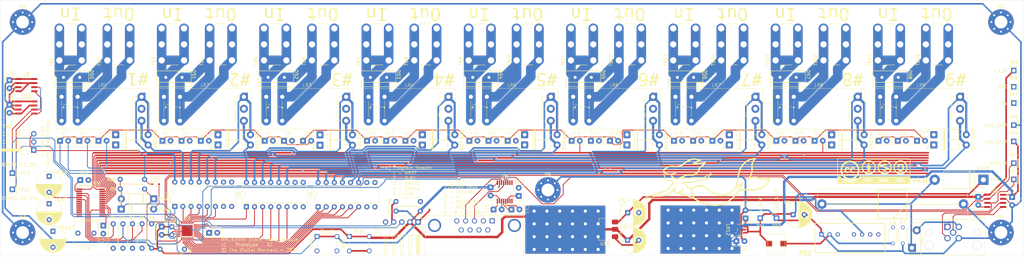
<source format=kicad_pcb>
(kicad_pcb (version 20241229) (generator "pcbnew") (generator_version "9.0")
  (title_block (title "Relay Module") (date "2025-10-27") (rev "1") (company "The Digital Mermaid"))
  (layers (0 "F.Cu" signal) (4 "In1.Cu" signal "GL2.Cu") (6 "In2.Cu" signal "GL3.Cu") (2 "B.Cu" signal) (13 "F.Paste" user) (15 "B.Paste" user) (5 "F.SilkS" user "F.Silkscreen") (7 "B.SilkS" user "B.Silkscreen") (1 "F.Mask" user) (3 "B.Mask" user) (25 "Edge.Cuts" user))
  (net 0 "")
  (net 1 "GND")
  (net 2 "+3.3V")
  (net 3 "GND_SHIP")
  (net 4 "+5V_SHIP")
  (net 5 "V_RAW")
  (net 6 "+5V")
  (net 7 "Net-(PS2-+VIN)")
  (net 8 "Net-(U2-C1-)")
  (net 9 "Net-(U2-C1+)")
  (net 10 "Net-(U2-C2+)")
  (net 11 "Net-(U2-C2-)")
  (net 12 "Net-(U2-VS+)")
  (net 13 "Net-(U2-VS-)")
  (net 14 "/NRST")
  (net 15 "Net-(U9-C_FILT)")
  (net 16 "/CA2")
  (net 17 "/CA1")
  (net 18 "/CA3")
  (net 19 "/CA4")
  (net 20 "/CA5")
  (net 21 "/CA6")
  (net 22 "/CA7")
  (net 23 "/CA8")
  (net 24 "/CA9")
  (net 25 "Net-(D30-A)")
  (net 26 "Net-(D31-A)")
  (net 27 "Net-(D32-A)")
  (net 28 "Net-(D33-A)")
  (net 29 "Net-(D34-A)")
  (net 30 "Net-(D35-A)")
  (net 31 "Net-(D36-A)")
  (net 32 "Net-(D37-A)")
  (net 33 "Net-(D38-A)")
  (net 34 "Net-(D39-A)")
  (net 35 "Net-(D40-A)")
  (net 36 "Net-(D41-A)")
  (net 37 "Net-(D42-A)")
  (net 38 "Net-(D145-A)")
  (net 43 "Net-(U2-T1OUT)")
  (net 46 "Net-(U2-R1IN)")
  (net 47 "Net-(D43-A)")
  (net 48 "Net-(D44-A)")
  (net 49 "Net-(D45-A)")
  (net 50 "Net-(D46-A)")
  (net 51 "Net-(D47-A)")
  (net 52 "Net-(U9-~{INTB})")
  (net 53 "/DEBUG_SWDIO")
  (net 54 "/DEBUG_SWCLK")
  (net 55 "Net-(D57-K)")
  (net 56 "Net-(D57-A)")
  (net 57 "Net-(D50-K)")
  (net 58 "Net-(D50-A)")
  (net 59 "Net-(D51-K)")
  (net 60 "Net-(D51-A)")
  (net 61 "Net-(D52-A)")
  (net 62 "Net-(D52-K)")
  (net 63 "Net-(D53-A)")
  (net 64 "/BOARD_I2C_SCL")
  (net 65 "Net-(D53-K)")
  (net 66 "Net-(D54-K)")
  (net 67 "Net-(D54-A)")
  (net 68 "Net-(D55-K)")
  (net 69 "Net-(D55-A)")
  (net 70 "Net-(D56-A)")
  (net 71 "/BOARD_I2C_SDA")
  (net 72 "/IS31_SHUTDOWN_OUT")
  (net 73 "Net-(U9-AD)")
  (net 74 "Net-(U9-R_EXT)")
  (net 77 "Net-(N2K2-V_RAW)")
  (net 78 "Net-(U1-CANL)")
  (net 79 "Net-(U1-CANH)")
  (net 83 "/STATE_CHECK_SW_IN")
  (net 84 "/N2K_RX")
  (net 85 "/N2K_TX")
  (net 86 "/USART1_RX")
  (net 88 "/USART1_TX")
  (net 92 "/RELAY_5_UNSET_OUT")
  (net 93 "/RELAY_8_SET_OUT")
  (net 94 "/RELAY_2_UNSET_OUT")
  (net 95 "/RELAY_9_SET_OUT")
  (net 96 "/RELAY_2_SET_OUT")
  (net 97 "/RELAY_8_UNSET_OUT")
  (net 98 "/RELAY_4_UNSET_OUT")
  (net 99 "/RELAY_3_UNSET_OUT")
  (net 101 "/RELAY_7_SET_OUT")
  (net 102 "/RELAY_4_SET_OUT")
  (net 103 "/RELAY_5_SET_OUT")
  (net 104 "/RELAY_1_SET_OUT")
  (net 105 "/RELAY_6_UNSET_OUT")
  (net 106 "/RELAY_7_UNSET_OUT")
  (net 107 "/RELAY_6_SET_OUT")
  (net 108 "/RELAY_1_UNSET_OUT")
  (net 109 "/RELAY_3_SET_OUT")
  (net 110 "/RELAY_9_UNSET_OUT")
  (net 127 "Net-(D56-K)")
  (net 128 "Net-(D58-K)")
  (net 129 "Net-(D58-A)")
  (net 130 "/STATE_CHECK_SW_IN_PLUG")
  (footprint "Diode_THT:D_DO-41_SOD81_P10.16mm_Horizontal" (layer "F.Cu") (at 152.096342 98.728)
    (property "Reference" "D35")
    (property "Value" "1N5822")
  )
  (footprint "Diode_THT:D_DO-41_SOD81_P10.16mm_Horizontal" (layer "F.Cu") (at 184.096342 98.678)
    (property "Reference" "D37")
    (property "Value" "1N5822")
  )
  (footprint "mr-stuff:DIOAD4425W136L885D885" (layer "F.Cu") (at 331.201342 117.128 180)
    (property "Reference" "D146" (hide yes))
    (property "Value" "SLD22-018" (hide yes))
  )
  (footprint "mr-stuff:Vishay VT3045BP-M3_4W_VIS" (layer "F.Cu") (at 330.4 77.5 180)
    (property "Reference" "D58")
    (property "Value" "VT3045BP-M3/4W")
  )
  (footprint "Connector_PinHeader_2.54mm:PinHeader_1x01_P2.54mm_Vertical" (layer "F.Cu") (at 294.876342 121.528)
    (property "Reference" "TP2")
    (property "Value" "GND_SHIP")
  )
  (footprint "mr-stuff:G5RL-K1A" (layer "F.Cu") (at 244.076342 87.328)
    (property "Reference" "LR6")
    (property "Value" "~")
  )
  (footprint "mr-stuff:WP383SURDTK" (layer "F.Cu") (at 340.076342 97.328)
    (property "Reference" "D27")
    (property "Value" "LED")
  )
  (footprint "mr-stuff:RCE5C1H104J2A2H03B" (layer "F.Cu") (at 102.576342 125.478 -90)
    (property "Reference" "C15")
    (property "Value" "0.1μF")
  )
  (footprint "mr-stuff:TDK CAPRB500W50L400T250H550" (layer "F.Cu") (at 334.376342 126.928 -90)
    (property "Reference" "C7")
    (property "Value" "TDK FA28NP01H152JNU06")
  )
  (footprint "Capacitor_THT:C_Rect_L7.2mm_W7.2mm_P5.00mm_FKS2_FKP2_MKS2_MKP2" (layer "F.Cu") (at 76.376342 126.228)
    (property "Reference" "C19")
    (property "Value" "1μF")
  )
  (footprint "mr-stuff:SW_TS03-66-50-BK-160-LCR-D-67" (layer "F.Cu") (at 154.276342 129.520127)
    (property "Reference" "SW4")
    (property "Value" "SW_MEC_5G")
  )
  (footprint "mr-stuff:WP383SURDTK" (layer "F.Cu") (at 244.076342 97.328)
    (property "Reference" "D18")
    (property "Value" "LED")
  )
  (footprint "Diode_THT:D_DO-41_SOD81_P10.16mm_Horizontal" (layer "F.Cu") (at 89.92 118.7)
    (property "Reference" "D148")
    (property "Value" "1N5822")
  )
  (footprint "Diode_THT:D_DO-41_SOD81_P10.16mm_Horizontal" (layer "F.Cu") (at 120.196342 95.428)
    (property "Reference" "D32")
    (property "Value" "1N5822")
  )
  (footprint "Package_SO:SOIC-8_3.9x4.9mm_P1.27mm" (layer "F.Cu") (at 363.276342 116.128)
    (property "Reference" "U1")
    (property "Value" "ISO1044BD")
  )
  (footprint "mr-stuff:Keystone 7799" (layer "F.Cu") (at 330.076342 67.176576 90)
    (property "Reference" "TB17")
    (property "Value" "Keystone Electronics 7799" (hide yes))
  )
  (footprint "Capacitor_THT:CP_Radial_D8.0mm_P5.00mm" (layer "F.Cu") (at 67.376342 117.025349 -90)
    (property "Reference" "C17")
    (property "Value" "100μF")
  )
  (footprint "Connector_PinHeader_2.54mm:PinHeader_1x01_P2.54mm_Vertical" (layer "F.Cu") (at 55.876342 112.528 90)
    (property "Reference" "TP12")
    (property "Value" "+5V_SHIP" (hide yes))
  )
  (footprint "mr-stuff:Keystone 7799" (layer "F.Cu") (at 170.076342 67.176576 90)
    (property "Reference" "TB7")
    (property "Value" "Keystone Electronics 7799" (hide yes))
  )
  (footprint "Connector_PinHeader_2.54mm:PinHeader_1x05_P2.54mm_Horizontal" (layer "F.Cu") (at 182.756342 122.743 -90)
    (property "Reference" "J3")
    (property "Value" "Program Header")
  )
  (footprint "mr-stuff:TDK CAPRB500W50L400T250H550" (layer "F.Cu") (at 331.276342 126.928 -90)
    (property "Reference" "C6")
    (property "Value" "TDK FA28NP01H152JNU06")
  )
  (footprint "Diode_THT:D_DO-41_SOD81_P10.16mm_Horizontal" (layer "F.Cu") (at 280.116342 98.628)
    (property "Reference" "D43")
    (property "Value" "1N5822")
  )
  (footprint "Diode_THT:D_DO-41_SOD81_P10.16mm_Horizontal" (layer "F.Cu") (at 312.116342 98.628)
    (property "Reference" "D45")
    (property "Value" "1N5822")
  )
  (footprint "Package_SO:SSOP-28_5.3x10.2mm_P0.65mm" (layer "F.Cu") (at 80.376342 116.728)
    (property "Reference" "U9")
    (property "Value" "IS31FL3731-SA")
  )
  (footprint "mr-stuff:G5RL-K1A" (layer "F.Cu") (at 116.076342 87.328)
    (property "Reference" "LR2")
    (property "Value" "~")
  )
  (footprint "mr-stuff:RCE5C1H104J2A2H03B" (layer "F.Cu") (at 118.7 126.1)
    (property "Reference" "C22")
    (property "Value" "0.1uF")
  )
  (footprint "mr-stuff:WP383SURDTK" (layer "F.Cu") (at 212.076342 97.328)
    (property "Reference" "D15")
    (property "Value" "LED")
  )
  (footprint "mr-stuff:TSOP-5_483_OSI" (layer "F.Cu") (at 283.576342 125.128 180)
    (property "Reference" "LR12")
    (property "Value" "NCV8730ASN500T1G")
  )
  (footprint "mr-stuff:Pulse PA4340.103NLT" (layer "F.Cu") (at 294.8 129.5 90)
    (property "Reference" "L1")
    (property "Value" "PA4340.103NLT")
  )
  (footprint "Resistor_THT:R_Axial_DIN0207_L6.3mm_D2.5mm_P7.62mm_Horizontal" (layer "F.Cu") (at 96.445406 123.312005 -90)
    (property "Reference" "R6")
    (property "Value" "3.3K")
  )
  (footprint "Diode_THT:D_DO-41_SOD81_P10.16mm_Horizontal" (layer "F.Cu") (at 88.196342 95.428)
    (property "Reference" "D30")
    (property "Value" "1N5822")
  )
  (footprint "mr-stuff:WP383SURDTK" (layer "F.Cu") (at 238.076342 97.328)
    (property "Reference" "D17")
    (property "Value" "LED")
  )
  (footprint "Connector_PinHeader_2.54mm:PinHeader_1x01_P2.54mm_Vertical" (layer "F.Cu") (at 369.076342 75.368 180)
    (property "Reference" "TP9")
    (property "Value" "+3.3V")
  )
  (footprint "Diode_THT:D_DO-201AD_P15.24mm_Horizontal" (layer "F.Cu") (at 359.596342 109.528 180)
    (property "Reference" "D145")
    (property "Value" "1N5822")
  )
  (footprint "mr-stuff:Vishay VT3045BP-M3_4W_VIS" (layer "F.Cu") (at 202.4 77.5 180)
    (property "Reference" "D54")
    (property "Value" "VT3045BP-M3/4W")
  )
  (footprint "mr-stuff:RCE5C1H104J2A2H03B" (layer "F.Cu") (at 78.376342 109.628)
    (property "Reference" "C20")
    (property "Value" "0.1μF")
  )
  (footprint "Capacitor_THT:CP_Radial_D8.0mm_P3.50mm" (layer "F.Cu") (at 248.323691 119.828)
    (property "Reference" "C8")
    (property "Value" "10uF")
  )
  (footprint "mr-stuff:Keystone 7799" (layer "F.Cu") (at 106.076342 67.176576 90)
    (property "Reference" "TB3")
    (property "Value" "Keystone Electronics 7799" (hide yes))
  )
  (footprint "Resistor_THT:R_Axial_DIN0207_L6.3mm_D2.5mm_P7.62mm_Horizontal" (layer "F.Cu") (at 90.450781 123.318 -90)
    (property "Reference" "R4")
    (property "Value" "100K")
  )
  (footprint "Resistor_THT:R_Axial_DIN0207_L6.3mm_D2.5mm_P7.62mm_Horizontal" (layer "F.Cu") (at 93.450781 130.938 90)
    (property "Reference" "R1")
    (property "Value" "4.7K")
  )
  (footprint "mr-stuff:Mermaid Silkscreen - 15mm" (layer "F.Cu") (at 273.076342 110.228 90)
    (property "Reference" "G***" (hide yes))
    (property "Value" "LOGO" (hide yes))
  )
  (footprint "mr-stuff:G5RL-K1A" (layer "F.Cu") (at 84.076342 87.328)
    (property "Reference" "LR1")
    (property "Value" "~")
  )
  (footprint "Package_DIP:DIP-16_W7.62mm" (layer "F.Cu") (at 129.076342 117.973915 90)
    (property "Reference" "U5")
    (property "Value" "ULN2003A")
  )
  (footprint "mr-stuff:Keystone 7799" (layer "F.Cu") (at 249.076342 67.176576 90)
    (property "Reference" "TB12")
    (property "Value" "Keystone Electronics 7799" (hide yes))
  )
  (footprint "Connector_PinHeader_2.54mm:PinHeader_1x01_P2.54mm_Vertical" (layer "F.Cu") (at 369.076342 104.328 90)
    (property "Reference" "TP4")
    (property "Value" "N2K_TX")
  )
  (footprint "mr-stuff:WP383SURDTK" (layer "F.Cu") (at 104.076342 97.328)
    (property "Reference" "D4")
    (property "Value" "LED")
  )
  (footprint "mr-stuff:Keystone 7799" (layer "F.Cu") (at 138.076342 67.176576 90)
    (property "Reference" "TB5")
    (property "Value" "Keystone Electronics 7799" (hide yes))
  )
  (footprint "mr-stuff:RCE5C1H104J2A2H03B" (layer "F.Cu") (at 207.652869 118.809527)
    (property "Reference" "C10")
    (property "Value" "0.1uF")
  )
  (footprint "Connector_PinHeader_2.54mm:PinHeader_1x01_P2.54mm_Vertical" (layer "F.Cu") (at 55.876342 107.448 90)
    (property "Reference" "TP13")
    (property "Value" "GND_SHIP" (hide yes))
  )
  (footprint "mr-stuff:SW_TS03-66-50-BK-160-LCR-D-67" (layer "F.Cu") (at 164.376342 129.520127)
    (property "Reference" "SW3")
    (property "Value" "SW_MEC_5G")
  )
  (footprint "mr-stuff:M12B-05PMMR" (layer "F.Cu") (at 350.108342 126.028)
    (property "Reference" "N2K2")
    (property "Value" "~")
    (fp_circle (center -7.5 0) (end -6.475 0) (stroke (width 0.1)) (fill no) (layer "Edge.Cuts"))
    (fp_circle (center -7.5 4) (end -6.1 4) (stroke (width 0.1)) (fill no) (layer "Edge.Cuts"))
    (fp_circle (center 7.5 0) (end 8.525 0) (stroke (width 0.1)) (fill no) (layer "Edge.Cuts"))
    (fp_circle (center 7.5 4) (end 8.9 4) (stroke (width 0.1)) (fill no) (layer "Edge.Cuts"))
  )
  (footprint "Connector_PinHeader_2.54mm:PinHeader_1x01_P2.54mm_Vertical" (layer "F.Cu") (at 369.076342 85.528 90)
    (property "Reference" "TP7")
    (property "Value" "+5V")
  )
  (footprint "Diode_THT:D_DO-41_SOD81_P10.16mm_Horizontal" (layer "F.Cu") (at 184.096342 95.428)
    (property "Reference" "D36")
    (property "Value" "1N5822")
  )
  (footprint "mr-stuff:Amphenol_L77SDE09SA4CH4F" (layer "F.Cu") (at 200.421342 123.808)
    (property "Reference" "DE1")
    (property "Value" "~")
  )
  (footprint "mr-stuff:WP383SURDTK" (layer "F.Cu") (at 148.076342 97.328)
    (property "Reference" "D9")
    (property "Value" "LED")
  )
  (footprint "mr-stuff:Keystone 7799" (layer "F.Cu") (at 234.076342 67.176576 90)
    (property "Reference" "TB11")
    (property "Value" "Keystone Electronics 7799" (hide yes))
  )
  (footprint "Package_DIP:DIP-16_W7.62mm" (layer "F.Cu") (at 151.495489 117.999471 90)
    (property "Reference" "U6")
    (property "Value" "ULN2003A")
  )
  (footprint "Capacitor_THT:CP_Radial_D8.0mm_P3.50mm" (layer "F.Cu") (at 248.276342 128.428)
    (property "Reference" "C9")
    (property "Value" "10uF")
  )
  (footprint "mr-stuff:WP383SURDTK" (layer "F.Cu") (at 270.076342 97.328)
    (property "Reference" "D20")
    (property "Value" "LED")
  )
  (footprint "mr-stuff:WP383SURDTK" (layer "F.Cu") (at 116.076342 97.328)
    (property "Reference" "D6")
    (property "Value" "LED")
  )
  (footprint "mr-stuff:Vishay VT3045BP-M3_4W_VIS" (layer "F.Cu") (at 298.5 77.5 180)
    (property "Reference" "D57")
    (property "Value" "VT3045BP-M3/4W")
  )
  (footprint "Capacitor_THT:CP_Radial_D8.0mm_P5.00mm" (layer "F.Cu") (at 68.576342 125.625349 -90)
    (property "Reference" "C18")
    (property "Value" "100μF")
  )
  (footprint "mr-stuff:WP383SURDTK" (layer "F.Cu") (at 276.076342 97.328)
    (property "Reference" "D21")
    (property "Value" "LED")
  )
  (footprint "Diode_SMD:D_SOD-323" (layer "F.Cu") (at 100.7 110.9)
    (property "Reference" "TVS1")
    (property "Value" "PESD3V3L1BA")
  )
  (footprint "mr-stuff:WP383SURDTK" (layer "F.Cu") (at 78.076342 97.328)
    (property "Reference" "D2")
    (property "Value" "LED")
  )
  (footprint "Diode_THT:D_DO-41_SOD81_P10.16mm_Horizontal" (layer "F.Cu") (at 216.096342 98.628)
    (property "Reference" "D39")
    (property "Value" "1N5822")
  )
  (footprint "mr-stuff:Vishay VT3045BP-M3_4W_VIS" (layer "F.Cu") (at 74.4 77.5 180)
    (property "Reference" "D50")
    (property "Value" "VT3045BP-M3/4W")
  )
  (footprint "MountingHole:MountingHole_4mm_Pad_Via" (layer "F.Cu") (at 365.076342 126.028)
    (property "Reference" "H4")
    (property "Value" "MountingHole_Pad")
  )
  (footprint "mr-stuff:Keystone 7799" (layer "F.Cu") (at 313.076342 67.176576 90)
    (property "Reference" "TB16")
    (property "Value" "Keystone Electronics 7799" (hide yes))
  )
  (footprint "mr-stuff:Vishay VT3045BP-M3_4W_VIS" (layer "F.Cu") (at 106.4 77.5 180)
    (property "Reference" "D51")
    (property "Value" "VT3045BP-M3/4W")
  )
  (footprint "MountingHole:MountingHole_4mm_Pad_Via" (layer "F.Cu") (at 59.076342 60.2)
    (property "Reference" "H1")
    (property "Value" "MountingHole_Pad")
  )
  (footprint "mr-stuff:Keystone 7799" (layer "F.Cu") (at 89.076342 67.176576 90)
    (property "Reference" "TB2")
    (property "Value" "Keystone Electronics 7799" (hide yes))
  )
  (footprint "mr-stuff:G5RL-K1A" (layer "F.Cu") (at 148.076342 87.328)
    (property "Reference" "LR3")
    (property "Value" "~")
  )
  (footprint "mr-stuff:WP383SURDTK" (layer "F.Cu") (at 296.076342 97.328)
    (property "Reference" "D22")
    (property "Value" "LED")
  )
  (footprint "mr-stuff:Keystone 7799" (layer "F.Cu") (at 185.076342 67.176576 90)
    (property "Reference" "TB8")
    (property "Value" "Keystone Electronics 7799" (hide yes))
  )
  (footprint "Resistor_THT:R_Axial_DIN0207_L6.3mm_D2.5mm_P7.62mm_Horizontal" (layer "F.Cu") (at 175.866342 119.328)
    (property "Reference" "R7")
    (property "Value" "10K")
  )
  (footprint "mr-stuff:WP383SURDTK" (layer "F.Cu") (at 328.076342 97.328)
    (property "Reference" "D25")
    (property "Value" "LED")
  )
  (footprint "mr-stuff:Vishay VT3045BP-M3_4W_VIS" (layer "F.Cu") (at 266.4 77.5 180)
    (property "Reference" "D56")
    (property "Value" "VT3045BP-M3/4W")
  )
  (footprint "mr-stuff:Keystone 7799" (layer "F.Cu") (at 298.076342 67.176576 90)
    (property "Reference" "TB15")
    (property "Value" "Keystone Electronics 7799" (hide yes))
  )
  (footprint "Resistor_THT:R_Axial_DIN0207_L6.3mm_D2.5mm_P7.62mm_Horizontal" (layer "F.Cu") (at 175.866342 116.328)
    (property "Reference" "R8")
    (property "Value" "10K")
  )
  (footprint "Capacitor_THT:CP_Radial_D8.0mm_P5.00mm" (layer "F.Cu") (at 67.376342 108.425349 -90)
    (property "Reference" "C16")
    (property "Value" "100μF")
  )
  (footprint "Connector_PinHeader_2.54mm:PinHeader_1x03_P2.54mm_Horizontal" (layer "F.Cu") (at 62.576342 100.228 180)
    (property "Reference" "SW1")
    (property "Value" "Status Switch")
  )
  (footprint "mr-stuff:RCE5C1H104J2A2H03B" (layer "F.Cu") (at 54.976342 87.328 -90)
    (property "Reference" "C24")
    (property "Value" "0.1uF")
  )
  (footprint "mr-stuff:WP383SURDTK" (layer "F.Cu") (at 180.076342 97.328)
    (property "Reference" "D12")
    (property "Value" "LED")
  )
  (footprint "Connector_PinHeader_2.54mm:PinHeader_1x01_P2.54mm_Vertical" (layer "F.Cu") (at 369.076342 109.408 90)
    (property "Reference" "TP3")
    (property "Value" "N2K_RX")
  )
  (footprint "Package_SO:TSSOP-16_4.4x5mm_P0.65mm" (layer "F.Cu") (at 209.852869 113.309527 90)
    (property "Reference" "U2")
    (property "Value" "MAX3232")
  )
  (footprint "mr-stuff:WP383SURDTK" (layer "F.Cu") (at 174.076342 97.328)
    (property "Reference" "D11")
    (property "Value" "LED")
  )
  (footprint "Diode_THT:D_DO-41_SOD81_P10.16mm_Horizontal" (layer "F.Cu") (at 216.096342 95.428)
    (property "Reference" "D38")
    (property "Value" "1N5822")
  )
  (footprint "mr-stuff:RCE5C1H104J2A2H03B" (layer "F.Cu") (at 285.176342 120.328 90)
    (property "Reference" "C3")
    (property "Value" "0.1μF")
  )
  (footprint "MountingHole:MountingHole_4mm_Pad_Via" (layer "F.Cu") (at 223.376342 112.728)
    (property "Reference" "H5")
    (property "Value" "MountingHole_Pad")
  )
  (footprint "mr-stuff:Keystone 7799" (layer "F.Cu") (at 74.076342 67.176576 90)
    (property "Reference" "TB1")
    (property "Value" "Keystone Electronics 7799" (hide yes))
  )
  (footprint "mr-stuff:RCE5C1H104J2A2H03B" (layer "F.Cu") (at 214.252869 113.309527 90)
    (property "Reference" "C13")
    (property "Value" "0.1uF")
  )
  (footprint "mr-stuff:WP383SURDTK" (layer "F.Cu") (at 142.076342 97.328)
    (property "Reference" "D8")
    (property "Value" "LED")
  )
  (footprint "mr-stuff:Keystone 7799" (layer "F.Cu") (at 121.076342 67.176576 90)
    (property "Reference" "TB4")
    (property "Value" "Keystone Electronics 7799" (hide yes))
  )
  (footprint "Resistor_THT:R_Axial_DIN0207_L6.3mm_D2.5mm_P7.62mm_Horizontal" (layer "F.Cu") (at 89.62 112.4)
    (property "Reference" "R9")
    (property "Value" "10K")
  )
  (footprint "Package_SO:SOIC-8_3.9x4.9mm_P1.27mm" (layer "F.Cu") (at 60.276342 79.928)
    (property "Reference" "U8")
    (property "Value" "FM24CL64B-G")
  )
  (footprint "Connector_PinHeader_2.54mm:PinHeader_1x01_P2.54mm_Vertical" (layer "F.Cu") (at 289.796342 121.528)
    (property "Reference" "TP1")
    (property "Value" "TP_VRAW")
  )
  (footprint "Diode_THT:D_DO-41_SOD81_P10.16mm_Horizontal" (layer "F.Cu") (at 248.096342 95.428)
    (property "Reference" "D40")
    (property "Value" "1N5822")
  )
  (footprint "mr-stuff:WP383SURDTK" (layer "F.Cu") (at 84.076342 97.328)
    (property "Reference" "D3")
    (property "Value" "LED")
  )
  (footprint "Diode_THT:D_DO-41_SOD81_P10.16mm_Horizontal" (layer "F.Cu") (at 312.116342 95.428)
    (property "Reference" "D44")
    (property "Value" "1N5822")
  )
  (footprint "Diode_THT:D_DO-41_SOD81_P10.16mm_Horizontal" (layer "F.Cu") (at 248.096342 98.628)
    (property "Reference" "D41")
    (property "Value" "1N5822")
  )
  (footprint "mr-stuff:WP383SURDTK" (layer "F.Cu") (at 264.076342 97.328)
    (property "Reference" "D19")
    (property "Value" "LED")
  )
  (footprint "Connector_PinHeader_2.54mm:PinHeader_1x01_P2.54mm_Vertical" (layer "F.Cu") (at 369.076342 80.448 90)
    (property "Reference" "TP8")
    (property "Value" "GND")
  )
  (footprint "mr-stuff:RCE5C1H104J2A2H03B" (layer "F.Cu") (at 368.576342 116.198 -90)
    (property "Reference" "C2")
    (property "Value" "0.1uF")
  )
  (footprint "mr-stuff:Vishay VT3045BP-M3_4W_VIS" (layer "F.Cu") (at 170.4 77.5 180)
    (property "Reference" "D53")
    (property "Value" "VT3045BP-M3/4W")
  )
  (footprint "mr-stuff:Keystone 7799" (layer "F.Cu") (at 202.076342 67.176576 90)
    (property "Reference" "TB9")
    (property "Value" "Keystone Electronics 7799" (hide yes))
  )
  (footprint "mr-stuff:Vishay VT3045BP-M3_4W_VIS" (layer "F.Cu") (at 234.42 77.5 180)
    (property "Reference" "D55")
    (property "Value" "VT3045BP-M3/4W")
  )
  (footprint "mr-stuff:cc-by-nc-sa_8mm" (layer "F.Cu") (at 325.3 106.808)
    (property "Reference" "G***" (hide yes))
    (property "Value" "LOGO" (hide yes))
  )
  (footprint "mr-stuff:WP383SURDTK" (layer "F.Cu") (at 302.076342 97.328)
    (property "Reference" "D23")
    (property "Value" "LED")
  )
  (footprint "mr-stuff:RCE5C1H104J2A2H03B" (layer "F.Cu") (at 283.576342 128.728)
    (property "Reference" "C4")
    (property "Value" "0.1μF")
  )
  (footprint "mr-stuff:G5RL-K1A" (layer "F.Cu") (at 276.076342 87.328)
    (property "Reference" "LR7")
    (property "Value" "~")
  )
  (footprint "mr-stuff:Vishay VT3045BP-M3_4W_VIS" (layer "F.Cu") (at 138.4 77.5 180)
    (property "Reference" "D52")
    (property "Value" "VT3045BP-M3/4W")
  )
  (footprint "Diode_THT:D_DO-41_SOD81_P10.16mm_Horizontal" (layer "F.Cu") (at 88.196342 98.628)
    (property "Reference" "D31")
    (property "Value" "1N5822")
  )
  (footprint "mr-stuff:WP383SURDTK" (layer "F.Cu") (at 308.076342 97.328)
    (property "Reference" "D24")
    (property "Value" "LED")
  )
  (footprint "Resistor_THT:R_Axial_DIN0207_L6.3mm_D2.5mm_P7.62mm_Horizontal" (layer "F.Cu") (at 87.426342 123.328 -90)
    (property "Reference" "R5")
    (property "Value" "4.7K")
  )
  (footprint "mr-stuff:G5RL-K1A" (layer "F.Cu") (at 340.076342 87.328)
    (property "Reference" "LR9")
    (property "Value" "~")
  )
  (footprint "Diode_THT:D_DO-41_SOD81_P10.16mm_Horizontal" (layer "F.Cu") (at 152.096342 95.478)
    (property "Reference" "D34")
    (property "Value" "1N5822")
  )
  (footprint "mr-stuff:G5RL-K1A" (layer "F.Cu") (at 308.076342 87.328)
    (property "Reference" "LR8")
    (property "Value" "~")
  )
  (footprint "mr-stuff:WP383SURDTK" (layer "F.Cu") (at 232.076342 97.328)
    (property "Reference" "D16")
    (property "Value" "LED")
  )
  (footprint "Capacitor_THT:CP_Radial_D8.0mm_P3.50mm" (layer "F.Cu") (at 300.076342 120.428)
    (property "Reference" "C5")
    (property "Value" "10uF" (hide yes))
  )
  (footprint "Connector_PinHeader_2.54mm:PinHeader_1x01_P2.54mm_Vertical" (layer "F.Cu") (at 369.076342 92.448 90)
    (property "Reference" "TP6")
    (property "Value" "GND_SHIP")
  )
  (footprint "mr-stuff:Keystone 7799" (layer "F.Cu") (at 281.076342 67.176576 90)
    (property "Reference" "TB14")
    (property "Value" "Keystone Electronics 7799" (hide yes))
  )
  (footprint "Package_TO_SOT_SMD:SOT-223-3_TabPin2" (layer "F.Cu") (at 241.226342 125.028 180)
    (property "Reference" "U15")
    (property "Value" "LM1117MP-5.0")
  )
  (footprint "Connector_PinHeader_2.54mm:PinHeader_1x01_P2.54mm_Vertical" (layer "F.Cu") (at 369.076342 97.528 90)
    (property "Reference" "TP5")
    (property "Value" "+5V_SHIP")
  )
  (footprint "mr-stuff:RCE5C1H104J2A2H03B" (layer "F.Cu") (at 357.976342 116.128 -90)
    (property "Reference" "C1")
    (property "Value" "0.1uF")
  )
  (footprint "mr-stuff:RCE5C1H104J2A2H03B" (layer "F.Cu") (at 205.452869 113.179527 -90)
    (property "Reference" "C12")
    (property "Value" "0.1uF")
  )
  (footprint "MountingHole:MountingHole_4mm_Pad_Via" (layer "F.Cu") (at 59.076342 126.028)
    (property "Reference" "H3")
    (property "Value" "MountingHole_Pad")
  )
  (footprint "Resistor_THT:R_Axial_DIN0207_L6.3mm_D2.5mm_P7.62mm_Horizontal" (layer "F.Cu") (at 102.076342 131.228)
    (property "Reference" "R2")
    (property "Value" "4.7K")
  )
  (footprint "Diode_THT:D_DO-41_SOD81_P10.16mm_Horizontal" (layer "F.Cu") (at 280.116342 95.428)
    (property "Reference" "D42")
    (property "Value" "1N5822")
  )
  (footprint "Diode_THT:D_DO-41_SOD81_P10.16mm_Horizontal" (layer "F.Cu") (at 100.1 115.5 180)
    (property "Reference" "D147")
    (property "Value" "1N5822")
  )
  (footprint "mr-stuff:RCER71E475K2A2H03B" (layer "F.Cu") (at 105.776342 125.478 -90)
    (property "Reference" "C14")
    (property "Value" "4.7μF")
  )
  (footprint "mr-stuff:RCE5C1H104J2A2H03B" (layer "F.Cu") (at 84.326342 125.128 -90)
    (property "Reference" "C21")
    (property "Value" "0.1μF")
  )
  (footprint "mr-stuff:WP383SURDTK" (layer "F.Cu") (at 206.076342 97.328)
    (property "Reference" "D14")
    (property "Value" "LED")
  )
  (footprint "mr-stuff:WP383SURDTK" (layer "F.Cu") (at 136.076342 97.328)
    (property "Reference" "D7")
    (property "Value" "LED")
  )
  (footprint "mr-stuff:WP383SURDTK" (layer "F.Cu") (at 168.076342 97.328)
    (property "Reference" "D10")
    (property "Value" "LED")
  )
  (footprint "Package_DIP:DIP-16_W7.62mm" (layer "F.Cu") (at 106.676342 117.873915 90)
    (property "Reference" "U4")
    (property "Value" "ULN2003A")
  )
  (footprint "Diode_THT:D_DO-41_SOD81_P10.16mm_Horizontal" (layer "F.Cu") (at 344.076342 95.428)
    (property "Reference" "D46")
    (property "Value" "1N5822")
  )
  (footprint "mr-stuff:SPBW06F05" (layer "F.Cu") (at 318.076342 127.928)
    (property "Reference" "PS2")
    (property "Value" "SPBW06F-05" (hide yes))
  )
  (footprint "mr-stuff:Keystone 7799" (layer "F.Cu") (at 153.076342 67.176576 90)
    (property "Reference" "TB6")
    (property "Value" "Keystone Electronics 7799" (hide yes))
  )
  (footprint "MountingHole:MountingHole_4mm_Pad_Via" (layer "F.Cu") (at 365.076342 60.2)
    (property "Reference" "H2")
    (property "Value" "MountingHole_Pad")
  )
  (footprint "Package_DFN_QFN:QFN-32-1EP_5x5mm_P0.5mm_EP3.45x3.45mm" (layer "F.Cu") (at 110.538842 125.428)
    (property "Reference" "U3")
    (property "Value" "STM32C092KCT6")
  )
  (footprint "mr-stuff:G5RL-K1A" (layer "F.Cu") (at 212.076342 87.328)
    (property "Reference" "LR5")
    (property "Value" "~")
  )
  (footprint "Resistor_THT:R_Axial_DIN0207_L6.3mm_D2.5mm_P7.62mm_Horizontal" (layer "F.Cu") (at 97.236717 109.409792 180)
    (property "Reference" "R68")
    (property "Value" "10")
  )
  (footprint "mr-stuff:AHEF100" (layer "F.Cu") (at 337.976342 128.028 90)
    (property "Reference" "PTC2")
    (property "Value" "PTC")
  )
  (footprint "mr-stuff:Keystone 7799" (layer "F.Cu") (at 345.076342 67.176576 90)
    (property "Reference" "TB18")
    (property "Value" "Keystone Electronics 7799" (hide yes))
  )
  (footprint "mr-stuff:WP383SURDTK" (layer "F.Cu") (at 72.076342 97.328)
    (property "Reference" "D1")
    (property "Value" "LED")
  )
  (footprint "mr-stuff:WP383SURDTK" (layer "F.Cu") (at 110.076342 97.328)
    (property "Reference" "D5")
    (property "Value" "LED")
  )
  (footprint "Resistor_THT:R_Axial_DIN0207_L6.3mm_D2.5mm_P7.62mm_Horizontal" (layer "F.Cu") (at 99.438842 130.928 90)
    (property "Reference" "R3")
    (property "Value" "4.7K")
  )
  (footprint "mr-stuff:WP383SURDTK" (layer "F.Cu") (at 200.076342 97.328)
    (property "Reference" "D13")
    (property "Value" "LED")
  )
  (footprint "mr-stuff:WP383SURDTK" (layer "F.Cu") (at 334.076342 97.328)
    (property "Reference" "D26")
    (property "Value" "LED")
  )
  (footprint "mr-stuff:Keystone 7799" (layer "F.Cu") (at 217.076342 67.176576 90)
    (property "Reference" "TB10")
    (property "Value" "Keystone Electronics 7799" (hide yes))
  )
  (footprint "Package_SO:SOIC-8_3.9x4.9mm_P1.27mm" (layer "F.Cu") (at 60.276342 86.928)
    (property "Reference" "U10")
    (property "Value" "FM24CL64B-G")
  )
  (footprint "mr-stuff:Keystone 7799" (layer "F.Cu") (at 266.076342 67.176576 90)
    (property "Reference" "TB13")
    (property "Value" "Keystone Electronics 7799" (hide yes))
  )
  (footprint "mr-stuff:G5RL-K1A" (layer "F.Cu") (at 180.076342 87.328)
    (property "Reference" "LR4")
    (property "Value" "~")
  )
  (footprint "mr-stuff:RCE5C1H104J2A2H03B" (layer "F.Cu") (at 213.222869 118.809527)
    (property "Reference" "C11")
    (property "Value" "0.1uF")
  )
  (footprint "Diode_THT:D_DO-41_SOD81_P10.16mm_Horizontal" (layer "F.Cu") (at 120.196342 98.628)
    (property "Reference" "D33")
    (property "Value" "1N5822")
  )
  (footprint "mr-stuff:RCE5C1H104J2A2H03B" (layer "F.Cu") (at 54.976342 79.658 -90)
    (property "Reference" "C23")
    (property "Value" "0.1uF")
  )
  (footprint "Diode_THT:D_DO-41_SOD81_P10.16mm_Horizontal" (layer "F.Cu") (at 344.076342 98.628)
    (property "Reference" "D47")
    (property "Value" "1N5822")
  )
  (gr_rect (start 52.076342 53.328) (end 372.076342 133.328) (stroke (width 0.05)) (fill no) (layer "Edge.Cuts"))
  (gr_text "Out" (at 157.9 55.1 180) (layer "F.SilkS") (effects (font (size 4 4) (thickness 0.5)) (justify left bottom)))
  (gr_text "-=] DE1\n115,200 baud\n1 - Ground\n2 - nc\n3 - RS232 Rx\n4 - RS232 Tx\n5 ~ 9 = nc" (at 190.776342 120.328 0) (layer "F.SilkS") (effects (font (size 1 1) (thickness 0.125)) (justify left bottom)))
  (gr_text "BOARD_I2C_SCL" (at 52.2 105.4 0) (layer "F.SilkS") (effects (font (size 1 1) (thickness 0.125)) (justify left bottom)))
  (gr_text "In" (at 109.3 55.1 180) (layer "F.SilkS") (effects (font (size 4 4) (thickness 0.5)) (justify left bottom)))
  (gr_text "GND_SHIP" (at 359.776342 93.128 0) (layer "F.SilkS") (effects (font (size 1 1) (thickness 0.125)) (justify left bottom)))
  (gr_text "N2K_RX" (at 361.276342 109.908 0) (layer "F.SilkS") (effects (font (size 1 1) (thickness 0.125)) (justify left bottom)))
  (gr_text "N2K_TX" (at 361.476342 104.908 0) (layer "F.SilkS") (effects (font (size 1 1) (thickness 0.125)) (justify left bottom)))
  (gr_text "+5V" (at 363.976342 86.228 0) (layer "F.SilkS") (effects (font (size 1 1) (thickness 0.125)) (justify left bottom)))
  (gr_text "GND" (at 364.1 81 0) (layer "F.SilkS") (effects (font (size 1 1) (thickness 0.125)) (justify left bottom)))
  (gr_text "+5V_SHIP" (at 359.676342 98.328 0) (layer "F.SilkS") (effects (font (size 1 1) (thickness 0.125)) (justify left bottom)))
  (gr_text "#8" (at 322.1 75.5 180) (layer "F.SilkS") (effects (font (size 4 4) (thickness 0.5)) (justify left bottom)))
  (gr_text "#7" (at 290.4 75.5 180) (layer "F.SilkS") (effects (font (size 4 4) (thickness 0.5)) (justify left bottom)))
  (gr_text "(on)-off-on" (at 64.776342 92.828 270) (layer "F.SilkS") (effects (font (size 1 1) (thickness 0.125)) (justify left bottom)))
  (gr_text "V_RAW" (at 290.476342 119.628 90) (layer "F.SilkS") (effects (font (size 1 1) (thickness 0.125)) (justify left bottom)))
  (gr_text "Out" (at 253.9 55.1 180) (layer "F.SilkS") (effects (font (size 4 4) (thickness 0.5)) (justify left bottom)))
  (gr_text "Out" (at 189.9 55.1 180) (layer "F.SilkS") (effects (font (size 4 4) (thickness 0.5)) (justify left bottom)))
  (gr_text "In" (at 77.4 55 180) (layer "F.SilkS") (effects (font (size 4 4) (thickness 0.5)) (justify left bottom)))
  (gr_text "NMEA2000 16ADC Relay Module\nv1 - Prototype - 01\n© The Digital Mermaid - 2025\n" (at 121.076342 132.028 0) (layer "F.SilkS") (effects (font (size 1 1) (thickness 0.125)) (justify left bottom)))
  (gr_text "In" (at 269.3 55.1 180) (layer "F.SilkS") (effects (font (size 4 4) (thickness 0.5)) (justify left bottom)))
  (gr_text "Reset" (at 152.1 126.1 0) (layer "F.SilkS") (effects (font (size 1 1) (thickness 0.125)) (justify left bottom)))
  (gr_text "Out" (at 349.9 55.1 180) (layer "F.SilkS") (effects (font (size 4 4) (thickness 0.5)) (justify left bottom)))
  (gr_text "Out" (at 94.1 55 180) (layer "F.SilkS") (effects (font (size 4 4) (thickness 0.5)) (justify left bottom)))
  (gr_text "-=] Program Header" (at 170.976342 106.328 0) (layer "F.SilkS") (effects (font (size 1 1) (thickness 0.125)) (justify left bottom)))
  (gr_text "In" (at 333.2 55.1 180) (layer "F.SilkS") (effects (font (size 4 4) (thickness 0.5)) (justify left bottom)))
  (gr_text "Out" (at 221.9 55.1 180) (layer "F.SilkS") (effects (font (size 4 4) (thickness 0.5)) (justify left bottom)))
  (gr_text "GND_SHIP" (at 295.476342 119.628 90) (layer "F.SilkS") (effects (font (size 1 1) (thickness 0.125)) (justify left bottom)))
  (gr_text "v4.0" (at 337.2 110.608 0) (layer "F.SilkS") (effects (font (size 1.5 1.5) (thickness 0.3) (bold yes)) (justify left bottom)))
  (gr_text "In" (at 173.2 55.1 180) (layer "F.SilkS") (effects (font (size 4 4) (thickness 0.5)) (justify left bottom)))
  (gr_text "#3" (at 162.3 75.5 180) (layer "F.SilkS") (effects (font (size 4 4) (thickness 0.5)) (justify left bottom)))
  (gr_text "In" (at 237.2 55.1 180) (layer "F.SilkS") (effects (font (size 4 4) (thickness 0.5)) (justify left bottom)))
  (gr_text "#5" (at 226.3 75.5 180) (layer "F.SilkS") (effects (font (size 4 4) (thickness 0.5)) (justify left bottom)))
  (gr_text "#2" (at 130.4 75.5 180) (layer "F.SilkS") (effects (font (size 4 4) (thickness 0.5)) (justify left bottom)))
  (gr_text "Out" (at 317.7 55.1 180) (layer "F.SilkS") (effects (font (size 4 4) (thickness 0.5)) (justify left bottom)))
  (gr_text "Out" (at 126 55.1 180) (layer "F.SilkS") (effects (font (size 4 4) (thickness 0.5)) (justify left bottom)))
  (gr_text "+3.3V" (at 362.6 76.1 0) (layer "F.SilkS") (effects (font (size 1 1) (thickness 0.125)) (justify left bottom)))
  (gr_text "#6" (at 258.3 75.5 180) (layer "F.SilkS") (effects (font (size 4 4) (thickness 0.5)) (justify left bottom)))
  (gr_text "In" (at 141.2 55.1 180) (layer "F.SilkS") (effects (font (size 4 4) (thickness 0.5)) (justify left bottom)))
  (gr_text "In" (at 301 55.1 180) (layer "F.SilkS") (effects (font (size 4 4) (thickness 0.5)) (justify left bottom)))
  (gr_text "#1" (at 98.5 75.4 180) (layer "F.SilkS") (effects (font (size 4 4) (thickness 0.5)) (justify left bottom)))
  (gr_text "1 - NRST\n2 - 3.3V\n3 - SWDIO\n4 - SWCLK\n5 - Gnd" (at 174.776342 114.428 0) (layer "F.SilkS") (effects (font (size 1 1) (thickness 0.125)) (justify left bottom)))
  (gr_text "In" (at 205.2 55.1 180) (layer "F.SilkS") (effects (font (size 4 4) (thickness 0.5)) (justify left bottom)))
  (gr_text "Out" (at 286 55.1 180) (layer "F.SilkS") (effects (font (size 4 4) (thickness 0.5)) (justify left bottom)))
  (gr_text "#4" (at 194.3 75.5 180) (layer "F.SilkS") (effects (font (size 4 4) (thickness 0.5)) (justify left bottom)))
  (gr_text "#9" (at 354.3 75.5 180) (layer "F.SilkS") (effects (font (size 4 4) (thickness 0.5)) (justify left bottom)))
  (gr_text "Boot" (at 162.5 126.1 0) (layer "F.SilkS") (effects (font (size 1 1) (thickness 0.125)) (justify left bottom)))
  (gr_text "State Check Switch" (at 66.476342 90.728 270) (layer "F.SilkS") (effects (font (size 1 1) (thickness 0.125)) (justify left bottom)))
  (gr_text "BOARD_I2C_SDA" (at 52.3 115.9 0) (layer "F.SilkS") (effects (font (size 1 1) (thickness 0.125)) (justify left bottom)))
  (segment (start 55.211342 88.833) (end 54.976342 88.598) (width 0.508) (layer "F.Cu") (net 1))
  (segment (start 250.276342 129.928) (end 251.776342 128.428) (width 0.508) (layer "F.Cu") (net 1))
  (segment (start 106.126342 125.678) (end 105.776342 126.028) (width 0.254) (layer "F.Cu") (net 1))
  (segment (start 105.776342 126.028) (end 105.776342 126.728) (width 0.254) (layer "F.Cu") (net 1))
  (segment (start 101.75 110.9) (end 101.75 117.03) (width 0.2) (layer "F.Cu") (net 1))
  (segment (start 360.801342 118.033) (end 358.611342 118.033) (width 0.254) (layer "F.Cu") (net 1))
  (segment (start 246.476342 129.928) (end 250.276342 129.928) (width 0.508) (layer "F.Cu") (net 1))
  (segment (start 69.051342 115.103) (end 67.376342 113.428) (width 0.254) (layer "F.Cu") (net 1))
  (segment (start 58.671342 88.833) (end 57.801342 88.833) (width 0.508) (layer "F.Cu") (net 1))
  (segment (start 67.376342 113.428) (end 67.376342 113.425349) (width 0.254) (layer "F.Cu") (net 1))
  (segment (start 208.227869 110.447027) (end 208.227869 111.576473) (width 0.254) (layer "F.Cu") (net 1))
  (segment (start 62.751342 86.293) (end 61.211342 86.293) (width 0.508) (layer "F.Cu") (net 1))
  (segment (start 108.101342 125.678) (end 106.126342 125.678) (width 0.254) (layer "F.Cu") (net 1))
  (segment (start 101.75 117.03) (end 100.08 118.7) (width 0.2) (layer "F.Cu") (net 1))
  (segment (start 57.801342 81.833) (end 58.571342 81.833) (width 0.508) (layer "F.Cu") (net 1))
  (segment (start 110.288842 125.678) (end 110.538842 125.428) (width 0.254) (layer "F.Cu") (net 1))
  (segment (start 244.376342 127.828) (end 246.476342 129.928) (width 0.508) (layer "F.Cu") (net 1))
  (segment (start 62.751342 79.293) (end 57.801342 79.293) (width 0.508) (layer "F.Cu") (net 1))
  (segment (start 102.576342 126.748) (end 105.756342 126.748) (width 0.508) (layer "F.Cu") (net 1))
  (segment (start 208.227869 111.576473) (end 207.976342 111.828) (width 0.254) (layer "F.Cu") (net 1))
  (segment (start 76.776342 115.103) (end 69.051342 115.103) (width 0.254) (layer "F.Cu") (net 1))
  (segment (start 244.376342 127.328) (end 244.376342 127.828) (width 0.508) (layer "F.Cu") (net 1))
  (segment (start 108.101342 125.678) (end 110.288842 125.678) (width 0.254) (layer "F.Cu") (net 1))
  (segment (start 54.976342 80.928) (end 56.611342 79.293) (width 0.508) (layer "F.Cu") (net 1))
  (segment (start 58.571342 81.833) (end 61.111342 79.293) (width 0.508) (layer "F.Cu") (net 1))
  (segment (start 61.211342 86.293) (end 58.671342 88.833) (width 0.508) (layer "F.Cu") (net 1))
  (segment (start 105.756342 126.748) (end 105.776342 126.728) (width 0.508) (layer "F.Cu") (net 1))
  (segment (start 56.611342 79.293) (end 57.801342 79.293) (width 0.508) (layer "F.Cu") (net 1))
  (segment (start 61.111342 79.293) (end 62.751342 79.293) (width 0.508) (layer "F.Cu") (net 1))
  (segment (start 358.611342 118.033) (end 357.976342 117.398) (width 0.254) (layer "F.Cu") (net 1))
  (segment (start 57.801342 88.833) (end 55.211342 88.833) (width 0.508) (layer "F.Cu") (net 1))
  (via (at 207.976342 111.828) (size 0.6) (drill 0.3) (layers "F.Cu" "B.Cu") (net 1))
  (segment (start 102.176342 131.328) (end 102.176342 131.128) (width 0.508) (layer "F.Cu") (net 2))
  (segment (start 248.476342 128.428) (end 255.076342 121.828) (width 0.762) (layer "F.Cu") (net 2))
  (segment (start 206.115369 111.909527) (end 205.452869 111.909527) (width 0.254) (layer "F.Cu") (net 2))
  (segment (start 255.076342 121.828) (end 255.076342 116.928) (width 0.762) (layer "F.Cu") (net 2))
  (segment (start 57.801342 87.563) (end 56.481342 87.563) (width 0.508) (layer "F.Cu") (net 2))
  (segment (start 101.216343 125.567999) (end 102.576342 124.208) (width 0.508) (layer "F.Cu") (net 2))
  (segment (start 97.24 112.64) (end 97.24 112.4) (width 0.2) (layer "F.Cu") (net 2))
  (segment (start 54.976342 82.928) (end 54.976342 86.058) (width 0.508) (layer "F.Cu") (net 2))
  (segment (start 142.281342 132.573) (end 103.421342 132.573) (width 0.508) (layer "F.Cu") (net 2))
  (segment (start 149.826342 125.028) (end 142.281342 132.573) (width 0.508) (layer "F.Cu") (net 2))
  (segment (start 99.438842 130.928) (end 99.638842 131.128) (width 0.508) (layer "F.Cu") (net 2))
  (segment (start 101.216343 130.468001) (end 101.216343 125.567999) (width 0.508) (layer "F.Cu") (net 2))
  (segment (start 183.486342 119.473) (end 180.216342 122.743) (width 0.508) (layer "F.Cu") (net 2))
  (segment (start 98 117.6) (end 98 129.489158) (width 0.2) (layer "F.Cu") (net 2))
  (segment (start 183.486342 119.328) (end 183.486342 119.473) (width 0.508) (layer "F.Cu") (net 2))
  (segment (start 103.421342 132.573) (end 102.176342 131.328) (width 0.508) (layer "F.Cu") (net 2))
  (segment (start 209.076342 121.928) (end 209.076342 125.928) (width 0.762) (layer "F.Cu") (net 2))
  (segment (start 209.985842 121.0185) (end 209.076342 121.928) (width 0.762) (layer "F.Cu") (net 2))
  (segment (start 161.276342 127.270127) (end 160.868469 127.270127) (width 0.508) (layer "F.Cu") (net 2))
  (segment (start 180.216342 122.743) (end 175.281342 127.678) (width 0.762) (layer "F.Cu") (net 2))
  (segment (start 101.876342 131.128) (end 101.216343 130.468001) (width 0.508) (layer "F.Cu") (net 2))
  (segment (start 184.901342 127.428) (end 180.216342 122.743) (width 0.762) (layer "F.Cu") (net 2))
  (segment (start 101.976342 131.128) (end 101.876342 131.128) (width 0.508) (layer "F.Cu") (net 2))
  (segment (start 238.076342 125.028) (end 234.066842 121.0185) (width 0.762) (layer "F.Cu") (net 2))
  (segment (start 244.376342 125.028) (end 238.076342 125.028) (width 0.762) (layer "F.Cu") (net 2))
  (segment (start 256.176342 115.828) (end 302.276342 115.828) (width 0.762) (layer "F.Cu") (net 2))
  (segment (start 57.801342 85.023) (end 56.011342 85.023) (width 0.508) (layer "F.Cu") (net 2))
  (segment (start 369.076342 75.368) (end 366.7 77.744342) (width 0.508) (layer "F.Cu") (net 2))
  (segment (start 105.756342 124.208) (end 105.776342 124.228) (width 0.508) (layer "F.Cu") (net 2))
  (segment (start 62.751342 78.023) (end 57.801342 78.023) (width 0.508) (layer "F.Cu") (net 2))
  (segment (start 55.211342 86.293) (end 54.976342 86.058) (width 0.508) (layer "F.Cu") (net 2))
  (segment (start 55.341342 78.023) (end 54.976342 78.388) (width 0.508) (layer "F.Cu") (net 2))
  (segment (start 161.276342 127.270127) (end 167.476342 127.270127) (width 0.508) (layer "F.Cu") (net 2))
  (segment (start 62.751342 85.023) (end 57.801342 85.023) (width 0.508) (layer "F.Cu") (net 2))
  (segment (start 366.7 77.744342) (end 366.7 109.004342) (width 0.508) (layer "F.Cu") (net 2))
  (segment (start 106.726342 125.178) (end 105.776342 124.228) (width 0.254) (layer "F.Cu") (net 2))
  (segment (start 57.801342 86.293) (end 55.211342 86.293) (width 0.508) (layer "F.Cu") (net 2))
  (segment (start 99.638842 131.128) (end 101.976342 131.128) (width 0.508) (layer "F.Cu") (net 2))
  (segment (start 248.276342 128.428) (end 248.476342 128.428) (width 0.762) (layer "F.Cu") (net 2))
  (segment (start 207.577869 110.447027) (end 206.115369 111.909527) (width 0.254) (layer "F.Cu") (net 2))
  (segment (start 360.801342 114.223) (end 360.071342 114.223) (width 0.508) (layer "F.Cu") (net 2))
  (segment (start 56.331342 81.573) (end 54.976342 82.928) (width 0.508) (layer "F.Cu") (net 2))
  (segment (start 244.376342 125.028) (end 244.876342 125.028) (width 0.762) (layer "F.Cu") (net 2))
  (segment (start 158.626342 125.028) (end 149.826342 125.028) (width 0.508) (layer "F.Cu") (net 2))
  (segment (start 175.281342 127.678) (end 167.884215 127.678) (width 0.762) (layer "F.Cu") (net 2))
  (segment (start 359.246342 114.858) (end 357.976342 114.858) (width 0.508) (layer "F.Cu") (net 2))
  (segment (start 167.884215 127.678) (end 167.476342 127.270127) (width 0.762) (layer "F.Cu") (net 2))
  (segment (start 255.076342 116.928) (end 256.176342 115.828) (width 0.762) (layer "F.Cu") (net 2))
  (segment (start 56.841342 80.563) (end 56.331342 81.073) (width 0.508) (layer "F.Cu") (net 2))
  (segment (start 360.071342 114.223) (end 359.976342 114.128) (width 0.508) (layer "F.Cu") (net 2))
  (segment (start 56.331342 81.073) (end 56.331342 81.573) (width 0.508) (layer "F.Cu") (net 2))
  (segment (start 100.1 115.5) (end 97.24 112.64) (width 0.2) (layer "F.Cu") (net 2))
  (segment (start 234.066842 121.0185) (end 209.985842 121.0185) (width 0.762) (layer "F.Cu") (net 2))
  (segment (start 56.011342 85.023) (end 54.976342 86.058) (width 0.508) (layer "F.Cu") (net 2))
  (segment (start 57.801342 80.563) (end 56.841342 80.563) (width 0.508) (layer "F.Cu") (net 2))
  (segment (start 244.876342 125.028) (end 248.276342 128.428) (width 0.762) (layer "F.Cu") (net 2))
  (segment (start 366.7 109.004342) (end 361.576342 114.128) (width 0.508) (layer "F.Cu") (net 2))
  (segment (start 100.1 115.5) (end 98 117.6) (width 0.2) (layer "F.Cu") (net 2))
  (segment (start 57.801342 78.023) (end 55.341342 78.023) (width 0.508) (layer "F.Cu") (net 2))
  (segment (start 101.976342 131.128) (end 102.076342 131.228) (width 0.508) (layer "F.Cu") (net 2))
  (segment (start 98 129.489158) (end 99.438842 130.928) (width 0.2) (layer "F.Cu") (net 2))
  (segment (start 102.176342 131.128) (end 102.076342 131.228) (width 0.508) (layer "F.Cu") (net 2))
  (segment (start 361.576342 114.128) (end 359.976342 114.128) (width 0.508) (layer "F.Cu") (net 2))
  (segment (start 305.976342 115.828) (end 306.946342 114.858) (width 0.762) (layer "F.Cu") (net 2))
  (segment (start 108.101342 125.178) (end 106.726342 125.178) (width 0.254) (layer "F.Cu") (net 2))
  (segment (start 160.868469 127.270127) (end 158.626342 125.028) (width 0.508) (layer "F.Cu") (net 2))
  (segment (start 207.576342 127.428) (end 184.901342 127.428) (width 0.762) (layer "F.Cu") (net 2))
  (segment (start 359.976342 114.128) (end 359.246342 114.858) (width 0.508) (layer "F.Cu") (net 2))
  (segment (start 102.576342 124.208) (end 105.756342 124.208) (width 0.508) (layer "F.Cu") (net 2))
  (segment (start 56.481342 87.563) (end 54.976342 86.058) (width 0.508) (layer "F.Cu") (net 2))
  (segment (start 209.076342 125.928) (end 207.576342 127.428) (width 0.762) (layer "F.Cu") (net 2))
  (segment (start 306.946342 114.858) (end 357.976342 114.858) (width 0.762) (layer "F.Cu") (net 2))
  (via (at 302.276342 115.828) (size 0.6) (drill 0.3) (layers "F.Cu" "B.Cu") (net 2))
  (via (at 239.076342 131.328) (size 1.3) (drill 1) (layers "F.Cu" "B.Cu") (net 2))
  (via (at 219.076342 123.328) (size 1.3) (drill 1) (layers "F.Cu" "B.Cu") (net 2))
  (via (at 227.076342 123.328) (size 1.3) (drill 1) (layers "F.Cu" "B.Cu") (net 2))
  (via (at 231.076342 131.328) (size 1.3) (drill 1) (layers "F.Cu" "B.Cu") (net 2))
  (via (at 223.076342 127.328) (size 1.3) (drill 1) (layers "F.Cu" "B.Cu") (net 2))
  (via (at 231.076342 119.328) (size 1.3) (drill 1) (layers "F.Cu" "B.Cu") (net 2))
  (via (at 235.076342 119.328) (size 1.3) (drill 1) (layers "F.Cu" "B.Cu") (net 2))
  (via (at 231.076342 123.328) (size 1.3) (drill 1) (layers "F.Cu" "B.Cu") (net 2))
  (via (at 219.076342 127.328) (size 1.3) (drill 1) (layers "F.Cu" "B.Cu") (net 2))
  (via (at 235.076342 123.328) (size 1.3) (drill 1) (layers "F.Cu" "B.Cu") (net 2))
  (via (at 219.076342 131.328) (size 1.3) (drill 1) (layers "F.Cu" "B.Cu") (net 2))
  (via (at 235.076342 131.328) (size 1.3) (drill 1) (layers "F.Cu" "B.Cu") (net 2))
  (via (at 227.076342 127.328) (size 1.3) (drill 1) (layers "F.Cu" "B.Cu") (net 2))
  (via (at 223.076342 131.328) (size 1.3) (drill 1) (layers "F.Cu" "B.Cu") (net 2))
  (via (at 227.076342 131.328) (size 1.3) (drill 1) (layers "F.Cu" "B.Cu") (net 2))
  (via (at 239.076342 123.328) (size 1.3) (drill 1) (layers "F.Cu" "B.Cu") (net 2))
  (via (at 305.976342 115.828) (size 0.6) (drill 0.3) (layers "F.Cu" "B.Cu") (net 2))
  (via (at 227.076342 119.328) (size 1.3) (drill 1) (layers "F.Cu" "B.Cu") (net 2))
  (via (at 223.076342 119.328) (size 1.3) (drill 1) (layers "F.Cu" "B.Cu") (net 2))
  (via (at 219.076342 119.328) (size 1.3) (drill 1) (layers "F.Cu" "B.Cu") (net 2))
  (via (at 223.076342 123.328) (size 1.3) (drill 1) (layers "F.Cu" "B.Cu") (net 2))
  (via (at 239.076342 127.328) (size 1.3) (drill 1) (layers "F.Cu" "B.Cu") (net 2))
  (via (at 231.076342 127.328) (size 1.3) (drill 1) (layers "F.Cu" "B.Cu") (net 2))
  (via (at 235.076342 127.328) (size 1.3) (drill 1) (layers "F.Cu" "B.Cu") (net 2))
  (via (at 239.076342 119.328) (size 1.3) (drill 1) (layers "F.Cu" "B.Cu") (net 2))
  (segment (start 53.621342 79.743) (end 53.621342 84.703) (width 0.508) (layer "B.Cu") (net 2))
  (segment (start 183.486342 119.118) (end 183.486342 119.328) (width 0.762) (layer "B.Cu") (net 2))
  (segment (start 53.621342 118.373) (end 56.076342 120.828) (width 0.508) (layer "B.Cu") (net 2))
  (segment (start 302.276342 115.828) (end 305.976342 115.828) (width 0.762) (layer "B.Cu") (net 2))
  (segment (start 54.976342 78.388) (end 53.621342 79.743) (width 0.508) (layer "B.Cu") (net 2))
  (segment (start 54.976342 86.058) (end 53.621342 87.413) (width 0.508) (layer "B.Cu") (net 2))
  (segment (start 205.452869 111.909527) (end 190.694815 111.909527) (width 0.762) (layer "B.Cu") (net 2))
  (segment (start 56.076342 120.828) (end 61.00327 120.828) (width 0.508) (layer "B.Cu") (net 2))
  (segment (start 190.694815 111.909527) (end 183.486342 119.118) (width 0.762) (layer "B.Cu") (net 2))
  (segment (start 53.621342 87.413) (end 53.621342 118.373) (width 0.508) (layer "B.Cu") (net 2))
  (segment (start 69.23527 129.06) (end 97.570842 129.06) (width 0.508) (layer "B.Cu") (net 2))
  (segment (start 97.570842 129.06) (end 99.438842 130.928) (width 0.508) (layer "B.Cu") (net 2))
  (segment (start 53.621342 84.703) (end 54.976342 86.058) (width 0.508) (layer "B.Cu") (net 2))
  (segment (start 61.00327 120.828) (end 69.23527 129.06) (width 0.508) (layer "B.Cu") (net 2))
  (segment (start 365.751342 115.493) (end 366.601342 115.493) (width 0.254) (layer "F.Cu") (net 3))
  (segment (start 283.893842 125.128) (end 283.821342 125.0555) (width 0.508) (layer "F.Cu") (net 3))
  (segment (start 283.821342 125.0555) (end 283.821342 120.413) (width 0.508) (layer "F.Cu") (net 3))
  (segment (start 283.876342 125.1455) (end 283.893842 125.128) (width 0.508) (layer "F.Cu") (net 3))
  (segment (start 294.876342 121.528) (end 295.576342 122.228) (width 0.508) (layer "F.Cu") (net 3))
  (segment (start 284.916192 125.128) (end 284.187843 125.128) (width 0.508) (layer "F.Cu") (net 3))
  (segment (start 295.576342 122.228) (end 302.576342 122.228) (width 0.508) (layer "F.Cu") (net 3))
  (segment (start 303.576342 120.428) (end 304.376342 120.428) (width 0.508) (layer "F.Cu") (net 3))
  (segment (start 284.916192 125.128) (end 283.893842 125.128) (width 0.508) (layer "F.Cu") (net 3))
  (segment (start 302.576342 122.228) (end 303.576342 121.228) (width 0.508) (layer "F.Cu") (net 3))
  (segment (start 304.376342 120.428) (end 308.876342 124.928) (width 0.508) (layer "F.Cu") (net 3))
  (segment (start 308.876342 126.568) (end 308.936342 126.628) (width 0.508) (layer "F.Cu") (net 3))
  (segment (start 283.821342 120.413) (end 285.176342 119.058) (width 0.508) (layer "F.Cu") (net 3))
  (segment (start 308.876342 124.928) (end 308.876342 126.568) (width 0.508) (layer "F.Cu") (net 3))
  (segment (start 283.946342 125.369501) (end 283.946342 127.828) (width 0.508) (layer "F.Cu") (net 3))
  (segment (start 303.576342 121.228) (end 303.576342 120.428) (width 0.508) (layer "F.Cu") (net 3))
  (segment (start 366.601342 115.493) (end 368.576342 117.468) (width 0.254) (layer "F.Cu") (net 3))
  (segment (start 284.187843 125.128) (end 283.946342 125.369501) (width 0.508) (layer "F.Cu") (net 3))
  (segment (start 283.946342 127.828) (end 284.846342 128.728) (width 0.508) (layer "F.Cu") (net 3))
  (segment (start 351.876342 127.796) (end 351.888342 127.808) (width 0.508) (layer "B.Cu") (net 3))
  (segment (start 371.321342 66.445) (end 365.076342 60.2) (width 0.508) (layer "B.Cu") (net 3))
  (segment (start 362.276342 126.028) (end 365.076342 126.028) (width 0.508) (layer "B.Cu") (net 3))
  (segment (start 368.576342 122.528) (end 368.576342 117.468) (width 0.508) (layer "B.Cu") (net 3))
  (segment (start 353.376342 117.128) (end 362.276342 126.028) (width 0.508) (layer "B.Cu") (net 3))
  (segment (start 351.888342 127.808) (end 363.296342 127.808) (width 0.508) (layer "B.Cu") (net 3))
  (segment (start 284.176342 108.628) (end 285.176342 109.628) (width 0.508) (layer "B.Cu") (net 3))
  (segment (start 363.296342 127.808) (end 365.076342 126.028) (width 0.508) (layer "B.Cu") (net 3))
  (segment (start 292.406342 119.058) (end 294.876342 121.528) (width 0.508) (layer "B.Cu") (net 3))
  (segment (start 365.076342 126.028) (end 368.576342 122.528) (width 0.508) (layer "B.Cu") (net 3))
  (segment (start 365.076342 60.2) (end 359.376342 54.5) (width 0.508) (layer "B.Cu") (net 3))
  (segment (start 347.131342 132.573) (end 351.876342 127.828) (width 0.508) (layer "B.Cu") (net 3))
  (segment (start 52.831342 119.783) (end 52.831342 66.445) (width 0.508) (layer "B.Cu") (net 3))
  (segment (start 59.076342 126.028) (end 52.831342 119.783) (width 0.508) (layer "B.Cu") (net 3))
  (segment (start 371.321342 116.128) (end 369.981342 117.468) (width 0.508) (layer "B.Cu") (net 3))
  (segment (start 308.936342 126.628) (end 314.136342 131.828) (width 0.508) (layer "B.Cu") (net 3))
  (segment (start 371.321342 92.528) (end 371.321342 116.128) (width 0.508) (layer "B.Cu") (net 3))
  (segment (start 335.121342 132.573) (end 347.131342 132.573) (width 0.508) (layer "B.Cu") (net 3))
  (segment (start 64.776342 54.5) (end 59.076342 60.2) (width 0.508) (layer "B.Cu") (net 3))
  (segment (start 285.176342 119.058) (end 285.176342 109.628) (width 0.508) (layer "B.Cu") (net 3))
  (segment (start 334.376342 129.428) (end 334.376342 131.828) (width 0.508) (layer "B.Cu") (net 3))
  (segment (start 314.136342 131.828) (end 334.376342 131.828) (width 0.508) (layer "B.Cu") (net 3))
  (segment (start 285.176342 119.058) (end 292.406342 119.058) (width 0.508) (layer "B.Cu") (net 3))
  (segment (start 351.876342 127.828) (end 351.876342 127.796) (width 0.508) (layer "B.Cu") (net 3))
  (segment (start 334.376342 131.828) (end 335.121342 132.573) (width 0.508) (layer "B.Cu") (net 3))
  (segment (start 52.831342 66.445) (end 59.076342 60.2) (width 0.508) (layer "B.Cu") (net 3))
  (segment (start 359.376342 54.5) (end 64.776342 54.5) (width 0.508) (layer "B.Cu") (net 3))
  (segment (start 371.241342 92.448) (end 371.321342 92.528) (width 0.508) (layer "B.Cu") (net 3))
  (segment (start 371.321342 92.528) (end 371.321342 66.445) (width 0.508) (layer "B.Cu") (net 3))
  (segment (start 369.076342 92.448) (end 371.241342 92.448) (width 0.508) (layer "B.Cu") (net 3))
  (segment (start 369.981342 117.468) (end 368.576342 117.468) (width 0.508) (layer "B.Cu") (net 3))
  (segment (start 223.376342 112.728) (end 227.476342 108.628) (width 0.508) (layer "B.Cu") (net 3))
  (segment (start 227.476342 108.628) (end 284.176342 108.628) (width 0.508) (layer "B.Cu") (net 3))
  (segment (start 370.381342 98.833) (end 370.381342 113.123) (width 0.508) (layer "F.Cu") (net 4))
  (segment (start 369.076342 97.528) (end 370.381342 98.833) (width 0.508) (layer "F.Cu") (net 4))
  (segment (start 370.381342 113.123) (end 368.576342 114.928) (width 0.508) (layer "F.Cu") (net 4))
  (segment (start 367.871342 114.223) (end 368.576342 114.928) (width 0.254) (layer "F.Cu") (net 4))
  (segment (start 365.751342 114.223) (end 367.871342 114.223) (width 0.254) (layer "F.Cu") (net 4))
  (via (at 280.976342 119.028) (size 1.3) (drill 1) (layers "F.Cu" "B.Cu") (net 4))
  (via (at 276.976342 119.028) (size 1.3) (drill 1) (layers "F.Cu" "B.Cu") (net 4))
  (via (at 260.976342 119.028) (size 1.3) (drill 1) (layers "F.Cu" "B.Cu") (net 4))
  (via (at 280.976342 123.028) (size 1.3) (drill 1) (layers "F.Cu" "B.Cu") (net 4))
  (via (at 272.976342 119.028) (size 1.3) (drill 1) (layers "F.Cu" "B.Cu") (net 4))
  (via (at 264.976342 131.028) (size 1.3) (drill 1) (layers "F.Cu" "B.Cu") (net 4))
  (via (at 260.976342 131.028) (size 1.3) (drill 1) (layers "F.Cu" "B.Cu") (net 4))
  (via (at 260.976342 123.028) (size 1.3) (drill 1) (layers "F.Cu" "B.Cu") (net 4))
  (via (at 280.976342 131.028) (size 1.3) (drill 1) (layers "F.Cu" "B.Cu") (net 4))
  (via (at 272.976342 131.028) (size 1.3) (drill 1) (layers "F.Cu" "B.Cu") (net 4))
  (via (at 268.976342 131.028) (size 1.3) (drill 1) (layers "F.Cu" "B.Cu") (net 4))
  (via (at 264.976342 127.028) (size 1.3) (drill 1) (layers "F.Cu" "B.Cu") (net 4))
  (via (at 264.976342 123.028) (size 1.3) (drill 1) (layers "F.Cu" "B.Cu") (net 4))
  (via (at 276.976342 131.028) (size 1.3) (drill 1) (layers "F.Cu" "B.Cu") (net 4))
  (via (at 280.976342 127.028) (size 1.3) (drill 1) (layers "F.Cu" "B.Cu") (net 4))
  (via (at 268.976342 123.028) (size 1.3) (drill 1) (layers "F.Cu" "B.Cu") (net 4))
  (via (at 268.976342 127.028) (size 1.3) (drill 1) (layers "F.Cu" "B.Cu") (net 4))
  (via (at 268.976342 119.028) (size 1.3) (drill 1) (layers "F.Cu" "B.Cu") (net 4))
  (via (at 264.976342 119.028) (size 1.3) (drill 1) (layers "F.Cu" "B.Cu") (net 4))
  (via (at 272.976342 127.028) (size 1.3) (drill 1) (layers "F.Cu" "B.Cu") (net 4))
  (via (at 272.976342 123.028) (size 1.3) (drill 1) (layers "F.Cu" "B.Cu") (net 4))
  (via (at 276.976342 123.028) (size 1.3) (drill 1) (layers "F.Cu" "B.Cu") (net 4))
  (via (at 276.976342 127.028) (size 1.3) (drill 1) (layers "F.Cu" "B.Cu") (net 4))
  (via (at 282.176342 126.128) (size 0.6) (drill 0.3) (layers "F.Cu" "B.Cu") (net 4))
  (via (at 260.976342 127.028) (size 1.3) (drill 1) (layers "F.Cu" "B.Cu") (net 4))
  (segment (start 298.780156 108.624186) (end 341.627249 108.624186) (width 0.762) (layer "B.Cu") (net 4))
  (segment (start 341.627249 108.624186) (end 343.323435 106.928) (width 0.762) (layer "B.Cu") (net 4))
  (segment (start 362.376342 106.928) (end 368.576342 113.128) (width 0.762) (layer "B.Cu") (net 4))
  (segment (start 297.276342 110.128) (end 298.780156 108.624186) (width 0.762) (layer "B.Cu") (net 4))
  (segment (start 297.276342 122.628) (end 297.276342 110.128) (width 0.762) (layer "B.Cu") (net 4))
  (segment (start 282.176342 126.128) (end 284.676342 123.628) (width 0.762) (layer "B.Cu") (net 4))
  (segment (start 368.576342 113.128) (end 368.576342 114.928) (width 0.762) (layer "B.Cu") (net 4))
  (segment (start 296.276342 123.628) (end 297.276342 122.628) (width 0.762) (layer "B.Cu") (net 4))
  (segment (start 343.323435 106.928) (end 362.376342 106.928) (width 0.762) (layer "B.Cu") (net 4))
  (segment (start 284.676342 123.628) (end 296.276342 123.628) (width 0.762) (layer "B.Cu") (net 4))
  (segment (start 299.871342 120.223) (end 291.101342 120.223) (width 0.508) (layer "F.Cu") (net 5))
  (segment (start 285.885542 125.837) (end 285.644541 126.078001) (width 0.508) (layer "F.Cu") (net 5))
  (segment (start 355.102342 114.022) (end 354.976342 114.022) (width 0.508) (layer "F.Cu") (net 5))
  (segment (start 285.994542 125.728) (end 285.885542 125.837) (width 0.508) (layer "F.Cu") (net 5))
  (segment (start 289.796342 121.528) (end 289.796342 125.398) (width 0.508) (layer "F.Cu") (net 5))
  (segment (start 285.176342 121.598) (end 285.176342 123.7098) (width 0.508) (layer "F.Cu") (net 5))
  (segment (start 285.885542 124.419) (end 285.885542 125.837) (width 0.508) (layer "F.Cu") (net 5))
  (segment (start 359.596342 109.528) (end 355.102342 114.022) (width 0.508) (layer "F.Cu") (net 5))
  (segment (start 300.076342 120.428) (end 299.871342 120.223) (width 0.508) (layer "F.Cu") (net 5))
  (segment (start 289.796342 125.398) (end 289.796342 126.746342) (width 0.508) (layer "F.Cu") (net 5))
  (segment (start 284.916192 124.177999) (end 285.644541 124.177999) (width 0.508) (layer "F.Cu") (net 5))
  (segment (start 289.426342 125.728) (end 285.994542 125.728) (width 0.508) (layer "F.Cu") (net 5))
  (segment (start 285.176342 123.7098) (end 285.644541 124.177999) (width 0.508) (layer "F.Cu") (net 5))
  (segment (start 289.796342 125.398) (end 289.466342 125.728) (width 0.508) (layer "F.Cu") (net 5))
  (segment (start 285.246342 121.528) (end 285.176342 121.598) (width 0.508) (layer "F.Cu") (net 5))
  (segment (start 354.882342 113.928) (end 304.276342 113.928) (width 0.508) (layer "F.Cu") (net 5))
  (segment (start 285.644541 126.078001) (end 284.916192 126.078001) (width 0.508) (layer "F.Cu") (net 5))
  (segment (start 289.796342 126.746342) (end 292.55 129.5) (width 0.508) (layer "F.Cu") (net 5))
  (segment (start 285.644541 124.177999) (end 285.885542 124.419) (width 0.508) (layer "F.Cu") (net 5))
  (segment (start 291.101342 120.223) (end 289.796342 121.528) (width 0.508) (layer "F.Cu") (net 5))
  (segment (start 354.976342 114.022) (end 354.882342 113.928) (width 0.508) (layer "F.Cu") (net 5))
  (segment (start 289.466342 125.728) (end 289.426342 125.728) (width 0.508) (layer "F.Cu") (net 5))
  (via (at 304.276342 113.928) (size 0.6) (drill 0.3) (layers "F.Cu" "B.Cu") (net 5))
  (segment (start 304.276342 113.928) (end 302.00861 113.928) (width 0.508) (layer "B.Cu") (net 5))
  (segment (start 300.876342 119.628) (end 300.076342 120.428) (width 0.508) (layer "B.Cu") (net 5))
  (segment (start 300.876342 115.060268) (end 300.876342 119.628) (width 0.508) (layer "B.Cu") (net 5))
  (segment (start 302.00861 113.928) (end 300.876342 115.060268) (width 0.508) (layer "B.Cu") (net 5))
  (segment (start 75.476342 112.828) (end 75.476342 111.258) (width 0.254) (layer "F.Cu") (net 6))
  (segment (start 248.323691 119.828) (end 253.223691 114.928) (width 0.508) (layer "F.Cu") (net 6))
  (segment (start 245.423691 122.728) (end 248.323691 119.828) (width 0.508) (layer "F.Cu") (net 6))
  (segment (start 75.476342 111.258) (end 77.106342 109.628) (width 0.254) (layer "F.Cu") (net 6))
  (segment (start 253.223691 114.928) (end 302.076342 114.928) (width 0.508) (layer "F.Cu") (net 6))
  (segment (start 75.801342 113.153) (end 75.476342 112.828) (width 0.254) (layer "F.Cu") (net 6))
  (segment (start 76.776342 113.153) (end 75.801342 113.153) (width 0.254) (layer "F.Cu") (net 6))
  (segment (start 244.376342 122.728) (end 245.423691 122.728) (width 0.508) (layer "F.Cu") (net 6))
  (via (at 302.076342 114.928) (size 0.6) (drill 0.3) (layers "F.Cu" "B.Cu") (net 6))
  (segment (start 306.258625 114.928) (end 307.121342 115.790717) (width 0.508) (layer "B.Cu") (net 6))
  (segment (start 307.121342 117.937788) (end 308.311554 119.128) (width 0.508) (layer "B.Cu") (net 6))
  (segment (start 302.076342 114.928) (end 306.258625 114.928) (width 0.508) (layer "B.Cu") (net 6))
  (segment (start 308.311554 119.128) (end 314.796342 119.128) (width 0.508) (layer "B.Cu") (net 6))
  (segment (start 321.636342 125.968) (end 321.636342 126.628) (width 0.508) (layer "B.Cu") (net 6))
  (segment (start 314.796342 119.128) (end 321.636342 125.968) (width 0.508) (layer "B.Cu") (net 6))
  (segment (start 307.121342 115.790717) (end 307.121342 117.937788) (width 0.508) (layer "B.Cu") (net 6))
  (segment (start 297.05 129.5) (end 308.604342 129.5) (width 0.508) (layer "F.Cu") (net 7))
  (segment (start 308.604342 129.5) (end 311.476342 126.628) (width 0.508) (layer "F.Cu") (net 7))
  (segment (start 314.276342 129.428) (end 331.276342 129.428) (width 0.508) (layer "B.Cu") (net 7))
  (segment (start 311.476342 126.628) (end 314.276342 129.428) (width 0.508) (layer "B.Cu") (net 7))
  (segment (start 208.922869 116.217027) (end 208.877869 116.172027) (width 0.254) (layer "F.Cu") (net 8))
  (segment (start 208.922869 118.809527) (end 208.922869 116.217027) (width 0.254) (layer "F.Cu") (net 8))
  (segment (start 207.577869 116.172027) (end 207.577869 117.614527) (width 0.254) (layer "F.Cu") (net 9))
  (segment (start 207.577869 117.614527) (end 206.382869 118.809527) (width 0.254) (layer "F.Cu") (net 9))
  (segment (start 210.952869 118.809527) (end 211.952869 118.809527) (width 0.254) (layer "F.Cu") (net 10))
  (segment (start 209.527869 117.384527) (end 210.952869 118.809527) (width 0.254) (layer "F.Cu") (net 10))
  (segment (start 209.527869 116.172027) (end 209.527869 117.384527) (width 0.254) (layer "F.Cu") (net 10))
  (segment (start 213.264869 117.581527) (end 214.492869 118.809527) (width 0.254) (layer "F.Cu") (net 11))
  (segment (start 210.177869 116.172027) (end 210.177869 117.134527) (width 0.254) (layer "F.Cu") (net 11))
  (segment (start 210.624869 117.581527) (end 213.264869 117.581527) (width 0.254) (layer "F.Cu") (net 11))
  (segment (start 210.177869 117.134527) (end 210.624869 117.581527) (width 0.254) (layer "F.Cu") (net 11))
  (segment (start 205.452869 114.449527) (end 207.242868 114.449527) (width 0.254) (layer "F.Cu") (net 12))
  (segment (start 208.227869 115.434528) (end 208.227869 116.172027) (width 0.254) (layer "F.Cu") (net 12))
  (segment (start 207.242868 114.449527) (end 208.227869 115.434528) (width 0.254) (layer "F.Cu") (net 12))
  (segment (start 210.827869 116.172027) (end 210.827869 115.476473) (width 0.254) (layer "F.Cu") (net 13))
  (segment (start 211.724815 114.579527) (end 214.252869 114.579527) (width 0.254) (layer "F.Cu") (net 13))
  (segment (start 210.827869 115.476473) (end 211.724815 114.579527) (width 0.254) (layer "F.Cu") (net 13))
  (segment (start 151.176342 127.270127) (end 157.376342 127.270127) (width 0.508) (layer "F.Cu") (net 14))
  (segment (start 107.176342 126.178) (end 106.976342 126.378) (width 0.254) (layer "F.Cu") (net 14))
  (segment (start 186.306342 118.828) (end 186.306342 119.193) (width 0.508) (layer "F.Cu") (net 14))
  (segment (start 186.306342 119.193) (end 182.756342 122.743) (width 0.508) (layer "F.Cu") (net 14))
  (segment (start 108.101342 126.178) (end 107.176342 126.178) (width 0.254) (layer "F.Cu") (net 14))
  (via (at 106.976342 126.378) (size 0.6) (drill 0.3) (layers "F.Cu" "B.Cu") (net 14))
  (segment (start 107.426342 126.828) (end 107.426342 131.578) (width 0.254) (layer "B.Cu") (net 14))
  (segment (start 146.226342 132.628) (end 151.176342 127.678) (width 0.254) (layer "B.Cu") (net 14))
  (segment (start 182.756342 122.743) (end 176.299342 129.2) (width 0.508) (layer "B.Cu") (net 14))
  (segment (start 108.476342 132.628) (end 146.226342 132.628) (width 0.254) (layer "B.Cu") (net 14))
  (segment (start 159.306215 129.2) (end 157.376342 127.270127) (width 0.508) (layer "B.Cu") (net 14))
  (segment (start 175.866342 119.328) (end 179.341342 119.328) (width 0.508) (layer "B.Cu") (net 14))
  (segment (start 179.341342 119.328) (end 182.756342 122.743) (width 0.508) (layer "B.Cu") (net 14))
  (segment (start 107.426342 131.578) (end 108.476342 132.628) (width 0.254) (layer "B.Cu") (net 14))
  (segment (start 151.176342 127.678) (end 151.176342 127.270127) (width 0.254) (layer "B.Cu") (net 14))
  (segment (start 106.976342 126.378) (end 107.426342 126.828) (width 0.254) (layer "B.Cu") (net 14))
  (segment (start 176.299342 129.2) (end 159.306215 129.2) (width 0.508) (layer "B.Cu") (net 14))
  (segment (start 85.179342 123.005) (end 85.179342 120.377) (width 0.254) (layer "F.Cu") (net 15))
  (segment (start 84.326342 123.858) (end 85.179342 123.005) (width 0.254) (layer "F.Cu") (net 15))
  (segment (start 85.179342 120.377) (end 85.105342 120.303) (width 0.254) (layer "F.Cu") (net 15))
  (segment (start 85.105342 120.303) (end 83.976342 120.303) (width 0.254) (layer "F.Cu") (net 15))
  (segment (start 335.376342 106.678) (end 342.126342 106.678) (width 0.508) (layer "F.Cu") (net 16))
  (segment (start 84.401342 106.778) (end 84.501342 106.678) (width 0.254) (layer "F.Cu") (net 16))
  (segment (start 200.034342 96.1) (end 203.578342 96.1) (width 0.254) (layer "F.Cu") (net 16))
  (segment (start 84.576342 109.428) (end 85.893678 109.428) (width 0.254) (layer "F.Cu") (net 16))
  (segment (start 146.776342 106.678) (end 245.326342 106.678) (width 0.508) (layer "F.Cu") (net 16))
  (segment (start 209.578342 96.1) (end 210.806342 97.328) (width 0.254) (layer "F.Cu") (net 16))
  (segment (start 230.806342 97.328) (end 232.034342 96.1) (width 0.254) (layer "F.Cu") (net 16))
  (segment (start 198.806342 97.328) (end 200.034342 96.1) (width 0.254) (layer "F.Cu") (net 16))
  (segment (start 214.134342 94) (end 227.478342 94) (width 0.254) (layer "F.Cu") (net 16))
  (segment (start 232.034342 96.1) (end 244.118342 96.1) (width 0.254) (layer "F.Cu") (net 16))
  (segment (start 210.806342 97.328) (end 214.134342 94) (width 0.254) (layer "F.Cu") (net 16))
  (segment (start 177.578342 96.1) (end 178.806342 97.328) (width 0.254) (layer "F.Cu") (net 16))
  (segment (start 84.251342 106.928) (end 84.401342 106.778) (width 0.254) (layer "F.Cu") (net 16))
  (segment (start 163.528342 94.05) (end 166.806342 97.328) (width 0.254) (layer "F.Cu") (net 16))
  (segment (start 85.893678 109.428) (end 87.731342 111.265664) (width 0.254) (layer "F.Cu") (net 16))
  (segment (start 87.731342 111.265664) (end 87.731342 113.754) (width 0.254) (layer "F.Cu") (net 16))
  (segment (start 172.806342 97.328) (end 174.034342 96.1) (width 0.254) (layer "F.Cu") (net 16))
  (segment (start 182.134342 94) (end 195.478342 94) (width 0.254) (layer "F.Cu") (net 16))
  (segment (start 174.034342 96.1) (end 177.578342 96.1) (width 0.254) (layer "F.Cu") (net 16))
  (segment (start 203.578342 96.1) (end 204.806342 97.328) (width 0.254) (layer "F.Cu") (net 16))
  (segment (start 84.251342 109.103) (end 84.251342 106.928) (width 0.254) (layer "F.Cu") (net 16))
  (segment (start 227.478342 94) (end 230.806342 97.328) (width 0.254) (layer "F.Cu") (net 16))
  (segment (start 204.806342 97.328) (end 206.034342 96.1) (width 0.254) (layer "F.Cu") (net 16))
  (segment (start 244.118342 96.1) (end 245.346342 97.328) (width 0.254) (layer "F.Cu") (net 16))
  (segment (start 178.806342 97.328) (end 182.134342 94) (width 0.254) (layer "F.Cu") (net 16))
  (segment (start 195.478342 94) (end 198.806342 97.328) (width 0.254) (layer "F.Cu") (net 16))
  (segment (start 206.034342 96.1) (end 209.578342 96.1) (width 0.254) (layer "F.Cu") (net 16))
  (segment (start 84.251342 109.103) (end 84.576342 109.428) (width 0.254) (layer "F.Cu") (net 16))
  (segment (start 171.578342 96.1) (end 172.806342 97.328) (width 0.254) (layer "F.Cu") (net 16))
  (segment (start 150.084342 94.05) (end 163.528342 94.05) (width 0.254) (layer "F.Cu") (net 16))
  (segment (start 146.806342 97.328) (end 150.084342 94.05) (width 0.254) (layer "F.Cu") (net 16))
  (segment (start 168.034342 96.1) (end 171.578342 96.1) (width 0.254) (layer "F.Cu") (net 16))
  (segment (start 166.806342 97.328) (end 168.034342 96.1) (width 0.254) (layer "F.Cu") (net 16))
  (segment (start 84.501342 106.678) (end 146.776342 106.678) (width 0.508) (layer "F.Cu") (net 16))
  (segment (start 245.326342 106.678) (end 335.376342 106.678) (width 0.508) (layer "F.Cu") (net 16))
  (segment (start 85.082342 116.403) (end 83.976342 116.403) (width 0.254) (layer "F.Cu") (net 16))
  (segment (start 87.731342 113.754) (end 85.082342 116.403) (width 0.254) (layer "F.Cu") (net 16))
  (via (at 245.326342 106.678) (size 0.6) (drill 0.3) (layers "F.Cu" "B.Cu") (net 16))
  (via (at 146.776342 106.678) (size 0.6) (drill 0.3) (layers "F.Cu" "B.Cu") (net 16))
  (via (at 335.376342 106.678) (size 0.6) (drill 0.3) (layers "F.Cu" "B.Cu") (net 16))
  (via (at 84.501342 106.678) (size 0.6) (drill 0.3) (layers "F.Cu" "B.Cu") (net 16))
  (segment (start 73.346342 106.198) (end 73.826342 106.678) (width 0.254) (layer "B.Cu") (net 16))
  (segment (start 73.346342 97.328) (end 73.346342 106.198) (width 0.254) (layer "B.Cu") (net 16))
  (segment (start 73.826342 106.678) (end 84.501342 106.678) (width 0.254) (layer "B.Cu") (net 16))
  (segment (start 114.806342 97.328) (end 118.134342 94) (width 0.254) (layer "F.Cu") (net 17))
  (segment (start 131.478342 94) (end 134.806342 97.328) (width 0.254) (layer "F.Cu") (net 17))
  (segment (start 107.578342 96.1) (end 108.806342 97.328) (width 0.254) (layer "F.Cu") (net 17))
  (segment (start 76.806342 97.328) (end 78.034342 96.1) (width 0.254) (layer "F.Cu") (net 17))
  (segment (start 85.075809 117.053) (end 85.172809 116.956) (width 0.254) (layer "F.Cu") (net 17))
  (segment (start 88.186342 113.942467) (end 88.186342 111.077196) (width 0.254) (layer "F.Cu") (net 17))
  (segment (start 140.806342 97.328) (end 142.034342 98.556) (width 0.254) (layer "F.Cu") (net 17))
  (segment (start 99.478342 94) (end 102.806342 97.328) (width 0.254) (layer "F.Cu") (net 17))
  (segment (start 82.806342 97.328) (end 86.134342 94) (width 0.254) (layer "F.Cu") (net 17))
  (segment (start 104.034342 96.1) (end 107.578342 96.1) (width 0.254) (layer "F.Cu") (net 17))
  (segment (start 86.134342 94) (end 99.478342 94) (width 0.254) (layer "F.Cu") (net 17))
  (segment (start 72.034342 96.1) (end 75.578342 96.1) (width 0.254) (layer "F.Cu") (net 17))
  (segment (start 136.034342 96.1) (end 139.578342 96.1) (width 0.254) (layer "F.Cu") (net 17))
  (segment (start 84.878342 107.528) (end 239.326342 107.528) (width 0.508) (layer "F.Cu") (net 17))
  (segment (start 84.726342 108.778) (end 84.726342 107.678) (width 0.254) (layer "F.Cu") (net 17))
  (segment (start 110.034342 96.1) (end 113.578342 96.1) (width 0.254) (layer "F.Cu") (net 17))
  (segment (start 84.921342 108.973) (end 84.726342 108.778) (width 0.254) (layer "F.Cu") (net 17))
  (segment (start 148.118342 98.556) (end 149.346342 97.328) (width 0.254) (layer "F.Cu") (net 17))
  (segment (start 85.179342 116.956) (end 85.179342 116.949467) (width 0.254) (layer "F.Cu") (net 17))
  (segment (start 86.082146 108.973) (end 84.921342 108.973) (width 0.254) (layer "F.Cu") (net 17))
  (segment (start 88.186342 111.077196) (end 86.082146 108.973) (width 0.254) (layer "F.Cu") (net 17))
  (segment (start 83.976342 117.053) (end 85.075809 117.053) (width 0.254) (layer "F.Cu") (net 17))
  (segment (start 142.034342 98.556) (end 148.118342 98.556) (width 0.254) (layer "F.Cu") (net 17))
  (segment (start 108.806342 97.328) (end 110.034342 96.1) (width 0.254) (layer "F.Cu") (net 17))
  (segment (start 118.134342 94) (end 131.478342 94) (width 0.254) (layer "F.Cu") (net 17))
  (segment (start 329.326342 107.528) (end 342.076342 107.528) (width 0.508) (layer "F.Cu") (net 17))
  (segment (start 85.172809 116.956) (end 85.179342 116.956) (width 0.254) (layer "F.Cu") (net 17))
  (segment (start 102.806342 97.328) (end 104.034342 96.1) (width 0.254) (layer "F.Cu") (net 17))
  (segment (start 75.578342 96.1) (end 76.806342 97.328) (width 0.254) (layer "F.Cu") (net 17))
  (segment (start 134.806342 97.328) (end 136.034342 96.1) (width 0.254) (layer "F.Cu") (net 17))
  (segment (start 139.578342 96.1) (end 140.806342 97.328) (width 0.254) (layer "F.Cu") (net 17))
  (segment (start 239.326342 107.528) (end 329.326342 107.528) (width 0.508) (layer "F.Cu") (net 17))
  (segment (start 81.578342 96.1) (end 82.806342 97.328) (width 0.254) (layer "F.Cu") (net 17))
  (segment (start 84.726342 107.678) (end 84.876342 107.528) (width 0.254) (layer "F.Cu") (net 17))
  (segment (start 113.578342 96.1) (end 114.806342 97.328) (width 0.254) (layer "F.Cu") (net 17))
  (segment (start 85.179342 116.949467) (end 88.186342 113.942467) (width 0.254) (layer "F.Cu") (net 17))
  (segment (start 84.876342 107.528) (end 84.878342 107.528) (width 0.508) (layer "F.Cu") (net 17))
  (segment (start 78.034342 96.1) (end 81.578342 96.1) (width 0.254) (layer "F.Cu") (net 17))
  (segment (start 70.806342 97.328) (end 72.034342 96.1) (width 0.254) (layer "F.Cu") (net 17))
  (via (at 84.878342 107.528) (size 0.6) (drill 0.3) (layers "F.Cu" "B.Cu") (net 17))
  (via (at 329.326342 107.528) (size 0.6) (drill 0.3) (layers "F.Cu" "B.Cu") (net 17))
  (via (at 239.326342 107.528) (size 0.6) (drill 0.3) (layers "F.Cu" "B.Cu") (net 17))
  (segment (start 73.876342 107.528) (end 70.806342 104.458) (width 0.254) (layer "B.Cu") (net 17))
  (segment (start 84.878342 107.528) (end 73.876342 107.528) (width 0.254) (layer "B.Cu") (net 17))
  (segment (start 70.806342 104.458) (end 70.806342 97.328) (width 0.254) (layer "B.Cu") (net 17))
  (segment (start 305.578342 96.1) (end 306.806342 97.328) (width 0.254) (layer "F.Cu") (net 18))
  (segment (start 268.806342 97.328) (end 267.578342 96.1) (width 0.254) (layer "F.Cu") (net 18))
  (segment (start 246.668342 94.331658) (end 247 94) (width 0.254) (layer "F.Cu") (net 18))
  (segment (start 85.73021 109.908) (end 87.276342 111.454132) (width 0.254) (layer "F.Cu") (net 18))
  (segment (start 273.578342 96.1) (end 274.806342 97.328) (width 0.254) (layer "F.Cu") (net 18))
  (segment (start 83.923342 105.878) (end 169.376342 105.878) (width 0.508) (layer "F.Cu") (net 18))
  (segment (start 310.134342 94) (end 338.018342 94) (width 0.254) (layer "F.Cu") (net 18))
  (segment (start 245.854997 98.556) (end 246.668342 97.742655) (width 0.254) (layer "F.Cu") (net 18))
  (segment (start 341.326342 105.878) (end 342.171342 105.878) (width 0.508) (layer "F.Cu") (net 18))
  (segment (start 83.796342 109.648) (end 84.056342 109.908) (width 0.254) (layer "F.Cu") (net 18))
  (segment (start 262.806342 97.28) (end 259.526342 94) (width 0.254) (layer "F.Cu") (net 18))
  (segment (start 294.806342 97.328) (end 296.034342 96.1) (width 0.254) (layer "F.Cu") (net 18))
  (segment (start 87.276342 113.552467) (end 85.075809 115.753) (width 0.254) (layer "F.Cu") (net 18))
  (segment (start 83.923342 105.923) (end 83.923342 105.878) (width 0.508) (layer "F.Cu") (net 18))
  (segment (start 302.034342 96.1) (end 305.578342 96.1) (width 0.254) (layer "F.Cu") (net 18))
  (segment (start 84.056342 109.908) (end 85.73021 109.908) (width 0.254) (layer "F.Cu") (net 18))
  (segment (start 85.075809 115.753) (end 83.976342 115.753) (width 0.254) (layer "F.Cu") (net 18))
  (segment (start 242.826342 105.878) (end 341.326342 105.878) (width 0.508) (layer "F.Cu") (net 18))
  (segment (start 83.796342 105.923) (end 83.796342 109.648) (width 0.254) (layer "F.Cu") (net 18))
  (segment (start 306.806342 97.328) (end 310.134342 94) (width 0.254) (layer "F.Cu") (net 18))
  (segment (start 242.806342 97.328) (end 244.034342 98.556) (width 0.254) (layer "F.Cu") (net 18))
  (segment (start 246.668342 97.742655) (end 246.668342 94.331658) (width 0.254) (layer "F.Cu") (net 18))
  (segment (start 291.478342 94) (end 294.806342 97.328) (width 0.254) (layer "F.Cu") (net 18))
  (segment (start 278.134342 94) (end 291.478342 94) (width 0.254) (layer "F.Cu") (net 18))
  (segment (start 338.018342 94) (end 341.346342 97.328) (width 0.254) (layer "F.Cu") (net 18))
  (segment (start 300.806342 97.328) (end 302.034342 96.1) (width 0.254) (layer "F.Cu") (net 18))
  (segment (start 262.806342 97.328) (end 262.806342 97.28) (width 0.254) (layer "F.Cu") (net 18))
  (segment (start 270.034342 96.1) (end 273.578342 96.1) (width 0.254) (layer "F.Cu") (net 18))
  (segment (start 247 94) (end 259.526342 94) (width 0.254) (layer "F.Cu") (net 18))
  (segment (start 241.276342 105.878) (end 242.826342 105.878) (width 0.508) (layer "F.Cu") (net 18))
  (segment (start 268.806342 97.328) (end 270.034342 96.1) (width 0.254) (layer "F.Cu") (net 18))
  (segment (start 274.806342 97.328) (end 278.134342 94) (width 0.254) (layer "F.Cu") (net 18))
  (segment (start 267.578342 96.1) (end 264.034342 96.1) (width 0.254) (layer "F.Cu") (net 18))
  (segment (start 244.034342 98.556) (end 245.854997 98.556) (width 0.254) (layer "F.Cu") (net 18))
  (segment (start 169.376342 105.878) (end 241.276342 105.878) (width 0.508) (layer "F.Cu") (net 18))
  (segment (start 299.578342 96.1) (end 300.806342 97.328) (width 0.254) (layer "F.Cu") (net 18))
  (segment (start 264.034342 96.1) (end 262.806342 97.328) (width 0.254) (layer "F.Cu") (net 18))
  (segment (start 296.034342 96.1) (end 299.578342 96.1) (width 0.254) (layer "F.Cu") (net 18))
  (segment (start 87.276342 111.454132) (end 87.276342 113.552467) (width 0.254) (layer "F.Cu") (net 18))
  (via (at 83.968342 105.923) (size 0.6) (drill 0.3) (layers "F.Cu" "B.Cu") (net 18))
  (via (at 341.326342 105.878) (size 0.6) (drill 0.3) (layers "F.Cu" "B.Cu") (net 18))
  (via (at 169.376342 105.878) (size 0.6) (drill 0.3) (layers "F.Cu" "B.Cu") (net 18))
  (via (at 242.826342 105.878) (size 0.6) (drill 0.3) (layers "F.Cu" "B.Cu") (net 18))
  (via (at 241.276342 105.878) (size 0.6) (drill 0.3) (layers "F.Cu" "B.Cu") (net 18))
  (segment (start 83.923771 105.878429) (end 79.826771 105.878429) (width 0.254) (layer "B.Cu") (net 18))
  (segment (start 79.826771 105.878429) (end 79.346342 105.398) (width 0.254) (layer "B.Cu") (net 18))
  (segment (start 79.346342 105.398) (end 79.346342 97.328) (width 0.254) (layer "B.Cu") (net 18))
  (segment (start 83.968342 105.923) (end 83.923771 105.878429) (width 0.254) (layer "B.Cu") (net 18))
  (segment (start 337.578342 96.1) (end 334.034342 96.1) (width 0.254) (layer "F.Cu") (net 19))
  (segment (start 338.806342 97.328) (end 337.578342 96.1) (width 0.254) (layer "F.Cu") (net 19))
  (segment (start 86.791341 113.394001) (end 85.082342 115.103) (width 0.254) (layer "F.Cu") (net 19))
  (segment (start 332.806342 97.328) (end 331.578342 96.1) (width 0.254) (layer "F.Cu") (net 19))
  (segment (start 85.326342 105.078) (end 86.776342 105.078) (width 0.508) (layer "F.Cu") (net 19))
  (segment (start 83.341342 110.143) (end 83.561342 110.363) (width 0.254) (layer "F.Cu") (net 19))
  (segment (start 83.341342 105.213) (end 83.341342 110.143) (width 0.254) (layer "F.Cu") (net 19))
  (segment (start 334.034342 96.1) (end 332.806342 97.328) (width 0.254) (layer "F.Cu") (net 19))
  (segment (start 86.776342 105.078) (end 175.326342 105.078) (width 0.508) (layer "F.Cu") (net 19))
  (segment (start 175.326342 105.078) (end 265.376342 105.078) (width 0.508) (layer "F.Cu") (net 19))
  (segment (start 265.376342 105.078) (end 338.776342 105.078) (width 0.508) (layer "F.Cu") (net 19))
  (segment (start 86.791341 111.612597) (end 86.791341 113.394001) (width 0.254) (layer "F.Cu") (net 19))
  (segment (start 328.034342 96.1) (end 326.806342 97.328) (width 0.254) (layer "F.Cu") (net 19))
  (segment (start 83.561342 110.363) (end 85.541743 110.363) (width 0.254) (layer "F.Cu") (net 19))
  (segment (start 83.476342 105.078) (end 83.341342 105.213) (width 0.254) (layer "F.Cu") (net 19))
  (segment (start 83.476342 105.078) (end 85.326342 105.078) (width 0.508) (layer "F.Cu") (net 19))
  (segment (start 85.541743 110.363) (end 86.791341 111.612597) (width 0.254) (layer "F.Cu") (net 19))
  (segment (start 85.082342 115.103) (end 83.976342 115.103) (width 0.254) (layer "F.Cu") (net 19))
  (segment (start 331.578342 96.1) (end 328.034342 96.1) (width 0.254) (layer "F.Cu") (net 19))
  (via (at 338.776342 105.078) (size 0.6) (drill 0.3) (layers "F.Cu" "B.Cu") (net 19))
  (via (at 265.376342 105.078) (size 0.6) (drill 0.3) (layers "F.Cu" "B.Cu") (net 19))
  (via (at 175.326342 105.078) (size 0.6) (drill 0.3) (layers "F.Cu" "B.Cu") (net 19))
  (via (at 85.326342 105.078) (size 0.6) (drill 0.3) (layers "F.Cu" "B.Cu") (net 19))
  (segment (start 85.346342 97.328) (end 85.346342 105.058) (width 0.254) (layer "B.Cu") (net 19))
  (segment (start 85.346342 105.058) (end 85.326342 105.078) (width 0.254) (layer "B.Cu") (net 19))
  (segment (start 86.336341 113.199001) (end 85.082342 114.453) (width 0.254) (layer "F.Cu") (net 20))
  (segment (start 105.376342 104.278) (end 179.776342 104.278) (width 0.508) (layer "F.Cu") (net 20))
  (segment (start 83.166342 110.818) (end 85.353276 110.818) (width 0.254) (layer "F.Cu") (net 20))
  (segment (start 179.776342 104.278) (end 271.326342 104.278) (width 0.508) (layer "F.Cu") (net 20))
  (segment (start 271.326342 104.278) (end 342.126342 104.278) (width 0.508) (layer "F.Cu") (net 20))
  (segment (start 85.082342 114.453) (end 83.976342 114.453) (width 0.254) (layer "F.Cu") (net 20))
  (segment (start 83.226342 104.278) (end 82.886342 104.618) (width 0.254) (layer "F.Cu") (net 20))
  (segment (start 82.886342 104.618) (end 82.886342 110.538) (width 0.254) (layer "F.Cu") (net 20))
  (segment (start 82.886342 110.538) (end 83.166342 110.818) (width 0.254) (layer "F.Cu") (net 20))
  (segment (start 85.353276 110.818) (end 86.336341 111.801064) (width 0.254) (layer "F.Cu") (net 20))
  (segment (start 83.226342 104.278) (end 105.376342 104.278) (width 0.508) (layer "F.Cu") (net 20))
  (segment (start 86.336341 111.801064) (end 86.336341 113.199001) (width 0.254) (layer "F.Cu") (net 20))
  (via (at 105.376342 104.278) (size 0.6) (drill 0.3) (layers "F.Cu" "B.Cu") (net 20))
  (via (at 271.326342 104.278) (size 0.6) (drill 0.3) (layers "F.Cu" "B.Cu") (net 20))
  (via (at 179.776342 104.278) (size 0.6) (drill 0.3) (layers "F.Cu" "B.Cu") (net 20))
  (segment (start 82.576342 103.478) (end 110.976342 103.478) (width 0.508) (layer "F.Cu") (net 21))
  (segment (start 85.881342 112.997467) (end 85.075809 113.803) (width 0.254) (layer "F.Cu") (net 21))
  (segment (start 82.576342 103.478) (end 82.431342 103.623) (width 0.254) (layer "F.Cu") (net 21))
  (segment (start 82.431342 111.028) (end 82.676342 111.273) (width 0.254) (layer "F.Cu") (net 21))
  (segment (start 82.431342 103.623) (end 82.431342 111.028) (width 0.254) (layer "F.Cu") (net 21))
  (segment (start 110.976342 103.478) (end 201.376342 103.478) (width 0.508) (layer "F.Cu") (net 21))
  (segment (start 85.164809 111.273) (end 85.881342 111.989532) (width 0.254) (layer "F.Cu") (net 21))
  (segment (start 82.676342 111.273) (end 85.164809 111.273) (width 0.254) (layer "F.Cu") (net 21))
  (segment (start 277.326342 103.478) (end 342.176342 103.478) (width 0.508) (layer "F.Cu") (net 21))
  (segment (start 85.881342 111.989532) (end 85.881342 112.997467) (width 0.254) (layer "F.Cu") (net 21))
  (segment (start 85.075809 113.803) (end 83.976342 113.803) (width 0.254) (layer "F.Cu") (net 21))
  (segment (start 201.376342 103.478) (end 277.326342 103.478) (width 0.508) (layer "F.Cu") (net 21))
  (via (at 201.376342 103.478) (size 0.6) (drill 0.3) (layers "F.Cu" "B.Cu") (net 21))
  (via (at 110.976342 103.478) (size 0.6) (drill 0.3) (layers "F.Cu" "B.Cu") (net 21))
  (via (at 277.326342 103.478) (size 0.6) (drill 0.3) (layers "F.Cu" "B.Cu") (net 21))
  (segment (start 82.276342 111.728) (end 84.976342 111.728) (width 0.254) (layer "F.Cu") (net 22))
  (segment (start 85.082342 113.153) (end 83.976342 113.153) (width 0.254) (layer "F.Cu") (net 22))
  (segment (start 81.976342 111.428) (end 82.276342 111.728) (width 0.254) (layer "F.Cu") (net 22))
  (segment (start 118.226342 102.678) (end 342.276342 102.678) (width 0.508) (layer "F.Cu") (net 22))
  (segment (start 85.426342 112.178) (end 85.426342 112.809) (width 0.254) (layer "F.Cu") (net 22))
  (segment (start 82.076342 102.678) (end 81.976342 102.778) (width 0.254) (layer "F.Cu") (net 22))
  (segment (start 84.976342 111.728) (end 85.426342 112.178) (width 0.254) (layer "F.Cu") (net 22))
  (segment (start 82.076342 102.678) (end 118.226342 102.678) (width 0.508) (layer "F.Cu") (net 22))
  (segment (start 81.976342 102.778) (end 81.976342 111.428) (width 0.254) (layer "F.Cu") (net 22))
  (segment (start 85.426342 112.809) (end 85.082342 113.153) (width 0.254) (layer "F.Cu") (net 22))
  (via (at 297.376342 102.682) (size 0.6) (drill 0.3) (layers "F.Cu" "B.Cu") (net 22))
  (via (at 207.326342 102.632) (size 0.6) (drill 0.3) (layers "F.Cu" "B.Cu") (net 22))
  (via (at 118.226342 102.678) (size 0.6) (drill 0.3) (layers "F.Cu" "B.Cu") (net 22))
  (segment (start 303.426342 101.878) (end 213.076342 101.878) (width 0.508) (layer "F.Cu") (net 23))
  (segment (start 81.858342 101.878) (end 81.431342 102.305) (width 0.254) (layer "F.Cu") (net 23))
  (segment (start 137.326342 101.878) (end 81.858342 101.878) (width 0.508) (layer "F.Cu") (net 23))
  (segment (start 342.226342 101.878) (end 303.426342 101.878) (width 0.508) (layer "F.Cu") (net 23))
  (segment (start 213.076342 101.878) (end 137.326342 101.878) (width 0.508) (layer "F.Cu") (net 23))
  (segment (start 82.101342 112.503) (end 83.976342 112.503) (width 0.254) (layer "F.Cu") (net 23))
  (segment (start 81.431342 102.305) (end 81.431342 111.833) (width 0.254) (layer "F.Cu") (net 23))
  (segment (start 81.431342 111.833) (end 82.101342 112.503) (width 0.254) (layer "F.Cu") (net 23))
  (via (at 137.326342 101.878) (size 0.6) (drill 0.3) (layers "F.Cu" "B.Cu") (net 23))
  (via (at 303.426342 101.878) (size 0.6) (drill 0.3) (layers "F.Cu" "B.Cu") (net 23))
  (via (at 213.076342 101.878) (size 0.6) (drill 0.3) (layers "F.Cu" "B.Cu") (net 23))
  (segment (start 76.776342 112.503) (end 80.301342 112.503) (width 0.254) (layer "F.Cu") (net 24))
  (segment (start 80.301342 112.503) (end 80.976342 111.828) (width 0.254) (layer "F.Cu") (net 24))
  (segment (start 80.976342 101.378) (end 81.276342 101.078) (width 0.254) (layer "F.Cu") (net 24))
  (segment (start 309.346342 97.328) (end 309.346342 101.048) (width 0.254) (layer "F.Cu") (net 24))
  (segment (start 233.346342 101.058) (end 233.326342 101.078) (width 0.254) (layer "F.Cu") (net 24))
  (segment (start 309.376342 101.078) (end 342.326342 101.078) (width 0.508) (layer "F.Cu") (net 24))
  (segment (start 309.346342 101.048) (end 309.376342 101.078) (width 0.254) (layer "F.Cu") (net 24))
  (segment (start 233.326342 101.078) (end 309.376342 101.078) (width 0.508) (layer "F.Cu") (net 24))
  (segment (start 233.346342 97.328) (end 233.346342 101.058) (width 0.254) (layer "F.Cu") (net 24))
  (segment (start 80.976342 111.828) (end 80.976342 101.378) (width 0.254) (layer "F.Cu") (net 24))
  (segment (start 81.276342 101.078) (end 143.376342 101.078) (width 0.508) (layer "F.Cu") (net 24))
  (segment (start 143.376342 101.078) (end 233.326342 101.078) (width 0.508) (layer "F.Cu") (net 24))
  (via (at 143.376342 101.078) (size 0.6) (drill 0.3) (layers "F.Cu" "B.Cu") (net 24))
  (segment (start 98.356342 85.658) (end 98.356342 95.428) (width 0.762) (layer "B.Cu") (net 25))
  (segment (start 106.676342 101.928) (end 106.126342 101.378) (width 0.508) (layer "B.Cu") (net 25))
  (segment (start 106.126342 101.378) (end 98.226342 101.378) (width 0.508) (layer "B.Cu") (net 25))
  (segment (start 98.226342 101.378) (end 94.571342 97.723) (width 0.508) (layer "B.Cu") (net 25))
  (segment (start 96.276342 83.578) (end 98.356342 85.658) (width 0.762) (layer "B.Cu") (net 25))
  (segment (start 94.571342 85.283) (end 96.276342 83.578) (width 0.508) (layer "B.Cu") (net 25))
  (segment (start 94.571342 97.723) (end 94.571342 85.283) (width 0.508) (layer "B.Cu") (net 25))
  (segment (start 106.676342 110.253915) (end 106.676342 101.928) (width 0.508) (layer "B.Cu") (net 25))
  (segment (start 108.276342 100.428) (end 100.156342 100.428) (width 0.508) (layer "B.Cu") (net 26))
  (segment (start 96.276342 91.078) (end 96.276342 96.548) (width 0.762) (layer "B.Cu") (net 26))
  (segment (start 96.276342 96.548) (end 98.356342 98.628) (width 0.762) (layer "B.Cu") (net 26))
  (segment (start 100.156342 100.428) (end 98.356342 98.628) (width 0.508) (layer "B.Cu") (net 26))
  (segment (start 109.216342 110.253915) (end 109.216342 101.368) (width 0.508) (layer "B.Cu") (net 26))
  (segment (start 109.216342 101.368) (end 108.276342 100.428) (width 0.508) (layer "B.Cu") (net 26))
  (segment (start 112.376342 100.428) (end 123.876342 100.428) (width 0.508) (layer "B.Cu") (net 27))
  (segment (start 123.876342 100.428) (end 126.571342 97.733) (width 0.508) (layer "B.Cu") (net 27))
  (segment (start 130.356342 85.658) (end 128.276342 83.578) (width 0.762) (layer "B.Cu") (net 27))
  (segment (start 130.356342 95.428) (end 130.356342 85.658) (width 0.762) (layer "B.Cu") (net 27))
  (segment (start 111.756342 101.048) (end 112.376342 100.428) (width 0.508) (layer "B.Cu") (net 27))
  (segment (start 111.756342 110.253915) (end 111.756342 101.048) (width 0.508) (layer "B.Cu") (net 27))
  (segment (start 126.571342 85.283) (end 128.276342 83.578) (width 0.508) (layer "B.Cu") (net 27))
  (segment (start 126.571342 97.733) (end 126.571342 85.283) (width 0.508) (layer "B.Cu") (net 27))
  (segment (start 124.17002 101.137) (end 124.179019 101.128) (width 0.508) (layer "B.Cu") (net 28))
  (segment (start 114.296342 110.253915) (end 114.296342 101.708) (width 0.508) (layer "B.Cu") (net 28))
  (segment (start 114.867342 101.137) (end 124.17002 101.137) (width 0.508) (layer "B.Cu") (net 28))
  (segment (start 124.179019 101.128) (end 127.856342 101.128) (width 0.508) (layer "B.Cu") (net 28))
  (segment (start 114.296342 101.708) (end 114.867342 101.137) (width 0.508) (layer "B.Cu") (net 28))
  (segment (start 128.276342 96.548) (end 130.356342 98.628) (width 0.762) (layer "B.Cu") (net 28))
  (segment (start 127.856342 101.128) (end 130.356342 98.628) (width 0.508) (layer "B.Cu") (net 28))
  (segment (start 128.276342 91.078) (end 128.276342 96.548) (width 0.762) (layer "B.Cu") (net 28))
  (segment (start 142.769933 99.614) (end 143.982752 99.614) (width 0.508) (layer "B.Cu") (net 29))
  (segment (start 135.323664 100.728) (end 136.432665 99.619) (width 0.508) (layer "B.Cu") (net 29))
  (segment (start 143.982752 99.614) (end 145.096751 100.728) (width 0.508) (layer "B.Cu") (net 29))
  (segment (start 116.836342 102.768) (end 117.758342 101.846) (width 0.508) (layer "B.Cu") (net 29))
  (segment (start 128.15002 101.837) (end 129.259022 100.728) (width 0.508) (layer "B.Cu") (net 29))
  (segment (start 136.432665 99.619) (end 142.764932 99.619) (width 0.508) (layer "B.Cu") (net 29))
  (segment (start 124.463698 101.846) (end 124.472699 101.837) (width 0.508) (layer "B.Cu") (net 29))
  (segment (start 145.096751 100.728) (end 157.276342 100.728) (width 0.508) (layer "B.Cu") (net 29))
  (segment (start 142.764932 99.619) (end 142.769933 99.614) (width 0.508) (layer "B.Cu") (net 29))
  (segment (start 124.472699 101.837) (end 128.15002 101.837) (width 0.508) (layer "B.Cu") (net 29))
  (segment (start 157.276342 100.728) (end 158.376342 99.628) (width 0.508) (layer "B.Cu") (net 29))
  (segment (start 116.836342 110.253915) (end 116.836342 102.768) (width 0.508) (layer "B.Cu") (net 29))
  (segment (start 158.376342 85.478) (end 160.276342 83.578) (width 0.508) (layer "B.Cu") (net 29))
  (segment (start 162.256342 85.558) (end 160.276342 83.578) (width 0.762) (layer "B.Cu") (net 29))
  (segment (start 129.259022 100.728) (end 135.323664 100.728) (width 0.508) (layer "B.Cu") (net 29))
  (segment (start 158.376342 99.628) (end 158.376342 85.478) (width 0.508) (layer "B.Cu") (net 29))
  (segment (start 117.758342 101.846) (end 124.463698 101.846) (width 0.508) (layer "B.Cu") (net 29))
  (segment (start 162.256342 95.478) (end 162.256342 85.558) (width 0.762) (layer "B.Cu") (net 29))
  (segment (start 143.06361 100.323) (end 143.689074 100.323) (width 0.508) (layer "B.Cu") (net 30))
  (segment (start 143.05861 100.328) (end 143.06361 100.323) (width 0.508) (layer "B.Cu") (net 30))
  (segment (start 144.803074 101.437) (end 159.547342 101.437) (width 0.508) (layer "B.Cu") (net 30))
  (segment (start 159.547342 101.437) (end 162.256342 98.728) (width 0.508) (layer "B.Cu") (net 30))
  (segment (start 124.766376 102.546) (end 128.443698 102.546) (width 0.508) (layer "B.Cu") (net 30))
  (segment (start 119.376342 103.328) (end 120.149342 102.555) (width 0.508) (layer "B.Cu") (net 30))
  (segment (start 124.757376 102.555) (end 124.766376 102.546) (width 0.508) (layer "B.Cu") (net 30))
  (segment (start 119.376342 110.253915) (end 119.376342 103.328) (width 0.508) (layer "B.Cu") (net 30))
  (segment (start 129.552699 101.437) (end 135.617342 101.437) (width 0.508) (layer "B.Cu") (net 30))
  (segment (start 143.689074 100.323) (end 144.803074 101.437) (width 0.508) (layer "B.Cu") (net 30))
  (segment (start 135.617342 101.437) (end 136.726342 100.328) (width 0.508) (layer "B.Cu") (net 30))
  (segment (start 136.726342 100.328) (end 143.05861 100.328) (width 0.508) (layer "B.Cu") (net 30))
  (segment (start 128.443698 102.546) (end 129.552699 101.437) (width 0.508) (layer "B.Cu") (net 30))
  (segment (start 160.276342 91.078) (end 160.276342 96.748) (width 0.762) (layer "B.Cu") (net 30))
  (segment (start 160.276342 96.748) (end 162.256342 98.728) (width 0.762) (layer "B.Cu") (net 30))
  (segment (start 120.149342 102.555) (end 124.757376 102.555) (width 0.508) (layer "B.Cu") (net 30))
  (segment (start 194.256342 95.428) (end 194.256342 85.558) (width 0.762) (layer "B.Cu") (net 31))
  (segment (start 189.076342 86.778) (end 192.276342 83.578) (width 0.508) (layer "B.Cu") (net 31))
  (segment (start 162.900337 100.283) (end 162.918264 100.265072) (width 0.508) (layer "B.Cu") (net 31))
  (segment (start 182.947395 100.233) (end 185.245289 100.233) (width 0.508) (layer "B.Cu") (net 31))
  (segment (start 162.918347 100.265039) (end 162.918357 100.26504) (width 0.508) (layer "B.Cu") (net 31))
  (segment (start 138.662074 102.146) (end 159.84102 102.146) (width 0.508) (layer "B.Cu") (net 31))
  (segment (start 136.976342 101.128) (end 137.00861 101.128) (width 0.508) (layer "B.Cu") (net 31))
  (segment (start 129.076342 110.353915) (end 129.076342 102.916034) (width 0.508) (layer "B.Cu") (net 31))
  (segment (start 162.918432 100.265005) (end 165.423273 100.265007) (width 0.508) (layer "B.Cu") (net 31))
  (segment (start 162.9184 100.265022) (end 162.91841 100.265013) (width 0.508) (layer "B.Cu") (net 31))
  (segment (start 186.776344 100.227998) (end 189.076342 97.928) (width 0.508) (layer "B.Cu") (net 31))
  (segment (start 129.076342 102.916034) (end 129.846376 102.146) (width 0.508) (layer "B.Cu") (net 31))
  (segment (start 162.918317 100.265056) (end 162.918326 100.265047) (width 0.508) (layer "B.Cu") (net 31))
  (segment (start 181.838399 99.124003) (end 182.947395 100.233) (width 0.508) (layer "B.Cu") (net 31))
  (segment (start 165.423273 100.265007) (end 166.56428 99.124) (width 0.508) (layer "B.Cu") (net 31))
  (segment (start 162.918368 100.26503) (end 162.918381 100.26503) (width 0.508) (layer "B.Cu") (net 31))
  (segment (start 162.918423 100.265013) (end 162.918432 100.265005) (width 0.508) (layer "B.Cu") (net 31))
  (segment (start 129.846376 102.146) (end 135.958342 102.146) (width 0.508) (layer "B.Cu") (net 31))
  (segment (start 194.256342 85.558) (end 192.276342 83.578) (width 0.762) (layer "B.Cu") (net 31))
  (segment (start 162.918326 100.265047) (end 162.91834 100.265048) (width 0.508) (layer "B.Cu") (net 31))
  (segment (start 186.425006 100.227998) (end 186.776344 100.227998) (width 0.508) (layer "B.Cu") (net 31))
  (segment (start 162.918381 100.26503) (end 162.91839 100.265022) (width 0.508) (layer "B.Cu") (net 31))
  (segment (start 162.918264 100.265072) (end 162.918277 100.265072) (width 0.508) (layer "B.Cu") (net 31))
  (segment (start 162.91834 100.265048) (end 162.918347 100.265039) (width 0.508) (layer "B.Cu") (net 31))
  (segment (start 186.425004 100.227996) (end 186.425006 100.227998) (width 0.508) (layer "B.Cu") (net 31))
  (segment (start 137.01361 101.123) (end 137.639074 101.123) (width 0.508) (layer "B.Cu") (net 31))
  (segment (start 185.250295 100.227996) (end 186.425004 100.227996) (width 0.508) (layer "B.Cu") (net 31))
  (segment (start 137.639074 101.123) (end 138.662074 102.146) (width 0.508) (layer "B.Cu") (net 31))
  (segment (start 162.918277 100.265072) (end 162.918285 100.265064) (width 0.508) (layer "B.Cu") (net 31))
  (segment (start 137.00861 101.128) (end 137.01361 101.123) (width 0.508) (layer "B.Cu") (net 31))
  (segment (start 135.958342 102.146) (end 136.976342 101.128) (width 0.508) (layer "B.Cu") (net 31))
  (segment (start 159.84102 102.146) (end 161.704022 100.283) (width 0.508) (layer "B.Cu") (net 31))
  (segment (start 162.918297 100.265064) (end 162.918306 100.265056) (width 0.508) (layer "B.Cu") (net 31))
  (segment (start 162.918285 100.265064) (end 162.918297 100.265064) (width 0.508) (layer "B.Cu") (net 31))
  (segment (start 162.918357 100.26504) (end 162.918368 100.26503) (width 0.508) (layer "B.Cu") (net 31))
  (segment (start 166.56428 99.124) (end 181.838399 99.124003) (width 0.508) (layer "B.Cu") (net 31))
  (segment (start 189.076342 97.928) (end 189.076342 86.778) (width 0.508) (layer "B.Cu") (net 31))
  (segment (start 162.91841 100.265013) (end 162.918423 100.265013) (width 0.508) (layer "B.Cu") (net 31))
  (segment (start 185.245289 100.233) (end 185.250295 100.227996) (width 0.508) (layer "B.Cu") (net 31))
  (segment (start 161.704022 100.283) (end 162.900337 100.283) (width 0.508) (layer "B.Cu") (net 31))
  (segment (start 162.918306 100.265056) (end 162.918317 100.265056) (width 0.508) (layer "B.Cu") (net 31))
  (segment (start 162.91839 100.265022) (end 162.9184 100.265022) (width 0.508) (layer "B.Cu") (net 31))
  (segment (start 185.538967 100.942) (end 185.543972 100.936998) (width 0.508) (layer "B.Cu") (net 32))
  (segment (start 163.194027 100.992) (end 163.211962 100.974064) (width 0.508) (layer "B.Cu") (net 32))
  (segment (start 181.544721 99.833002) (end 182.653717 100.942) (width 0.508) (layer "B.Cu") (net 32))
  (segment (start 163.211995 100.974056) (end 163.212004 100.974048) (width 0.508) (layer "B.Cu") (net 32))
  (segment (start 161.997699 100.992) (end 163.194027 100.992) (width 0.508) (layer "B.Cu") (net 32))
  (segment (start 192.276342 91.078) (end 192.276342 96.698) (width 0.762) (layer "B.Cu") (net 32))
  (segment (start 131.616342 110.353915) (end 131.616342 103.688) (width 0.508) (layer "B.Cu") (net 32))
  (segment (start 192.115342 100.819) (end 194.256342 98.678) (width 0.508) (layer "B.Cu") (net 32))
  (segment (start 186.131327 100.936996) (end 186.131329 100.936998) (width 0.508) (layer "B.Cu") (net 32))
  (segment (start 192.115335 100.819002) (end 192.115342 100.819) (width 0.508) (layer "B.Cu") (net 32))
  (segment (start 185.543972 100.936998) (end 185.543971 100.936996) (width 0.508) (layer "B.Cu") (net 32))
  (segment (start 163.212045 100.97403) (end 163.21206 100.97403) (width 0.508) (layer "B.Cu") (net 32))
  (segment (start 163.21206 100.97403) (end 163.212066 100.974022) (width 0.508) (layer "B.Cu") (net 32))
  (segment (start 163.212004 100.974048) (end 163.212016 100.974048) (width 0.508) (layer "B.Cu") (net 32))
  (segment (start 163.212077 100.974023) (end 163.212087 100.974013) (width 0.508) (layer "B.Cu") (net 32))
  (segment (start 160.134698 102.855) (end 161.997699 100.992) (width 0.508) (layer "B.Cu") (net 32))
  (segment (start 163.211962 100.974064) (end 163.211975 100.974064) (width 0.508) (layer "B.Cu") (net 32))
  (segment (start 132.449342 102.855) (end 160.134698 102.855) (width 0.508) (layer "B.Cu") (net 32))
  (segment (start 163.212016 100.974048) (end 163.212025 100.97404) (width 0.508) (layer "B.Cu") (net 32))
  (segment (start 163.212108 100.974005) (end 165.716949 100.974007) (width 0.508) (layer "B.Cu") (net 32))
  (segment (start 163.211975 100.974064) (end 163.211983 100.974056) (width 0.508) (layer "B.Cu") (net 32))
  (segment (start 185.543971 100.936996) (end 186.131327 100.936996) (width 0.508) (layer "B.Cu") (net 32))
  (segment (start 163.212087 100.974013) (end 163.212102 100.974013) (width 0.508) (layer "B.Cu") (net 32))
  (segment (start 192.276342 96.698) (end 194.256342 98.678) (width 0.762) (layer "B.Cu") (net 32))
  (segment (start 163.212025 100.97404) (end 163.212035 100.97404) (width 0.508) (layer "B.Cu") (net 32))
  (segment (start 163.212066 100.974022) (end 163.212077 100.974023) (width 0.508) (layer "B.Cu") (net 32))
  (segment (start 131.616342 103.688) (end 132.449342 102.855) (width 0.508) (layer "B.Cu") (net 32))
  (segment (start 186.131329 100.936998) (end 191.997326 100.937) (width 0.508) (layer "B.Cu") (net 32))
  (segment (start 182.653717 100.942) (end 185.538967 100.942) (width 0.508) (layer "B.Cu") (net 32))
  (segment (start 165.716949 100.974007) (end 166.857957 99.833) (width 0.508) (layer "B.Cu") (net 32))
  (segment (start 163.212102 100.974013) (end 163.212108 100.974005) (width 0.508) (layer "B.Cu") (net 32))
  (segment (start 191.997326 100.937) (end 192.054065 100.880261) (width 0.508) (layer "B.Cu") (net 32))
  (segment (start 163.212035 100.97404) (end 163.212045 100.97403) (width 0.508) (layer "B.Cu") (net 32))
  (segment (start 192.054079 100.880259) (end 192.115335 100.819002) (width 0.508) (layer "B.Cu") (net 32))
  (segment (start 166.857957 99.833) (end 181.544721 99.833002) (width 0.508) (layer "B.Cu") (net 32))
  (segment (start 163.211983 100.974056) (end 163.211995 100.974056) (width 0.508) (layer "B.Cu") (net 32))
  (segment (start 192.054065 100.880261) (end 192.054079 100.880259) (width 0.508) (layer "B.Cu") (net 32))
  (segment (start 226.256342 85.558) (end 224.276342 83.578) (width 0.762) (layer "B.Cu") (net 33))
  (segment (start 198.756988 100.992) (end 200.04799 99.701) (width 0.508) (layer "B.Cu") (net 33))
  (segment (start 163.505744 101.683023) (end 163.505755 101.683023) (width 0.508) (layer "B.Cu") (net 33))
  (segment (start 163.50566 101.683056) (end 163.505673 101.683056) (width 0.508) (layer "B.Cu") (net 33))
  (segment (start 134.156342 110.353915) (end 134.156342 104.348) (width 0.508) (layer "B.Cu") (net 33))
  (segment (start 163.505681 101.683048) (end 163.505694 101.683048) (width 0.508) (layer "B.Cu") (net 33))
  (segment (start 192.945022 100.992001) (end 198.756988 100.992) (width 0.508) (layer "B.Cu") (net 33))
  (segment (start 163.505673 101.683056) (end 163.505681 101.683048) (width 0.508) (layer "B.Cu") (net 33))
  (segment (start 163.505713 101.68304) (end 163.505723 101.683032) (width 0.508) (layer "B.Cu") (net 33))
  (segment (start 163.505755 101.683023) (end 163.505765 101.683015) (width 0.508) (layer "B.Cu") (net 33))
  (segment (start 167.151634 100.542) (end 181.251043 100.542001) (width 0.508) (layer "B.Cu") (net 33))
  (segment (start 182.36004 101.651) (end 185.832645 101.651) (width 0.508) (layer "B.Cu") (net 33))
  (segment (start 192.347742 101.589261) (end 192.347759 101.589261) (width 0.508) (layer "B.Cu") (net 33))
  (segment (start 192.347759 101.589261) (end 192.409019 101.528) (width 0.508) (layer "B.Cu") (net 33))
  (segment (start 222.276342 85.528) (end 224.226342 83.578) (width 0.508) (layer "B.Cu") (net 33))
  (segment (start 134.940342 103.564) (end 160.428376 103.564) (width 0.508) (layer "B.Cu") (net 33))
  (segment (start 162.291376 101.701) (end 163.487717 101.701) (width 0.508) (layer "B.Cu") (net 33))
  (segment (start 221.326342 100.478) (end 222.276342 99.528) (width 0.508) (layer "B.Cu") (net 33))
  (segment (start 192.409022 101.528) (end 192.945022 100.992001) (width 0.508) (layer "B.Cu") (net 33))
  (segment (start 213.867343 99.569) (end 214.776344 100.478) (width 0.508) (layer "B.Cu") (net 33))
  (segment (start 163.505765 101.683015) (end 163.505777 101.683014) (width 0.508) (layer "B.Cu") (net 33))
  (segment (start 134.156342 104.348) (end 134.940342 103.564) (width 0.508) (layer "B.Cu") (net 33))
  (segment (start 160.428376 103.564) (end 162.291376 101.701) (width 0.508) (layer "B.Cu") (net 33))
  (segment (start 200.182665 99.569) (end 213.867343 99.569) (width 0.508) (layer "B.Cu") (net 33))
  (segment (start 185.832645 101.651) (end 185.837649 101.645998) (width 0.508) (layer "B.Cu") (net 33))
  (segment (start 163.505702 101.68304) (end 163.505713 101.68304) (width 0.508) (layer "B.Cu") (net 33))
  (segment (start 163.505786 101.683006) (end 166.010627 101.683007) (width 0.508) (layer "B.Cu") (net 33))
  (segment (start 192.291002 101.646) (end 192.347742 101.589261) (width 0.508) (layer "B.Cu") (net 33))
  (segment (start 163.505777 101.683014) (end 163.505786 101.683006) (width 0.508) (layer "B.Cu") (net 33))
  (segment (start 214.776344 100.478) (end 221.326342 100.478) (width 0.508) (layer "B.Cu") (net 33))
  (segment (start 166.010627 101.683007) (end 167.151634 100.542) (width 0.508) (layer "B.Cu") (net 33))
  (segment (start 226.256342 95.428) (end 226.256342 85.558) (width 0.762) (layer "B.Cu") (net 33))
  (segment (start 200.050664 99.701) (end 200.182665 99.569) (width 0.508) (layer "B.Cu") (net 33))
  (segment (start 181.251043 100.542001) (end 182.36004 101.651) (width 0.508) (layer "B.Cu") (net 33))
  (segment (start 163.505735 101.683031) (end 163.505744 101.683023) (width 0.508) (layer "B.Cu") (net 33))
  (segment (start 185.837649 101.645998) (end 192.291002 101.646) (width 0.508) (layer "B.Cu") (net 33))
  (segment (start 224.226342 83.578) (end 224.276342 83.578) (width 0.508) (layer "B.Cu") (net 33))
  (segment (start 163.505694 101.683048) (end 163.505702 101.68304) (width 0.508) (layer "B.Cu") (net 33))
  (segment (start 222.276342 99.528) (end 222.276342 85.528) (width 0.508) (layer "B.Cu") (net 33))
  (segment (start 163.487717 101.701) (end 163.50566 101.683056) (width 0.508) (layer "B.Cu") (net 33))
  (segment (start 192.409019 101.528) (end 192.409022 101.528) (width 0.508) (layer "B.Cu") (net 33))
  (segment (start 200.04799 99.701) (end 200.050664 99.701) (width 0.508) (layer "B.Cu") (net 33))
  (segment (start 163.505723 101.683032) (end 163.505735 101.683031) (width 0.508) (layer "B.Cu") (net 33))
  (segment (start 212.469933 100.414) (end 213.682752 100.414) (width 0.508) (layer "B.Cu") (net 34))
  (segment (start 226.256342 99.698) (end 226.256342 98.628) (width 0.508) (layer "B.Cu") (net 34))
  (segment (start 163.799442 102.392015) (end 163.799455 102.392015) (width 0.508) (layer "B.Cu") (net 34))
  (segment (start 136.696342 110.353915) (end 136.696342 105.008) (width 0.508) (layer "B.Cu") (net 34))
  (segment (start 163.799371 102.392048) (end 163.799379 102.39204) (width 0.508) (layer "B.Cu") (net 34))
  (segment (start 163.799455 102.392015) (end 163.799462 102.392006) (width 0.508) (layer "B.Cu") (net 34))
  (segment (start 224.276342 96.648) (end 224.276342 91.078) (width 0.762) (layer "B.Cu") (net 34))
  (segment (start 137.431342 104.273) (end 160.722055 104.273) (width 0.508) (layer "B.Cu") (net 34))
  (segment (start 199.050666 101.701) (end 200.341667 100.41) (width 0.508) (layer "B.Cu") (net 34))
  (segment (start 221.62902 101.178) (end 224.776342 101.178) (width 0.508) (layer "B.Cu") (net 34))
  (segment (start 136.696342 105.008) (end 137.431342 104.273) (width 0.508) (layer "B.Cu") (net 34))
  (segment (start 166.304303 102.392007) (end 167.445311 101.251) (width 0.508) (layer "B.Cu") (net 34))
  (segment (start 163.799413 102.392032) (end 163.79942 102.392023) (width 0.508) (layer "B.Cu") (net 34))
  (segment (start 163.799358 102.392048) (end 163.799371 102.392048) (width 0.508) (layer "B.Cu") (net 34))
  (segment (start 186.131325 102.354998) (end 192.584681 102.354999) (width 0.508) (layer "B.Cu") (net 34))
  (segment (start 224.776342 101.178) (end 226.256342 99.698) (width 0.508) (layer "B.Cu") (net 34))
  (segment (start 212.463697 100.41) (end 212.468815 100.415118) (width 0.508) (layer "B.Cu") (net 34))
  (segment (start 221.62002 101.187) (end 221.62902 101.178) (width 0.508) (layer "B.Cu") (net 34))
  (segment (start 192.641419 102.298261) (end 192.641439 102.298261) (width 0.508) (layer "B.Cu") (net 34))
  (segment (start 214.482666 101.187) (end 221.62002 101.187) (width 0.508) (layer "B.Cu") (net 34))
  (segment (start 213.687751 100.419) (end 213.714666 100.419) (width 0.508) (layer "B.Cu") (net 34))
  (segment (start 163.781407 102.41) (end 163.799358 102.392048) (width 0.508) (layer "B.Cu") (net 34))
  (segment (start 160.722055 104.273) (end 162.585057 102.41) (width 0.508) (layer "B.Cu") (net 34))
  (segment (start 167.445311 101.251) (end 180.957365 101.251) (width 0.508) (layer "B.Cu") (net 34))
  (segment (start 163.799462 102.392006) (end 166.304303 102.392007) (width 0.508) (layer "B.Cu") (net 34))
  (segment (start 186.126325 102.36) (end 186.131325 102.354998) (width 0.508) (layer "B.Cu") (net 34))
  (segment (start 182.066363 102.36) (end 186.126325 102.36) (width 0.508) (layer "B.Cu") (net 34))
  (segment (start 163.79942 102.392023) (end 163.799433 102.392023) (width 0.508) (layer "B.Cu") (net 34))
  (segment (start 180.957365 101.251) (end 182.066363 102.36) (width 0.508) (layer "B.Cu") (net 34))
  (segment (start 213.714666 100.419) (end 214.482666 101.187) (width 0.508) (layer "B.Cu") (net 34))
  (segment (start 162.585057 102.41) (end 163.781407 102.41) (width 0.508) (layer "B.Cu") (net 34))
  (segment (start 163.799379 102.39204) (end 163.799391 102.39204) (width 0.508) (layer "B.Cu") (net 34))
  (segment (start 163.799391 102.39204) (end 163.7994 102.392032) (width 0.508) (layer "B.Cu") (net 34))
  (segment (start 193.238699 101.701001) (end 199.050666 101.701) (width 0.508) (layer "B.Cu") (net 34))
  (segment (start 213.682752 100.414) (end 213.687751 100.419) (width 0.508) (layer "B.Cu") (net 34))
  (segment (start 163.7994 102.392032) (end 163.799413 102.392032) (width 0.508) (layer "B.Cu") (net 34))
  (segment (start 212.468815 100.415118) (end 212.469933 100.414) (width 0.508) (layer "B.Cu") (net 34))
  (segment (start 192.584681 102.354999) (end 192.641419 102.298261) (width 0.508) (layer "B.Cu") (net 34))
  (segment (start 226.256342 98.628) (end 224.276342 96.648) (width 0.762) (layer "B.Cu") (net 34))
  (segment (start 163.799433 102.392023) (end 163.799442 102.392015) (width 0.508) (layer "B.Cu") (net 34))
  (segment (start 192.641439 102.298261) (end 193.238699 101.701001) (width 0.508) (layer "B.Cu") (net 34))
  (segment (start 200.341667 100.41) (end 212.463697 100.41) (width 0.508) (layer "B.Cu") (net 34))
  (segment (start 212.75861 101.128) (end 212.76361 101.123) (width 0.508) (layer "B.Cu") (net 35))
  (segment (start 164.09313 103.101016) (end 164.09314 103.101007) (width 0.508) (layer "B.Cu") (net 35))
  (segment (start 253.476342 100.728) (end 253.876342 100.328) (width 0.508) (layer "B.Cu") (net 35))
  (segment (start 167.738988 101.96) (end 180.663684 101.96) (width 0.508) (layer "B.Cu") (net 35))
  (segment (start 212.17902 101.128) (end 212.75861 101.128) (width 0.508) (layer "B.Cu") (net 35))
  (segment (start 214.226342 101.928) (end 236.276342 101.928) (width 0.508) (layer "B.Cu") (net 35))
  (segment (start 181.772686 103.069) (end 186.420001 103.069) (width 0.508) (layer "B.Cu") (net 35))
  (segment (start 253.876342 100.328) (end 253.876342 85.978) (width 0.508) (layer "B.Cu") (net 35))
  (segment (start 164.093118 103.101015) (end 164.09313 103.101016) (width 0.508) (layer "B.Cu") (net 35))
  (segment (start 212.76361 101.123) (end 213.389074 101.123) (width 0.508) (layer "B.Cu") (net 35))
  (segment (start 164.093089 103.101032) (end 164.093098 103.101024) (width 0.508) (layer "B.Cu") (net 35))
  (segment (start 180.663684 101.96) (end 180.663688 101.960001) (width 0.508) (layer "B.Cu") (net 35))
  (segment (start 192.935097 103.00728) (end 193.532376 102.410001) (width 0.508) (layer "B.Cu") (net 35))
  (segment (start 162.878734 103.119) (end 164.075097 103.119) (width 0.508) (layer "B.Cu") (net 35))
  (segment (start 253.876342 85.978) (end 256.276342 83.578) (width 0.508) (layer "B.Cu") (net 35))
  (segment (start 199.344344 102.41) (end 200.635344 101.119) (width 0.508) (layer "B.Cu") (net 35))
  (segment (start 139.236342 105.668) (end 139.922342 104.982) (width 0.508) (layer "B.Cu") (net 35))
  (segment (start 166.59798 103.101007) (end 167.738988 101.96) (width 0.508) (layer "B.Cu") (net 35))
  (segment (start 213.389074 101.123) (end 213.394074 101.128) (width 0.508) (layer "B.Cu") (net 35))
  (segment (start 164.09314 103.101007) (end 166.59798 103.101007) (width 0.508) (layer "B.Cu") (net 35))
  (segment (start 258.256342 85.558) (end 256.276342 83.578) (width 0.762) (layer "B.Cu") (net 35))
  (segment (start 164.075097 103.119) (end 164.093056 103.10104) (width 0.508) (layer "B.Cu") (net 35))
  (segment (start 213.420988 101.128) (end 214.188988 101.896) (width 0.508) (layer "B.Cu") (net 35))
  (segment (start 161.015732 104.982) (end 162.878734 103.119) (width 0.508) (layer "B.Cu") (net 35))
  (segment (start 164.093069 103.10104) (end 164.093077 103.101032) (width 0.508) (layer "B.Cu") (net 35))
  (segment (start 164.093098 103.101024) (end 164.093111 103.101024) (width 0.508) (layer "B.Cu") (net 35))
  (segment (start 214.194342 101.896) (end 214.226342 101.928) (width 0.508) (layer "B.Cu") (net 35))
  (segment (start 213.394074 101.128) (end 213.420988 101.128) (width 0.508) (layer "B.Cu") (net 35))
  (segment (start 258.256342 95.428) (end 258.256342 85.558) (width 0.762) (layer "B.Cu") (net 35))
  (segment (start 164.093077 103.101032) (end 164.093089 103.101032) (width 0.508) (layer "B.Cu") (net 35))
  (segment (start 164.093056 103.10104) (end 164.093069 103.10104) (width 0.508) (layer "B.Cu") (net 35))
  (segment (start 186.420001 103.069) (end 186.425003 103.063999) (width 0.508) (layer "B.Cu") (net 35))
  (segment (start 192.878359 103.063999) (end 192.935076 103.007282) (width 0.508) (layer "B.Cu") (net 35))
  (segment (start 237.476342 100.728) (end 253.476342 100.728) (width 0.508) (layer "B.Cu") (net 35))
  (segment (start 236.276342 101.928) (end 237.476342 100.728) (width 0.508) (layer "B.Cu") (net 35))
  (segment (start 139.922342 104.982) (end 161.015732 104.982) (width 0.508) (layer "B.Cu") (net 35))
  (segment (start 192.935076 103.007282) (end 192.935097 103.00728) (width 0.508) (layer "B.Cu") (net 35))
  (segment (start 200.635344 101.119) (end 212.170019 101.119) (width 0.508) (layer "B.Cu") (net 35))
  (segment (start 212.170019 101.119) (end 212.17902 101.128) (width 0.508) (layer "B.Cu") (net 35))
  (segment (start 186.425003 103.063999) (end 192.878359 103.063999) (width 0.508) (layer "B.Cu") (net 35))
  (segment (start 139.236342 110.353915) (end 139.236342 105.668) (width 0.508) (layer "B.Cu") (net 35))
  (segment (start 193.532376 102.410001) (end 199.344344 102.41) (width 0.508) (layer "B.Cu") (net 35))
  (segment (start 164.093111 103.101024) (end 164.093118 103.101015) (width 0.508) (layer "B.Cu") (net 35))
  (segment (start 180.663688 101.960001) (end 181.772686 103.069) (width 0.508) (layer "B.Cu") (net 35))
  (segment (start 214.188988 101.896) (end 214.194342 101.896) (width 0.508) (layer "B.Cu") (net 35))
  (segment (start 164.386754 103.810032) (end 164.386767 103.810032) (width 0.508) (layer "B.Cu") (net 36))
  (segment (start 256.276342 96.648) (end 258.256342 98.628) (width 0.762) (layer "B.Cu") (net 36))
  (segment (start 200.769933 102.014) (end 200.840342 102.014) (width 0.508) (layer "B.Cu") (net 36))
  (segment (start 258.256342 100.248) (end 258.256342 98.628) (width 0.508) (layer "B.Cu") (net 36))
  (segment (start 236.576342 102.778) (end 237.826342 101.528) (width 0.508) (layer "B.Cu") (net 36))
  (segment (start 199.682664 103.119) (end 199.912342 102.889322) (width 0.508) (layer "B.Cu") (net 36))
  (segment (start 256.276342 91.078) (end 256.276342 96.648) (width 0.762) (layer "B.Cu") (net 36))
  (segment (start 212.826342 102.778) (end 236.576342 102.778) (width 0.508) (layer "B.Cu") (net 36))
  (segment (start 237.826342 101.528) (end 256.976342 101.528) (width 0.508) (layer "B.Cu") (net 36))
  (segment (start 181.479009 103.778) (end 186.713679 103.778) (width 0.508) (layer "B.Cu") (net 36))
  (segment (start 163.172411 103.828) (end 164.368787 103.828) (width 0.508) (layer "B.Cu") (net 36))
  (segment (start 164.386796 103.810016) (end 164.386809 103.810016) (width 0.508) (layer "B.Cu") (net 36))
  (segment (start 193.826053 103.119001) (end 199.682664 103.119) (width 0.508) (layer "B.Cu") (net 36))
  (segment (start 193.228773 103.716282) (end 193.826053 103.119001) (width 0.508) (layer "B.Cu") (net 36))
  (segment (start 142.513342 105.691) (end 161.30941 105.691) (width 0.508) (layer "B.Cu") (net 36))
  (segment (start 168.032665 102.669) (end 180.37001 102.669) (width 0.508) (layer "B.Cu") (net 36))
  (segment (start 186.713679 103.778) (end 186.71868 103.772999) (width 0.508) (layer "B.Cu") (net 36))
  (segment (start 193.228753 103.716282) (end 193.228773 103.716282) (width 0.508) (layer "B.Cu") (net 36))
  (segment (start 161.30941 105.691) (end 163.172411 103.828) (width 0.508) (layer "B.Cu") (net 36))
  (segment (start 200.840342 102.014) (end 200.976342 101.878) (width 0.508) (layer "B.Cu") (net 36))
  (segment (start 186.71868 103.772999) (end 193.172035 103.772999) (width 0.508) (layer "B.Cu") (net 36))
  (segment (start 180.37001 102.669) (end 181.479009 103.778) (width 0.508) (layer "B.Cu") (net 36))
  (segment (start 141.776342 106.428) (end 142.513342 105.691) (width 0.508) (layer "B.Cu") (net 36))
  (segment (start 256.976342 101.528) (end 258.256342 100.248) (width 0.508) (layer "B.Cu") (net 36))
  (segment (start 200.976342 101.878) (end 211.926342 101.878) (width 0.508) (layer "B.Cu") (net 36))
  (segment (start 164.386787 103.810024) (end 164.386796 103.810016) (width 0.508) (layer "B.Cu") (net 36))
  (segment (start 164.386775 103.810024) (end 164.386787 103.810024) (width 0.508) (layer "B.Cu") (net 36))
  (segment (start 199.912342 102.87159) (end 200.769933 102.014) (width 0.508) (layer "B.Cu") (net 36))
  (segment (start 141.776342 110.353915) (end 141.776342 106.428) (width 0.508) (layer "B.Cu") (net 36))
  (segment (start 211.926342 101.878) (end 212.826342 102.778) (width 0.508) (layer "B.Cu") (net 36))
  (segment (start 164.368787 103.828) (end 164.386754 103.810032) (width 0.508) (layer "B.Cu") (net 36))
  (segment (start 164.386809 103.810016) (end 164.386816 103.810007) (width 0.508) (layer "B.Cu") (net 36))
  (segment (start 164.386767 103.810032) (end 164.386775 103.810024) (width 0.508) (layer "B.Cu") (net 36))
  (segment (start 166.891657 103.810007) (end 168.032665 102.669) (width 0.508) (layer "B.Cu") (net 36))
  (segment (start 193.172035 103.772999) (end 193.228753 103.716282) (width 0.508) (layer "B.Cu") (net 36))
  (segment (start 199.912342 102.889322) (end 199.912342 102.87159) (width 0.508) (layer "B.Cu") (net 36))
  (segment (start 164.386816 103.810007) (end 166.891657 103.810007) (width 0.508) (layer "B.Cu") (net 36))
  (segment (start 288.276342 83.578) (end 290.276342 85.578) (width 0.762) (layer "B.Cu") (net 37))
  (segment (start 151.495489 107.108853) (end 152.204342 106.4) (width 0.508) (layer "B.Cu") (net 37))
  (segment (start 152.204342 106.4) (end 161.603088 106.4) (width 0.508) (layer "B.Cu") (net 37))
  (segment (start 285.276342 99.728) (end 285.276342 86.578) (width 0.508) (layer "B.Cu") (net 37))
  (segment (start 193.52243 104.425282) (end 193.52245 104.425282) (width 0.508) (layer "B.Cu") (net 37))
  (segment (start 187.007357 104.487) (end 187.012357 104.481999) (width 0.508) (layer "B.Cu") (net 37))
  (segment (start 164.680465 104.519024) (end 164.680473 104.519016) (width 0.508) (layer "B.Cu") (net 37))
  (segment (start 200.621342 103.182999) (end 200.621342 103.165268) (width 0.508) (layer "B.Cu") (net 37))
  (segment (start 180.076332 103.378) (end 181.185332 104.487) (width 0.508) (layer "B.Cu") (net 37))
  (segment (start 290.276342 85.578) (end 290.276342 95.428) (width 0.762) (layer "B.Cu") (net 37))
  (segment (start 258.27902 101.228) (end 283.776342 101.228) (width 0.508) (layer "B.Cu") (net 37))
  (segment (start 164.680452 104.519024) (end 164.680465 104.519024) (width 0.508) (layer "B.Cu") (net 37))
  (segment (start 200.621342 103.165268) (end 201.06361 102.723) (width 0.508) (layer "B.Cu") (net 37))
  (segment (start 236.926342 103.578) (end 238.267342 102.237) (width 0.508) (layer "B.Cu") (net 37))
  (segment (start 164.680485 104.519016) (end 164.680494 104.519008) (width 0.508) (layer "B.Cu") (net 37))
  (segment (start 283.776342 101.228) (end 285.276342 99.728) (width 0.508) (layer "B.Cu") (net 37))
  (segment (start 164.662477 104.537) (end 164.680452 104.519024) (width 0.508) (layer "B.Cu") (net 37))
  (segment (start 206.171342 102.723) (end 207.026342 103.578) (width 0.508) (layer "B.Cu") (net 37))
  (segment (start 238.267342 102.237) (end 257.27002 102.237) (width 0.508) (layer "B.Cu") (net 37))
  (segment (start 181.185332 104.487) (end 187.007357 104.487) (width 0.508) (layer "B.Cu") (net 37))
  (segment (start 187.012357 104.481999) (end 193.465714 104.481998) (width 0.508) (layer "B.Cu") (net 37))
  (segment (start 151.495489 110.379471) (end 151.495489 107.108853) (width 0.508) (layer "B.Cu") (net 37))
  (segment (start 193.52245 104.425282) (end 194.119731 103.828) (width 0.508) (layer "B.Cu") (net 37))
  (segment (start 163.466088 104.537) (end 164.662477 104.537) (width 0.508) (layer "B.Cu") (net 37))
  (segment (start 285.276342 86.578) (end 288.276342 83.578) (width 0.508) (layer "B.Cu") (net 37))
  (segment (start 164.680494 104.519008) (end 167.185334 104.519008) (width 0.508) (layer "B.Cu") (net 37))
  (segment (start 194.119731 103.828) (end 199.976342 103.828) (width 0.508) (layer "B.Cu") (net 37))
  (segment (start 161.603088 106.4) (end 163.466088 104.537) (width 0.508) (layer "B.Cu") (net 37))
  (segment (start 207.026342 103.578) (end 236.926342 103.578) (width 0.508) (layer "B.Cu") (net 37))
  (segment (start 199.976342 103.828) (end 200.621342 103.182999) (width 0.508) (layer "B.Cu") (net 37))
  (segment (start 193.465714 104.481998) (end 193.52243 104.425282) (width 0.508) (layer "B.Cu") (net 37))
  (segment (start 257.27002 102.237) (end 258.27902 101.228) (width 0.508) (layer "B.Cu") (net 37))
  (segment (start 167.185334 104.519008) (end 168.326342 103.378) (width 0.508) (layer "B.Cu") (net 37))
  (segment (start 168.326342 103.378) (end 180.076332 103.378) (width 0.508) (layer "B.Cu") (net 37))
  (segment (start 201.06361 102.723) (end 206.171342 102.723) (width 0.508) (layer "B.Cu") (net 37))
  (segment (start 164.680473 104.519016) (end 164.680485 104.519016) (width 0.508) (layer "B.Cu") (net 37))
  (segment (start 337.021342 130.623) (end 337.021342 117.393) (width 0.508) (layer "B.Cu") (net 38))
  (segment (start 336.756342 117.128) (end 344.356342 109.528) (width 0.508) (layer "B.Cu") (net 38))
  (segment (start 337.021342 117.393) (end 336.756342 117.128) (width 0.508) (layer "B.Cu") (net 38))
  (segment (start 337.226342 130.828) (end 337.021342 130.623) (width 0.508) (layer "B.Cu") (net 38))
  (segment (start 309.076342 117.128) (end 336.756342 117.128) (width 0.508) (layer "B.Cu") (net 38))
  (segment (start 197.651342 122.388) (end 197.651342 117.447192) (width 0.254) (layer "F.Cu") (net 43))
  (segment (start 205.717007 109.381527) (end 208.549868 109.381527) (width 0.254) (layer "F.Cu") (net 43))
  (segment (start 197.651342 117.447192) (end 205.717007 109.381527) (width 0.254) (layer "F.Cu") (net 43))
  (segment (start 208.877869 110.447027) (end 208.893167 110.431729) (width 0.254) (layer "F.Cu") (net 43))
  (segment (start 208.877869 109.709528) (end 208.877869 110.447027) (width 0.254) (layer "F.Cu") (net 43))
  (segment (start 208.549868 109.381527) (end 208.877869 109.709528) (width 0.254) (layer "F.Cu") (net 43))
  (segment (start 204.944214 113.221527) (end 207.692923 113.221527) (width 0.254) (layer "F.Cu") (net 46))
  (segment (start 209.527869 111.386581) (end 209.527869 110.447027) (width 0.254) (layer "F.Cu") (net 46))
  (segment (start 200.421342 122.388) (end 200.421342 117.744399) (width 0.254) (layer "F.Cu") (net 46))
  (segment (start 207.692923 113.221527) (end 209.527869 111.386581) (width 0.254) (layer "F.Cu") (net 46))
  (segment (start 200.421342 117.744399) (end 204.944214 113.221527) (width 0.254) (layer "F.Cu") (net 46))
  (segment (start 209.527869 110.447027) (end 209.543167 110.431729) (width 0.254) (layer "F.Cu") (net 46))
  (segment (start 154.035489 107.768853) (end 154.695342 107.109) (width 0.508) (layer "B.Cu") (net 47))
  (segment (start 194.32241 104.628) (end 236.926342 104.628) (width 0.508) (layer "B.Cu") (net 47))
  (segment (start 258.490699 102.019) (end 276.714932 102.019) (width 0.508) (layer "B.Cu") (net 47))
  (segment (start 163.759768 105.246) (end 164.956167 105.246) (width 0.508) (layer "B.Cu") (net 47))
  (segment (start 257.563698 102.946) (end 258.490699 102.019) (width 0.508) (layer "B.Cu") (net 47))
  (segment (start 170.12902 104.278) (end 178.526342 104.278) (width 0.508) (layer "B.Cu") (net 47))
  (segment (start 276.719933 102.014) (end 277.932751 102.014) (width 0.508) (layer "B.Cu") (net 47))
  (segment (start 288.276342 102.028) (end 290.276342 100.028) (width 0.508) (layer "B.Cu") (net 47))
  (segment (start 288.276342 96.628) (end 290.276342 98.628) (width 0.762) (layer "B.Cu") (net 47))
  (segment (start 290.276342 100.028) (end 290.276342 98.628) (width 0.508) (layer "B.Cu") (net 47))
  (segment (start 167.573656 105.228008) (end 168.532665 104.269) (width 0.508) (layer "B.Cu") (net 47))
  (segment (start 154.695342 107.109) (end 161.896766 107.109) (width 0.508) (layer "B.Cu") (net 47))
  (segment (start 278.170023 102.019002) (end 278.17902 102.028) (width 0.508) (layer "B.Cu") (net 47))
  (segment (start 288.276342 91.078) (end 288.276342 96.628) (width 0.762) (layer "B.Cu") (net 47))
  (segment (start 278.17902 102.028) (end 288.276342 102.028) (width 0.508) (layer "B.Cu") (net 47))
  (segment (start 276.714932 102.019) (end 276.719933 102.014) (width 0.508) (layer "B.Cu") (net 47))
  (segment (start 168.532665 104.269) (end 170.120019 104.269) (width 0.508) (layer "B.Cu") (net 47))
  (segment (start 161.896766 107.109) (end 163.759768 105.246) (width 0.508) (layer "B.Cu") (net 47))
  (segment (start 154.035489 110.379471) (end 154.035489 107.768853) (width 0.508) (layer "B.Cu") (net 47))
  (segment (start 193.816107 105.134303) (end 193.816107 105.134282) (width 0.508) (layer "B.Cu") (net 47))
  (segment (start 170.120019 104.269) (end 170.12902 104.278) (width 0.508) (layer "B.Cu") (net 47))
  (segment (start 236.926342 104.628) (end 238.608342 102.946) (width 0.508) (layer "B.Cu") (net 47))
  (segment (start 164.974163 105.228016) (end 164.974171 105.228008) (width 0.508) (layer "B.Cu") (net 47))
  (segment (start 178.526342 104.278) (end 179.476342 105.228) (width 0.508) (layer "B.Cu") (net 47))
  (segment (start 277.937752 102.019) (end 278.170023 102.019002) (width 0.508) (layer "B.Cu") (net 47))
  (segment (start 164.956167 105.246) (end 164.97415 105.228016) (width 0.508) (layer "B.Cu") (net 47))
  (segment (start 164.974171 105.228008) (end 167.573656 105.228008) (width 0.508) (layer "B.Cu") (net 47))
  (segment (start 193.72241 105.228) (end 193.816107 105.134303) (width 0.508) (layer "B.Cu") (net 47))
  (segment (start 193.998251 104.952159) (end 194.32241 104.628) (width 0.508) (layer "B.Cu") (net 47))
  (segment (start 193.816107 105.134282) (end 193.998251 104.952159) (width 0.508) (layer "B.Cu") (net 47))
  (segment (start 277.932751 102.014) (end 277.937752 102.019) (width 0.508) (layer "B.Cu") (net 47))
  (segment (start 238.608342 102.946) (end 257.563698 102.946) (width 0.508) (layer "B.Cu") (net 47))
  (segment (start 164.97415 105.228016) (end 164.974163 105.228016) (width 0.508) (layer "B.Cu") (net 47))
  (segment (start 179.476342 105.228) (end 193.72241 105.228) (width 0.508) (layer "B.Cu") (net 47))
  (segment (start 156.575489 108.628853) (end 157.386342 107.818) (width 0.508) (layer "B.Cu") (net 48))
  (segment (start 237.377578 105.401) (end 238.132579 104.646) (width 0.508) (layer "B.Cu") (net 48))
  (segment (start 322.276342 85.578) (end 320.276342 83.578) (width 0.762) (layer "B.Cu") (net 48))
  (segment (start 165.249857 105.955) (end 165.267848 105.937008) (width 0.508) (layer "B.Cu") (net 48))
  (segment (start 165.267848 105.937008) (end 165.267861 105.937008) (width 0.508) (layer "B.Cu") (net 48))
  (segment (start 169.826342 104.978) (end 170.785342 105.937) (width 0.508) (layer "B.Cu") (net 48))
  (segment (start 277.876343 102.728001) (end 278.426342 103.278) (width 0.508) (layer "B.Cu") (net 48))
  (segment (start 165.561526 105.937) (end 165.855204 105.936992) (width 0.508) (layer "B.Cu") (net 48))
  (segment (start 318.126342 103.278) (end 318.476342 102.928) (width 0.508) (layer "B.Cu") (net 48))
  (segment (start 156.575489 110.379471) (end 156.575489 108.628853) (width 0.508) (layer "B.Cu") (net 48))
  (segment (start 296.776342 101.928) (end 297.876342 101.928) (width 0.508) (layer "B.Cu") (net 48))
  (segment (start 295.426342 103.278) (end 296.776342 101.928) (width 0.508) (layer "B.Cu") (net 48))
  (segment (start 238.152987 104.646) (end 239.143988 103.655) (width 0.508) (layer "B.Cu") (net 48))
  (segment (start 194.525088 105.428) (end 194.525091 105.428) (width 0.508) (layer "B.Cu") (net 48))
  (segment (start 278.426342 103.278) (end 295.426342 103.278) (width 0.508) (layer "B.Cu") (net 48))
  (segment (start 170.785342 105.937) (end 194.016088 105.937) (width 0.508) (layer "B.Cu") (net 48))
  (segment (start 318.476342 85.378) (end 320.276342 83.578) (width 0.508) (layer "B.Cu") (net 48))
  (segment (start 167.867342 105.937) (end 168.826342 104.978) (width 0.508) (layer "B.Cu") (net 48))
  (segment (start 258.784376 102.728) (end 277.00861 102.728) (width 0.508) (layer "B.Cu") (net 48))
  (segment (start 194.525091 105.428) (end 194.552094 105.401) (width 0.508) (layer "B.Cu") (net 48))
  (segment (start 277.639074 102.723) (end 277.644075 102.728) (width 0.508) (layer "B.Cu") (net 48))
  (segment (start 157.386342 107.818) (end 162.190444 107.818) (width 0.508) (layer "B.Cu") (net 48))
  (segment (start 238.132579 104.646) (end 238.152987 104.646) (width 0.508) (layer "B.Cu") (net 48))
  (segment (start 318.476342 102.928) (end 318.476342 85.378) (width 0.508) (layer "B.Cu") (net 48))
  (segment (start 277.01361 102.723) (end 277.639074 102.723) (width 0.508) (layer "B.Cu") (net 48))
  (segment (start 239.143988 103.655) (end 257.857375 103.655) (width 0.508) (layer "B.Cu") (net 48))
  (segment (start 277.00861 102.728) (end 277.01361 102.723) (width 0.508) (layer "B.Cu") (net 48))
  (segment (start 322.276342 95.428) (end 322.276342 85.578) (width 0.762) (layer "B.Cu") (net 48))
  (segment (start 165.267861 105.937008) (end 165.267869 105.937) (width 0.508) (layer "B.Cu") (net 48))
  (segment (start 277.644075 102.728) (end 277.876343 102.728001) (width 0.508) (layer "B.Cu") (net 48))
  (segment (start 257.857375 103.655) (end 258.784376 102.728) (width 0.508) (layer "B.Cu") (net 48))
  (segment (start 165.267869 105.937) (end 165.561526 105.937) (width 0.508) (layer "B.Cu") (net 48))
  (segment (start 168.826342 104.978) (end 169.826342 104.978) (width 0.508) (layer "B.Cu") (net 48))
  (segment (start 165.855212 105.937) (end 167.867342 105.937) (width 0.508) (layer "B.Cu") (net 48))
  (segment (start 162.190444 107.818) (end 164.053445 105.955) (width 0.508) (layer "B.Cu") (net 48))
  (segment (start 299.226342 103.278) (end 318.126342 103.278) (width 0.508) (layer "B.Cu") (net 48))
  (segment (start 297.876342 101.928) (end 299.226342 103.278) (width 0.508) (layer "B.Cu") (net 48))
  (segment (start 194.016088 105.937) (end 194.525088 105.428) (width 0.508) (layer "B.Cu") (net 48))
  (segment (start 165.855204 105.936992) (end 165.855212 105.937) (width 0.508) (layer "B.Cu") (net 48))
  (segment (start 194.552094 105.401) (end 237.377578 105.401) (width 0.508) (layer "B.Cu") (net 48))
  (segment (start 164.053445 105.955) (end 165.249857 105.955) (width 0.508) (layer "B.Cu") (net 48))
  (segment (start 271.01361 103.523) (end 271.639074 103.523) (width 0.508) (layer "B.Cu") (net 49))
  (segment (start 194.309766 106.646) (end 194.845769 106.11) (width 0.508) (layer "B.Cu") (net 49))
  (segment (start 159.877342 108.527) (end 162.484122 108.527) (width 0.508) (layer "B.Cu") (net 49))
  (segment (start 162.484122 108.527) (end 164.347122 106.664) (width 0.508) (layer "B.Cu") (net 49))
  (segment (start 194.845769 106.11) (end 237.671255 106.11) (width 0.508) (layer "B.Cu") (net 49))
  (segment (start 237.671255 106.11) (end 238.426256 105.355) (width 0.508) (layer "B.Cu") (net 49))
  (segment (start 277.01361 104.233) (end 301.986665 104.233) (width 0.508) (layer "B.Cu") (net 49))
  (segment (start 271.639074 103.523) (end 271.644074 103.528) (width 0.508) (layer "B.Cu") (net 49))
  (segment (start 239.437665 104.364) (end 258.151054 104.364) (width 0.508) (layer "B.Cu") (net 49))
  (segment (start 159.115489 109.288853) (end 159.877342 108.527) (width 0.508) (layer "B.Cu") (net 49))
  (segment (start 322.276342 98.628) (end 320.276342 96.628) (width 0.762) (layer "B.Cu") (net 49))
  (segment (start 165.249877 106.664) (end 165.543547 106.664) (width 0.508) (layer "B.Cu") (net 49))
  (segment (start 301.991665 104.228) (end 302.476342 104.228) (width 0.508) (layer "B.Cu") (net 49))
  (segment (start 238.446664 105.355) (end 239.437665 104.364) (width 0.508) (layer "B.Cu") (net 49))
  (segment (start 322.276342 103.378) (end 322.276342 98.628) (width 0.508) (layer "B.Cu") (net 49))
  (segment (start 271.644074 103.528) (end 276.30861 103.528) (width 0.508) (layer "B.Cu") (net 49))
  (segment (start 302.476342 104.228) (end 302.481342 104.233) (width 0.508) (layer "B.Cu") (net 49))
  (segment (start 302.481342 104.233) (end 321.421342 104.233) (width 0.508) (layer "B.Cu") (net 49))
  (segment (start 164.956199 106.664008) (end 165.249877 106.664) (width 0.508) (layer "B.Cu") (net 49))
  (segment (start 276.30861 103.528) (end 277.01361 104.233) (width 0.508) (layer "B.Cu") (net 49))
  (segment (start 165.561547 106.646) (end 194.309766 106.646) (width 0.508) (layer "B.Cu") (net 49))
  (segment (start 238.426256 105.355) (end 238.446664 105.355) (width 0.508) (layer "B.Cu") (net 49))
  (segment (start 258.151054 104.364) (end 258.987054 103.528) (width 0.508) (layer "B.Cu") (net 49))
  (segment (start 164.956191 106.664) (end 164.956199 106.664008) (width 0.508) (layer "B.Cu") (net 49))
  (segment (start 321.421342 104.233) (end 322.276342 103.378) (width 0.508) (layer "B.Cu") (net 49))
  (segment (start 159.115489 110.379471) (end 159.115489 109.288853) (width 0.508) (layer "B.Cu") (net 49))
  (segment (start 301.986665 104.233) (end 301.991665 104.228) (width 0.508) (layer "B.Cu") (net 49))
  (segment (start 271.00861 103.528) (end 271.01361 103.523) (width 0.508) (layer "B.Cu") (net 49))
  (segment (start 320.276342 96.628) (end 320.276342 91.078) (width 0.762) (layer "B.Cu") (net 49))
  (segment (start 165.543547 106.664) (end 165.561547 106.646) (width 0.508) (layer "B.Cu") (net 49))
  (segment (start 164.347122 106.664) (end 164.956191 106.664) (width 0.508) (layer "B.Cu") (net 49))
  (segment (start 258.987054 103.528) (end 271.00861 103.528) (width 0.508) (layer "B.Cu") (net 49))
  (segment (start 265.689074 104.323) (end 265.694074 104.328) (width 0.508) (layer "B.Cu") (net 50))
  (segment (start 165.249889 107.373008) (end 165.543567 107.373) (width 0.508) (layer "B.Cu") (net 50))
  (segment (start 164.6408 107.373) (end 165.249881 107.373) (width 0.508) (layer "B.Cu") (net 50))
  (segment (start 271.01361 105.033) (end 271.639074 105.033) (width 0.508) (layer "B.Cu") (net 50))
  (segment (start 338.322476 104.323) (end 339.471342 104.323) (width 0.508) (layer "B.Cu") (net 50))
  (segment (start 258.444732 105.073) (end 259.189732 104.328) (width 0.508) (layer "B.Cu") (net 50))
  (segment (start 265.694074 104.328) (end 270.30861 104.328) (width 0.508) (layer "B.Cu") (net 50))
  (segment (start 165.543567 107.373) (end 165.837224 107.373) (width 0.508) (layer "B.Cu") (net 50))
  (segment (start 195.139445 106.819) (end 237.964932 106.819) (width 0.508) (layer "B.Cu") (net 50))
  (segment (start 346.788664 105.073) (end 348.676342 103.185322) (width 0.508) (layer "B.Cu") (net 50))
  (segment (start 348.676342 103.185322) (end 348.676342 87.178) (width 0.508) (layer "B.Cu") (net 50))
  (segment (start 161.655489 110.379471) (end 161.655489 110.358311) (width 0.508) (layer "B.Cu") (net 50))
  (segment (start 265.05861 104.328) (end 265.06361 104.323) (width 0.508) (layer "B.Cu") (net 50))
  (segment (start 239.731342 105.073) (end 258.444732 105.073) (width 0.508) (layer "B.Cu") (net 50))
  (segment (start 165.249881 107.373) (end 165.249889 107.373008) (width 0.508) (layer "B.Cu") (net 50))
  (segment (start 238.740341 106.064) (end 239.731342 105.073) (width 0.508) (layer "B.Cu") (net 50))
  (segment (start 165.837224 107.373) (end 165.837232 107.372992) (width 0.508) (layer "B.Cu") (net 50))
  (segment (start 259.189732 104.328) (end 265.05861 104.328) (width 0.508) (layer "B.Cu") (net 50))
  (segment (start 165.837232 107.372992) (end 165.837245 107.372992) (width 0.508) (layer "B.Cu") (net 50))
  (segment (start 194.603443 107.355) (end 195.139445 106.819) (width 0.508) (layer "B.Cu") (net 50))
  (segment (start 348.676342 87.178) (end 352.276342 83.578) (width 0.508) (layer "B.Cu") (net 50))
  (segment (start 340.221342 105.073) (end 346.788664 105.073) (width 0.508) (layer "B.Cu") (net 50))
  (segment (start 165.837245 107.372992) (end 165.855236 107.355) (width 0.508) (layer "B.Cu") (net 50))
  (segment (start 354.236342 85.538) (end 354.236342 95.428) (width 0.762) (layer "B.Cu") (net 50))
  (segment (start 339.471342 104.323) (end 340.221342 105.073) (width 0.508) (layer "B.Cu") (net 50))
  (segment (start 165.855236 107.355) (end 194.603443 107.355) (width 0.508) (layer "B.Cu") (net 50))
  (segment (start 271.644074 105.028) (end 337.617476 105.028) (width 0.508) (layer "B.Cu") (net 50))
  (segment (start 271.639074 105.033) (end 271.644074 105.028) (width 0.508) (layer "B.Cu") (net 50))
  (segment (start 238.719933 106.064) (end 238.740341 106.064) (width 0.508) (layer "B.Cu") (net 50))
  (segment (start 237.964932 106.819) (end 238.719933 106.064) (width 0.508) (layer "B.Cu") (net 50))
  (segment (start 337.617476 105.028) (end 338.322476 104.323) (width 0.508) (layer "B.Cu") (net 50))
  (segment (start 161.655489 110.358311) (end 164.6408 107.373) (width 0.508) (layer "B.Cu") (net 50))
  (segment (start 265.06361 104.323) (end 265.689074 104.323) (width 0.508) (layer "B.Cu") (net 50))
  (segment (start 270.30861 104.328) (end 271.01361 105.033) (width 0.508) (layer "B.Cu") (net 50))
  (segment (start 352.276342 83.578) (end 354.236342 85.538) (width 0.762) (layer "B.Cu") (net 50))
  (segment (start 240.776342 107.628) (end 245.826342 107.628) (width 0.508) (layer "B.Cu") (net 51))
  (segment (start 195.433122 107.528) (end 238.25861 107.528) (width 0.508) (layer "B.Cu") (net 51))
  (segment (start 165.076342 108.128) (end 194.833122 108.128) (width 0.508) (layer "B.Cu") (net 51))
  (segment (start 341.639074 106.633) (end 342.344074 105.928) (width 0.508) (layer "B.Cu") (net 51))
  (segment (start 239.926342 106.778) (end 240.776342 107.628) (width 0.508) (layer "B.Cu") (net 51))
  (segment (start 354.236342 99.199183) (end 354.236342 98.628) (width 0.508) (layer "B.Cu") (net 51))
  (segment (start 194.833122 108.128) (end 195.433122 107.528) (width 0.508) (layer "B.Cu") (net 51))
  (segment (start 352.276342 91.078) (end 352.276342 96.668) (width 0.762) (layer "B.Cu") (net 51))
  (segment (start 239.644074 106.778) (end 239.926342 106.778) (width 0.508) (layer "B.Cu") (net 51))
  (segment (start 239.01361 106.773) (end 239.639074 106.773) (width 0.508) (layer "B.Cu") (net 51))
  (segment (start 352.276342 96.668) (end 354.236342 98.628) (width 0.762) (layer "B.Cu") (net 51))
  (segment (start 340.30361 105.923) (end 341.01361 106.633) (width 0.508) (layer "B.Cu") (net 51))
  (segment (start 341.01361 106.633) (end 341.639074 106.633) (width 0.508) (layer "B.Cu") (net 51))
  (segment (start 342.344074 105.928) (end 347.507525 105.928) (width 0.508) (layer "B.Cu") (net 51))
  (segment (start 164.195489 110.379471) (end 164.195489 109.008853) (width 0.508) (layer "B.Cu") (net 51))
  (segment (start 238.25861 107.528) (end 239.01361 106.773) (width 0.508) (layer "B.Cu") (net 51))
  (segment (start 347.507525 105.928) (end 354.236342 99.199183) (width 0.508) (layer "B.Cu") (net 51))
  (segment (start 245.826342 107.628) (end 247.531342 105.923) (width 0.508) (layer "B.Cu") (net 51))
  (segment (start 247.531342 105.923) (end 340.30361 105.923) (width 0.508) (layer "B.Cu") (net 51))
  (segment (start 164.195489 109.008853) (end 165.076342 108.128) (width 0.508) (layer "B.Cu") (net 51))
  (segment (start 239.639074 106.773) (end 239.644074 106.778) (width 0.508) (layer "B.Cu") (net 51))
  (segment (start 78.751342 114.453) (end 79.321342 115.023) (width 0.254) (layer "F.Cu") (net 52))
  (segment (start 86.953278 128.588) (end 86.958278 128.583) (width 0.254) (layer "F.Cu") (net 52))
  (segment (start 89.31481 128.583) (end 89.319809 128.578) (width 0.254) (layer "F.Cu") (net 52))
  (segment (start 79.321342 119.246066) (end 79.316342 119.251066) (width 0.254) (layer "F.Cu") (net 52))
  (segment (start 79.316343 127.104936) (end 80.799408 128.588) (width 0.254) (layer "F.Cu") (net 52))
  (segment (start 92.726342 128.578) (end 93.450781 127.853561) (width 0.254) (layer "F.Cu") (net 52))
  (segment (start 86.958278 128.583) (end 89.31481 128.583) (width 0.254) (layer "F.Cu") (net 52))
  (segment (start 79.321342 115.023) (end 79.321342 119.246066) (width 0.254) (layer "F.Cu") (net 52))
  (segment (start 76.776342 114.453) (end 78.751342 114.453) (width 0.254) (layer "F.Cu") (net 52))
  (segment (start 89.319809 128.578) (end 92.726342 128.578) (width 0.254) (layer "F.Cu") (net 52))
  (segment (start 93.450781 127.853561) (end 93.450781 123.318) (width 0.254) (layer "F.Cu") (net 52))
  (segment (start 79.316342 119.251066) (end 79.316343 127.104936) (width 0.254) (layer "F.Cu") (net 52))
  (segment (start 80.799408 128.588) (end 86.953278 128.588) (width 0.254) (layer "F.Cu") (net 52))
  (segment (start 112.976342 123.678) (end 113.026342 123.628) (width 0.254) (layer "F.Cu") (net 53))
  (segment (start 115.515875 123.545) (end 116.604342 123.545) (width 0.254) (layer "F.Cu") (net 53))
  (segment (start 113.026342 123.628) (end 115.432874 123.628) (width 0.254) (layer "F.Cu") (net 53))
  (segment (start 115.432874 123.628) (end 115.515875 123.545) (width 0.254) (layer "F.Cu") (net 53))
  (segment (start 116.604342 123.545) (end 116.776342 123.373) (width 0.254) (layer "F.Cu") (net 53))
  (via (at 116.776342 123.373) (size 0.6) (drill 0.3) (layers "F.Cu" "B.Cu") (net 53))
  (segment (start 175.891342 124.528) (end 177.676342 122.743) (width 0.254) (layer "B.Cu") (net 53))
  (segment (start 116.776342 123.373) (end 117.931342 124.528) (width 0.254) (layer "B.Cu") (net 53))
  (segment (start 117.931342 124.528) (end 175.891342 124.528) (width 0.254) (layer "B.Cu") (net 53))
  (segment (start 175.866342 116.328) (end 174.611342 117.583) (width 0.508) (layer "F.Cu") (net 54))
  (segment (start 112.851342 122.428) (end 113.076342 122.428) (width 0.254) (layer "F.Cu") (net 54))
  (segment (start 117.076342 122.428) (end 117.176342 122.528) (width 0.254) (layer "F.Cu") (net 54))
  (segment (start 112.288842 122.9905) (end 112.851342 122.428) (width 0.254) (layer "F.Cu") (net 54))
  (segment (start 174.611342 122.218) (end 175.136342 122.743) (width 0.508) (layer "F.Cu") (net 54))
  (segment (start 161.276342 131.770127) (end 167.476342 131.770127) (width 0.508) (layer "F.Cu") (net 54))
  (segment (start 174.611342 117.583) (end 174.611342 122.218) (width 0.508) (layer "F.Cu") (net 54))
  (segment (start 113.076342 122.428) (end 117.076342 122.428) (width 0.254) (layer "F.Cu") (net 54))
  (via (at 117.176342 122.528) (size 0.6) (drill 0.3) (layers "F.Cu" "B.Cu") (net 54))
  (segment (start 117.176342 122.528) (end 118.576342 123.928) (width 0.254) (layer "B.Cu") (net 54))
  (segment (start 173.951342 123.928) (end 175.136342 122.743) (width 0.254) (layer "B.Cu") (net 54))
  (segment (start 118.576342 123.928) (end 173.951342 123.928) (width 0.254) (layer "B.Cu") (net 54))
  (segment (start 303.326342 83.578) (end 309.576342 77.328) (width 3) (layer "B.Cu") (net 55))
  (segment (start 300.276342 83.578) (end 303.326342 83.578) (width 3) (layer "B.Cu") (net 55))
  (segment (start 316.576342 62.176576) (end 316.576342 72.176576) (width 3) (layer "B.Cu") (net 55))
  (segment (start 314.026342 77.328) (end 300.276342 91.078) (width 3) (layer "B.Cu") (net 55))
  (segment (start 300.276342 78.273158) (end 301.0445 77.505) (width 3) (layer "B.Cu") (net 55))
  (segment (start 304.247918 77.505) (end 309.576342 72.176576) (width 3) (layer "B.Cu") (net 55))
  (segment (start 309.576342 77.328) (end 309.576342 72.176576) (width 3) (layer "B.Cu") (net 55))
  (segment (start 300.276342 83.578) (end 300.276342 78.273158) (width 3) (layer "B.Cu") (net 55))
  (segment (start 314.026342 74.726576) (end 314.026342 77.328) (width 3) (layer "B.Cu") (net 55))
  (segment (start 316.576342 72.176576) (end 314.026342 74.726576) (width 3) (layer "B.Cu") (net 55))
  (segment (start 301.0445 77.505) (end 304.247918 77.505) (width 3) (layer "B.Cu") (net 55))
  (segment (start 309.576342 62.176576) (end 309.576342 72.176576) (width 3) (layer "B.Cu") (net 55))
  (segment (start 300.276342 83.578) (end 300.276342 91.078) (width 3) (layer "B.Cu") (net 55))
  (segment (start 301.292924 72.176576) (end 295.9645 77.505) (width 3) (layer "B.Cu") (net 56))
  (segment (start 301.576342 72.176576) (end 301.292924 72.176576) (width 3) (layer "B.Cu") (net 56))
  (segment (start 295.276342 78.193158) (end 295.9645 77.505) (width 3) (layer "B.Cu") (net 56))
  (segment (start 301.576342 72.176576) (end 294.576342 72.176576) (width 3) (layer "B.Cu") (net 56))
  (segment (start 294.576342 72.176576) (end 294.576342 76.116842) (width 3) (layer "B.Cu") (net 56))
  (segment (start 295.276342 91.078) (end 295.276342 83.578) (width 3) (layer "B.Cu") (net 56))
  (segment (start 294.576342 76.116842) (end 295.9645 77.505) (width 3) (layer "B.Cu") (net 56))
  (segment (start 301.576342 62.176576) (end 301.576342 72.176576) (width 3) (layer "B.Cu") (net 56))
  (segment (start 294.576342 62.176576) (end 294.576342 72.176576) (width 3) (layer "B.Cu") (net 56))
  (segment (start 295.276342 83.578) (end 295.276342 78.193158) (width 3) (layer "B.Cu") (net 56))
  (segment (start 90.026342 74.726576) (end 90.026342 77.328) (width 3) (layer "B.Cu") (net 57))
  (segment (start 76.276342 91.078) (end 76.276342 83.578) (width 3) (layer "B.Cu") (net 57))
  (segment (start 76.276342 83.578) (end 76.276342 78.173158) (width 3) (layer "B.Cu") (net 57))
  (segment (start 76.276342 78.173158) (end 76.9445 77.505) (width 3) (layer "B.Cu") (net 57))
  (segment (start 85.576342 77.328) (end 85.576342 72.176576) (width 3) (layer "B.Cu") (net 57))
  (segment (start 92.576342 72.176576) (end 90.026342 74.726576) (width 3) (layer "B.Cu") (net 57))
  (segment (start 92.576342 62.176576) (end 92.576342 72.176576) (width 3) (layer "B.Cu") (net 57))
  (segment (start 80.247918 77.505) (end 85.576342 72.176576) (width 3) (layer "B.Cu") (net 57))
  (segment (start 76.276342 83.578) (end 79.326342 83.578) (width 3) (layer "B.Cu") (net 57))
  (segment (start 85.576342 62.176576) (end 85.576342 72.176576) (width 3) (layer "B.Cu") (net 57))
  (segment (start 79.326342 83.578) (end 85.576342 77.328) (width 3) (layer "B.Cu") (net 57))
  (segment (start 76.9445 77.505) (end 80.247918 77.505) (width 3) (layer "B.Cu") (net 57))
  (segment (start 90.026342 77.328) (end 76.276342 91.078) (width 3) (layer "B.Cu") (net 57))
  (segment (start 70.576342 76.216842) (end 71.8645 77.505) (width 3) (layer "B.Cu") (net 58))
  (segment (start 71.276342 91.078) (end 71.276342 83.578) (width 3) (layer "B.Cu") (net 58))
  (segment (start 70.576342 62.176576) (end 70.576342 72.176576) (width 3) (layer "B.Cu") (net 58))
  (segment (start 77.576342 62.176576) (end 77.576342 72.176576) (width 3) (layer "B.Cu") (net 58))
  (segment (start 77.576342 72.176576) (end 77.192924 72.176576) (width 3) (layer "B.Cu") (net 58))
  (segment (start 77.192924 72.176576) (end 71.276342 78.093158) (width 3) (layer "B.Cu") (net 58))
  (segment (start 71.276342 78.093158) (end 71.8645 77.505) (width 3) (layer "B.Cu") (net 58))
  (segment (start 70.576342 72.176576) (end 70.576342 76.216842) (width 3) (layer "B.Cu") (net 58))
  (segment (start 77.576342 72.176576) (end 70.576342 72.176576) (width 3) (layer "B.Cu") (net 58))
  (segment (start 71.276342 83.578) (end 71.276342 78.093158) (width 3) (layer "B.Cu") (net 58))
  (segment (start 108.276342 91.078) (end 108.276342 83.578) (width 3) (layer "B.Cu") (net 59))
  (segment (start 124.576342 72.176576) (end 122.026342 74.726576) (width 3) (layer "B.Cu") (net 59))
  (segment (start 111.326342 83.578) (end 117.576342 77.328) (width 3) (layer "B.Cu") (net 59))
  (segment (start 108.276342 78.173158) (end 108.9445 77.505) (width 3) (layer "B.Cu") (net 59))
  (segment (start 117.576342 72.176576) (end 117.576342 72.283658) (width 3) (layer "B.Cu") (net 59))
  (segment (start 112.247918 77.505) (end 117.576342 72.176576) (width 3) (layer "B.Cu") (net 59))
  (segment (start 108.276342 83.578) (end 111.326342 83.578) (width 3) (layer "B.Cu") (net 59))
  (segment (start 122.026342 77.328) (end 108.276342 91.078) (width 3) (layer "B.Cu") (net 59))
  (segment (start 117.576342 77.328) (end 117.576342 72.176576) (width 3) (layer "B.Cu") (net 59))
  (segment (start 124.576342 62.176576) (end 124.576342 72.176576) (width 3) (layer "B.Cu") (net 59))
  (segment (start 117.576342 62.176576) (end 117.576342 72.176576) (width 3) (layer "B.Cu") (net 59))
  (segment (start 108.9445 77.505) (end 112.247918 77.505) (width 3) (layer "B.Cu") (net 59))
  (segment (start 122.026342 74.726576) (end 122.026342 77.328) (width 3) (layer "B.Cu") (net 59))
  (segment (start 108.276342 83.578) (end 108.276342 78.173158) (width 3) (layer "B.Cu") (net 59))
  (segment (start 102.576342 72.176576) (end 102.576342 76.216842) (width 3) (layer "B.Cu") (net 60))
  (segment (start 109.576342 62.176576) (end 109.576342 72.176576) (width 3) (layer "B.Cu") (net 60))
  (segment (start 103.276342 78.093158) (end 103.8645 77.505) (width 3) (layer "B.Cu") (net 60))
  (segment (start 109.192924 72.176576) (end 103.8645 77.505) (width 3) (layer "B.Cu") (net 60))
  (segment (start 102.576342 76.216842) (end 103.8645 77.505) (width 3) (layer "B.Cu") (net 60))
  (segment (start 103.276342 83.578) (end 103.276342 78.093158) (width 3) (layer "B.Cu") (net 60))
  (segment (start 109.576342 72.176576) (end 102.576342 72.176576) (width 3) (layer "B.Cu") (net 60))
  (segment (start 109.576342 72.176576) (end 109.192924 72.176576) (width 3) (layer "B.Cu") (net 60))
  (segment (start 103.276342 91.078) (end 103.276342 83.578) (width 3) (layer "B.Cu") (net 60))
  (segment (start 102.576342 62.176576) (end 102.576342 72.176576) (width 3) (layer "B.Cu") (net 60))
  (segment (start 141.192924 72.176576) (end 135.8645 77.505) (width 3) (layer "B.Cu") (net 61))
  (segment (start 141.576342 62.176576) (end 141.576342 72.176576) (width 3) (layer "B.Cu") (net 61))
  (segment (start 135.276342 91.078) (end 135.276342 83.578) (width 3) (layer "B.Cu") (net 61))
  (segment (start 135.276342 83.578) (end 135.276342 78.093158) (width 3) (layer "B.Cu") (net 61))
  (segment (start 134.576342 62.176576) (end 134.576342 72.176576) (width 3) (layer "B.Cu") (net 61))
  (segment (start 135.276342 78.093158) (end 135.8645 77.505) (width 3) (layer "B.Cu") (net 61))
  (segment (start 134.576342 76.216842) (end 135.8645 77.505) (width 3) (layer "B.Cu") (net 61))
  (segment (start 134.576342 72.176576) (end 134.576342 76.216842) (width 3) (layer "B.Cu") (net 61))
  (segment (start 141.576342 72.176576) (end 134.576342 72.176576) (width 3) (layer "B.Cu") (net 61))
  (segment (start 141.576342 72.176576) (end 141.192924 72.176576) (width 3) (layer "B.Cu") (net 61))
  (segment (start 140.276342 83.578) (end 140.276342 78.173158) (width 3) (layer "B.Cu") (net 62))
  (segment (start 140.276342 83.578) (end 140.276342 91.078) (width 3) (layer "B.Cu") (net 62))
  (segment (start 143.326342 83.578) (end 149.576342 77.328) (width 3) (layer "B.Cu") (net 62))
  (segment (start 140.9445 77.505) (end 144.247918 77.505) (width 3) (layer "B.Cu") (net 62))
  (segment (start 154.026342 77.328) (end 140.276342 91.078) (width 3) (layer "B.Cu") (net 62))
  (segment (start 154.026342 74.726576) (end 154.026342 77.328) (width 3) (layer "B.Cu") (net 62))
  (segment (start 156.576342 62.176576) (end 156.576342 72.176576) (width 3) (layer "B.Cu") (net 62))
  (segment (start 140.276342 83.578) (end 143.326342 83.578) (width 3) (layer "B.Cu") (net 62))
  (segment (start 144.247918 77.505) (end 149.576342 72.176576) (width 3) (layer "B.Cu") (net 62))
  (segment (start 149.576342 77.328) (end 149.576342 72.176576) (width 3) (layer "B.Cu") (net 62))
  (segment (start 140.276342 78.173158) (end 140.9445 77.505) (width 3) (layer "B.Cu") (net 62))
  (segment (start 149.576342 72.176576) (end 149.576342 72.223658) (width 3) (layer "B.Cu") (net 62))
  (segment (start 149.576342 62.176576) (end 149.576342 72.176576) (width 3) (layer "B.Cu") (net 62))
  (segment (start 156.576342 72.176576) (end 154.026342 74.726576) (width 3) (layer "B.Cu") (net 62))
  (segment (start 166.576342 62.176576) (end 166.576342 72.176576) (width 3) (layer "B.Cu") (net 63))
  (segment (start 167.276342 78.093158) (end 167.8645 77.505) (width 3) (layer "B.Cu") (net 63))
  (segment (start 173.576342 72.176576) (end 173.192924 72.176576) (width 3) (layer "B.Cu") (net 63))
  (segment (start 167.276342 91.078) (end 167.276342 83.578) (width 3) (layer "B.Cu") (net 63))
  (segment (start 166.576342 76.216842) (end 167.8645 77.505) (width 3) (layer "B.Cu") (net 63))
  (segment (start 173.576342 62.176576) (end 173.576342 72.176576) (width 3) (layer "B.Cu") (net 63))
  (segment (start 166.576342 72.176576) (end 166.576342 76.216842) (width 3) (layer "B.Cu") (net 63))
  (segment (start 173.192924 72.176576) (end 167.8645 77.505) (width 3) (layer "B.Cu") (net 63))
  (segment (start 167.276342 83.578) (end 167.276342 78.093158) (width 3) (layer "B.Cu") (net 63))
  (segment (start 173.576342 72.176576) (end 166.576342 72.176576) (width 3) (layer "B.Cu") (net 63))
  (segment (start 106.143137 120.3) (end 108.788842 122.945705) (width 0.254) (layer "F.Cu") (net 64))
  (segment (start 85.551342 117.703) (end 83.976342 117.703) (width 0.254) (layer "F.Cu") (net 64))
  (segment (start 62.751342 87.563) (end 62.041342 87.563) (width 0.254) (layer "F.Cu") (net 64))
  (segment (start 64.214342 87.563) (end 64.249342 87.528) (width 0.254) (layer "F.Cu") (net 64))
  (segment (start 104.785054 120.3) (end 106.143137 120.3) (width 0.254) (layer "F.Cu") (net 64))
  (segment (start 86.476342 118.628) (end 85.551342 117.703) (width 0.254) (layer "F.Cu") (net 64))
  (segment (start 108.788842 122.945705) (end 108.788842 122.9905) (width 0.254) (layer "F.Cu") (net 64))
  (segment (start 62.751342 87.563) (end 64.214342 87.563) (width 0.254) (layer "F.Cu") (net 64))
  (segment (start 62.041342 87.563) (end 55.876342 93.728) (width 0.254) (layer "F.Cu") (net 64))
  (segment (start 55.876342 93.728) (end 55.876342 107.448) (width 0.254) (layer "F.Cu") (net 64))
  (segment (start 64.676342 80.928) (end 64.311342 80.563) (width 0.254) (layer "F.Cu") (net 64))
  (segment (start 86.503342 120.328) (end 86.476342 120.301) (width 0.254) (layer "F.Cu") (net 64))
  (segment (start 64.311342 80.563) (end 62.751342 80.563) (width 0.254) (layer "F.Cu") (net 64))
  (segment (start 86.476342 120.301) (end 86.476342 118.628) (width 0.254) (layer "F.Cu") (net 64))
  (segment (start 104.783198 120.298144) (end 104.785054 120.3) (width 0.254) (layer "F.Cu") (net 64))
  (via (at 86.503342 120.328) (size 0.6) (drill 0.3) (layers "F.Cu" "B.Cu") (net 64))
  (via (at 64.676342 80.928) (size 0.6) (drill 0.3) (layers "F.Cu" "B.Cu") (net 64))
  (via (at 64.249342 87.528) (size 0.6) (drill 0.3) (layers "F.Cu" "B.Cu") (net 64))
  (via (at 104.783198 120.298144) (size 0.6) (drill 0.3) (layers "F.Cu" "B.Cu") (net 64))
  (segment (start 104.783198 120.298144) (end 104.753342 120.328) (width 0.254) (layer "B.Cu") (net 64))
  (segment (start 55.876342 98.028) (end 55.876342 107.448) (width 0.254) (layer "B.Cu") (net 64))
  (segment (start 57.376342 96.528) (end 55.876342 98.028) (width 0.254) (layer "B.Cu") (net 64))
  (segment (start 74.676342 120.028) (end 74.676342 109.028) (width 0.254) (layer "B.Cu") (net 64))
  (segment (start 62.088398 96.51) (end 62.070398 96.528) (width 0.254) (layer "B.Cu") (net 64))
  (segment (start 68.358342 96.51) (end 62.088398 96.51) (width 0.254) (layer "B.Cu") (net 64))
  (segment (start 74.676342 109.028) (end 69.176342 103.528) (width 0.254) (layer "B.Cu") (net 64))
  (segment (start 69.176342 103.528) (end 69.176342 97.328) (width 0.254) (layer "B.Cu") (net 64))
  (segment (start 74.976342 120.328) (end 74.676342 120.028) (width 0.254) (layer "B.Cu") (net 64))
  (segment (start 62.070398 96.528) (end 57.376342 96.528) (width 0.254) (layer "B.Cu") (net 64))
  (segment (start 64.676342 87.101) (end 64.676342 80.928) (width 0.254) (layer "B.Cu") (net 64))
  (segment (start 64.249342 87.528) (end 64.676342 87.101) (width 0.254) (layer "B.Cu") (net 64))
  (segment (start 104.753342 120.328) (end 74.976342 120.328) (width 0.254) (layer "B.Cu") (net 64))
  (segment (start 69.176342 97.328) (end 68.358342 96.51) (width 0.254) (layer "B.Cu") (net 64))
  (segment (start 172.9445 77.505) (end 176.247918 77.505) (width 3) (layer "B.Cu") (net 65))
  (segment (start 176.247918 77.505) (end 181.576342 72.176576) (width 3) (layer "B.Cu") (net 65))
  (segment (start 175.326342 83.578) (end 181.576342 77.328) (width 3) (layer "B.Cu") (net 65))
  (segment (start 181.576342 62.176576) (end 181.576342 72.176576) (width 3) (layer "B.Cu") (net 65))
  (segment (start 188.576342 62.176576) (end 188.576342 72.176576) (width 3) (layer "B.Cu") (net 65))
  (segment (start 172.276342 83.578) (end 175.326342 83.578) (width 3) (layer "B.Cu") (net 65))
  (segment (start 172.276342 83.578) (end 172.276342 78.173158) (width 3) (layer "B.Cu") (net 65))
  (segment (start 181.576342 77.328) (end 181.576342 72.176576) (width 3) (layer "B.Cu") (net 65))
  (segment (start 186.026342 77.328) (end 172.276342 91.078) (width 3) (layer "B.Cu") (net 65))
  (segment (start 172.276342 78.173158) (end 172.9445 77.505) (width 3) (layer "B.Cu") (net 65))
  (segment (start 172.276342 91.078) (end 172.276342 83.578) (width 3) (layer "B.Cu") (net 65))
  (segment (start 188.576342 72.176576) (end 186.026342 74.726576) (width 3) (layer "B.Cu") (net 65))
  (segment (start 186.026342 74.726576) (end 186.026342 77.328) (width 3) (layer "B.Cu") (net 65))
  (segment (start 213.576342 77.328) (end 213.576342 73.5) (width 3) (layer "B.Cu") (net 66))
  (segment (start 204.9445 77.505) (end 209.571342 77.505) (width 3) (layer "B.Cu") (net 66))
  (segment (start 204.276342 91.078) (end 204.276342 83.578) (width 3) (layer "B.Cu") (net 66))
  (segment (start 218.026342 74.726576) (end 218.026342 77.328) (width 3) (layer "B.Cu") (net 66))
  (segment (start 207.326342 83.578) (end 213.576342 77.328) (width 3) (layer "B.Cu") (net 66))
  (segment (start 218.026342 77.328) (end 204.276342 91.078) (width 3) (layer "B.Cu") (net 66))
  (segment (start 220.576342 72.176576) (end 218.026342 74.726576) (width 3) (layer "B.Cu") (net 66))
  (segment (start 213.576342 73.5) (end 213.576342 72.176576) (width 3) (layer "B.Cu") (net 66))
  (segment (start 213.576342 62.176576) (end 213.576342 72.176576) (width 3) (layer "B.Cu") (net 66))
  (segment (start 220.576342 62.176576) (end 220.576342 72.176576) (width 3) (layer "B.Cu") (net 66))
  (segment (start 204.276342 83.578) (end 207.326342 83.578) (width 3) (layer "B.Cu") (net 66))
  (segment (start 204.276342 78.173158) (end 204.9445 77.505) (width 3) (layer "B.Cu") (net 66))
  (segment (start 209.571342 77.505) (end 213.576342 73.5) (width 3) (layer "B.Cu") (net 66))
  (segment (start 204.276342 83.578) (end 204.276342 78.173158) (width 3) (layer "B.Cu") (net 66))
  (segment (start 198.576342 76.216842) (end 199.8645 77.505) (width 3) (layer "B.Cu") (net 67))
  (segment (start 205.576342 62.176576) (end 205.576342 72.176576) (width 3) (layer "B.Cu") (net 67))
  (segment (start 199.276342 91.078) (end 199.276342 83.578) (width 3) (layer "B.Cu") (net 67))
  (segment (start 199.276342 78.093158) (end 199.8645 77.505) (width 3) (layer "B.Cu") (net 67))
  (segment (start 199.276342 83.578) (end 199.276342 78.093158) (width 3) (layer "B.Cu") (net 67))
  (segment (start 205.576342 72.176576) (end 205.192924 72.176576) (width 3) (layer "B.Cu") (net 67))
  (segment (start 205.192924 72.176576) (end 199.8645 77.505) (width 3) (layer "B.Cu") (net 67))
  (segment (start 198.576342 72.176576) (end 198.576342 76.216842) (width 3) (layer "B.Cu") (net 67))
  (segment (start 205.576342 72.176576) (end 198.576342 72.176576) (width 3) (layer "B.Cu") (net 67))
  (segment (start 198.576342 62.176576) (end 198.576342 72.176576) (width 3) (layer "B.Cu") (net 67))
  (segment (start 252.576342 62.176576) (end 252.576342 72.176576) (width 3) (layer "B.Cu") (net 68))
  (segment (start 236.276342 83.578) (end 236.276342 78.193158) (width 3) (layer "B.Cu") (net 68))
  (segment (start 250.026342 74.726576) (end 250.026342 77.328) (width 3) (layer "B.Cu") (net 68))
  (segment (start 240.247918 77.505) (end 245.576342 72.176576) (width 3) (layer "B.Cu") (net 68))
  (segment (start 245.576342 62.176576) (end 245.576342 72.176576) (width 3) (layer "B.Cu") (net 68))
  (segment (start 239.326342 83.578) (end 245.576342 77.328) (width 3) (layer "B.Cu") (net 68))
  (segment (start 250.026342 77.328) (end 236.276342 91.078) (width 3) (layer "B.Cu") (net 68))
  (segment (start 236.9645 77.505) (end 240.247918 77.505) (width 3) (layer "B.Cu") (net 68))
  (segment (start 252.576342 72.176576) (end 250.026342 74.726576) (width 3) (layer "B.Cu") (net 68))
  (segment (start 236.276342 91.078) (end 236.276342 83.578) (width 3) (layer "B.Cu") (net 68))
  (segment (start 236.276342 78.193158) (end 236.9645 77.505) (width 3) (layer "B.Cu") (net 68))
  (segment (start 245.576342 77.328) (end 245.576342 72.176576) (width 3) (layer "B.Cu") (net 68))
  (segment (start 236.276342 83.578) (end 239.326342 83.578) (width 3) (layer "B.Cu") (net 68))
  (segment (start 237.576342 62.176576) (end 237.576342 72.176576) (width 3) (layer "B.Cu") (net 69))
  (segment (start 237.576342 72.176576) (end 237.212924 72.176576) (width 3) (layer "B.Cu") (net 69))
  (segment (start 230.576342 76.196842) (end 231.8845 77.505) (width 3) (layer "B.Cu") (net 69))
  (segment (start 237.576342 72.176576) (end 230.576342 72.176576) (width 3) (layer "B.Cu") (net 69))
  (segment (start 231.276342 91.078) (end 231.276342 83.578) (width 3) (layer "B.Cu") (net 69))
  (segment (start 237.212924 72.176576) (end 231.8845 77.505) (width 3) (layer "B.Cu") (net 69))
  (segment (start 231.276342 83.578) (end 231.276342 78.113158) (width 3) (layer "B.Cu") (net 69))
  (segment (start 230.576342 62.176576) (end 230.576342 72.176576) (width 3) (layer "B.Cu") (net 69))
  (segment (start 231.276342 78.113158) (end 231.8845 77.505) (width 3) (layer "B.Cu") (net 69))
  (segment (start 230.576342 72.176576) (end 230.576342 76.196842) (width 3) (layer "B.Cu") (net 69))
  (segment (start 263.8645 77.505) (end 264.247918 77.505) (width 3) (layer "B.Cu") (net 70))
  (segment (start 262.576342 76.216842) (end 263.8645 77.505) (width 3) (layer "B.Cu") (net 70))
  (segment (start 269.192924 72.176576) (end 263.8645 77.505) (width 3) (layer "B.Cu") (net 70))
  (segment (start 269.576342 62.176576) (end 269.576342 72.176576) (width 3) (layer "B.Cu") (net 70))
  (segment (start 263.276342 91.078) (end 263.276342 83.578) (width 3) (layer "B.Cu") (net 70))
  (segment (start 269.576342 72.176576) (end 262.576342 72.176576) (width 3) (layer "B.Cu") (net 70))
  (segment (start 269.576342 72.176576) (end 269.192924 72.176576) (width 3) (layer "B.Cu") (net 70))
  (segment (start 263.276342 78.093158) (end 263.8645 77.505) (width 3) (layer "B.Cu") (net 70))
  (segment (start 263.276342 83.578) (end 263.276342 78.093158) (width 3) (layer "B.Cu") (net 70))
  (segment (start 262.576342 62.176576) (end 262.576342 72.176576) (width 3) (layer "B.Cu") (net 70))
  (segment (start 262.576342 72.176576) (end 262.576342 76.216842) (width 3) (layer "B.Cu") (net 70))
  (segment (start 100.068842 122.678) (end 106.688842 122.678) (width 0.254) (layer "F.Cu") (net 71))
  (segment (start 62.171342 88.833) (end 57.076342 93.928) (width 0.254) (layer "F.Cu") (net 71))
  (segment (start 57.076342 111.328) (end 55.876342 112.528) (width 0.254) (layer "F.Cu") (net 71))
  (segment (start 64.066342 88.833) (end 62.751342 88.833) (width 0.254) (layer "F.Cu") (net 71))
  (segment (start 85.876342 118.678) (end 85.876342 121.013) (width 0.254) (layer "F.Cu") (net 71))
  (segment (start 83.976342 118.353) (end 85.551342 118.353) (width 0.254) (layer "F.Cu") (net 71))
  (segment (start 62.751342 88.833) (end 62.171342 88.833) (width 0.254) (layer "F.Cu") (net 71))
  (segment (start 62.751342 81.833) (end 64.876342 83.958) (width 0.254) (layer "F.Cu") (net 71))
  (segment (start 85.876342 121.013) (end 85.806342 121.083) (width 0.254) (layer "F.Cu") (net 71))
  (segment (start 99.438842 123.308) (end 100.068842 122.678) (width 0.254) (layer "F.Cu") (net 71))
  (segment (start 64.876342 83.958) (end 64.876342 88.023) (width 0.254) (layer "F.Cu") (net 71))
  (segment (start 107.688842 123.678) (end 108.101342 123.678) (width 0.254) (layer "F.Cu") (net 71))
  (segment (start 106.688842 122.678) (end 107.688842 123.678) (width 0.254) (layer "F.Cu") (net 71))
  (segment (start 85.551342 118.353) (end 85.876342 118.678) (width 0.254) (layer "F.Cu") (net 71))
  (segment (start 64.876342 88.023) (end 64.066342 88.833) (width 0.254) (layer "F.Cu") (net 71))
  (segment (start 57.076342 93.928) (end 57.076342 111.328) (width 0.254) (layer "F.Cu") (net 71))
  (via (at 85.806342 121.083) (size 0.6) (drill 0.3) (layers "F.Cu" "B.Cu") (net 71))
  (segment (start 68.721342 103.773) (end 74.221342 109.273) (width 0.254) (layer "B.Cu") (net 71))
  (segment (start 55.876342 112.528) (end 57.076342 111.328) (width 0.254) (layer "B.Cu") (net 71))
  (segment (start 75.087875 121.083) (end 97.213842 121.083) (width 0.254) (layer "B.Cu") (net 71))
  (segment (start 59.054342 99.05) (end 67.498342 99.05) (width 0.254) (layer "B.Cu") (net 71))
  (segment (start 67.498342 99.05) (end 68.721342 100.273) (width 0.254) (layer "B.Cu") (net 71))
  (segment (start 74.221342 120.216468) (end 75.087875 121.083) (width 0.254) (layer "B.Cu") (net 71))
  (segment (start 68.721342 100.273) (end 68.721342 103.773) (width 0.254) (layer "B.Cu") (net 71))
  (segment (start 97.213842 121.083) (end 99.438842 123.308) (width 0.254) (layer "B.Cu") (net 71))
  (segment (start 57.076342 111.328) (end 57.076342 101.028) (width 0.254) (layer "B.Cu") (net 71))
  (segment (start 74.221342 109.273) (end 74.221342 120.216468) (width 0.254) (layer "B.Cu") (net 71))
  (segment (start 57.076342 101.028) (end 59.054342 99.05) (width 0.254) (layer "B.Cu") (net 71))
  (segment (start 86.769811 128.128) (end 89.126342 128.128) (width 0.254) (layer "F.Cu") (net 72))
  (segment (start 79.771342 119.439533) (end 79.771342 126.916468) (width 0.254) (layer "F.Cu") (net 72))
  (segment (start 89.126342 128.128) (end 89.131342 128.123) (width 0.254) (layer "F.Cu") (net 72))
  (segment (start 79.771342 126.916468) (end 80.987875 128.133) (width 0.254) (layer "F.Cu") (net 72))
  (segment (start 76.776342 113.803) (end 79.251342 113.803) (width 0.254) (layer "F.Cu") (net 72))
  (segment (start 79.776342 119.434533) (end 79.771342 119.439533) (width 0.254) (layer "F.Cu") (net 72))
  (segment (start 89.731342 128.123) (end 90.450781 127.403561) (width 0.254) (layer "F.Cu") (net 72))
  (segment (start 108.788842 128.2155) (end 108.788842 127.8655) (width 0.254) (layer "F.Cu") (net 72))
  (segment (start 107.899342 129.105) (end 108.788842 128.2155) (width 0.254) (layer "F.Cu") (net 72))
  (segment (start 80.987875 128.133) (end 86.76481 128.133) (width 0.254) (layer "F.Cu") (net 72))
  (segment (start 79.776342 114.328) (end 79.776342 119.434533) (width 0.254) (layer "F.Cu") (net 72))
  (segment (start 86.76481 128.133) (end 86.769811 128.128) (width 0.254) (layer "F.Cu") (net 72))
  (segment (start 79.251342 113.803) (end 79.776342 114.328) (width 0.254) (layer "F.Cu") (net 72))
  (segment (start 106.799342 129.6) (end 107.294342 129.105) (width 0.254) (layer "F.Cu") (net 72))
  (segment (start 107.294342 129.105) (end 107.899342 129.105) (width 0.254) (layer "F.Cu") (net 72))
  (segment (start 89.131342 128.123) (end 89.731342 128.123) (width 0.254) (layer "F.Cu") (net 72))
  (segment (start 90.450781 127.403561) (end 90.450781 123.318) (width 0.254) (layer "F.Cu") (net 72))
  (via (at 106.799342 129.6) (size 0.6) (drill 0.3) (layers "F.Cu" "B.Cu") (net 72))
  (segment (start 91.6 128.4) (end 90.450781 127.250781) (width 0.254) (layer "B.Cu") (net 72))
  (segment (start 99.6 129.6) (end 98.4 128.4) (width 0.254) (layer "B.Cu") (net 72))
  (segment (start 98.4 128.4) (end 91.6 128.4) (width 0.254) (layer "B.Cu") (net 72))
  (segment (start 90.450781 127.250781) (end 90.450781 123.318) (width 0.254) (layer "B.Cu") (net 72))
  (segment (start 106.799342 129.6) (end 99.6 129.6) (width 0.254) (layer "B.Cu") (net 72))
  (segment (start 80.851342 119.003) (end 80.226342 119.628) (width 0.254) (layer "F.Cu") (net 73))
  (segment (start 83.976342 119.003) (end 80.851342 119.003) (width 0.254) (layer "F.Cu") (net 73))
  (segment (start 81.176342 127.678) (end 86.576342 127.678) (width 0.254) (layer "F.Cu") (net 73))
  (segment (start 87.426342 126.828) (end 87.426342 123.328) (width 0.254) (layer "F.Cu") (net 73))
  (segment (start 80.226342 126.728) (end 81.176342 127.678) (width 0.254) (layer "F.Cu") (net 73))
  (segment (start 86.576342 127.678) (end 87.426342 126.828) (width 0.254) (layer "F.Cu") (net 73))
  (segment (start 80.226342 119.628) (end 80.226342 126.728) (width 0.254) (layer "F.Cu") (net 73))
  (segment (start 92.904809 129.043) (end 80.610941 129.043) (width 0.254) (layer "F.Cu") (net 74))
  (segment (start 96.445406 125.502403) (end 92.904809 129.043) (width 0.254) (layer "F.Cu") (net 74))
  (segment (start 78.826342 116.128) (end 78.451342 115.753) (width 0.254) (layer "F.Cu") (net 74))
  (segment (start 78.826342 127.258401) (end 78.826342 116.128) (width 0.254) (layer "F.Cu") (net 74))
  (segment (start 78.451342 115.753) (end 76.776342 115.753) (width 0.254) (layer "F.Cu") (net 74))
  (segment (start 96.445406 123.312005) (end 96.445406 125.502403) (width 0.254) (layer "F.Cu") (net 74))
  (segment (start 80.610941 129.043) (end 78.826342 127.258401) (width 0.254) (layer "F.Cu") (net 74))
  (segment (start 338.726342 125.328) (end 341.249342 122.805) (width 0.508) (layer "B.Cu") (net 77))
  (segment (start 350.421342 122.805) (end 351.876342 124.26) (width 0.508) (layer "B.Cu") (net 77))
  (segment (start 341.249342 122.805) (end 350.421342 122.805) (width 0.508) (layer "B.Cu") (net 77))
  (segment (start 365.071342 118.033) (end 365.751342 118.033) (width 0.254) (layer "F.Cu") (net 78))
  (segment (start 350.776342 120.428) (end 350.108342 121.096) (width 0.254) (layer "F.Cu") (net 78))
  (segment (start 362.676342 120.428) (end 365.071342 118.033) (width 0.254) (layer "F.Cu") (net 78))
  (segment (start 350.108342 121.096) (end 350.108342 126.028) (width 0.254) (layer "F.Cu") (net 78))
  (segment (start 350.776342 120.428) (end 362.676342 120.428) (width 0.254) (layer "F.Cu") (net 78))
  (segment (start 364.584809 116.763) (end 365.751342 116.763) (width 0.254) (layer "F.Cu") (net 79))
  (segment (start 347.976342 119.928) (end 361.419809 119.928) (width 0.254) (layer "F.Cu") (net 79))
  (segment (start 347.976342 119.928) (end 347.476342 119.928) (width 0.254) (layer "F.Cu") (net 79))
  (segment (start 346.776342 126.232) (end 348.340342 127.796) (width 0.254) (layer "F.Cu") (net 79))
  (segment (start 361.419809 119.928) (end 364.584809 116.763) (width 0.254) (layer "F.Cu") (net 79))
  (segment (start 346.776342 120.628) (end 346.776342 126.232) (width 0.254) (layer "F.Cu") (net 79))
  (segment (start 347.476342 119.928) (end 346.776342 120.628) (width 0.254) (layer "F.Cu") (net 79))
  (segment (start 107.71981 127.178) (end 108.101342 127.178) (width 0.254) (layer "F.Cu") (net 83))
  (segment (start 89.616717 109.409792) (end 89.616717 112.396717) (width 0.2) (layer "F.Cu") (net 83))
  (segment (start 89.616717 112.396717) (end 89.62 112.4) (width 0.2) (layer "F.Cu") (net 83))
  (segment (start 89.94 118.68) (end 89.92 118.7) (width 0.2) (layer "F.Cu") (net 83))
  (segment (start 89.62 112.4) (end 89.62 112.42) (width 0.2) (layer "F.Cu") (net 83))
  (segment (start 89.62 112.42) (end 89.94 112.74) (width 0.2) (layer "F.Cu") (net 83))
  (segment (start 89.94 112.74) (end 89.94 115.5) (width 0.2) (layer "F.Cu") (net 83))
  (segment (start 107.326342 128.173658) (end 107.326342 127.571468) (width 0.254) (layer "F.Cu") (net 83))
  (segment (start 106.8 128.7) (end 107.326342 128.173658) (width 0.254) (layer "F.Cu") (net 83))
  (segment (start 89.94 115.5) (end 89.94 118.68) (width 0.2) (layer "F.Cu") (net 83))
  (segment (start 101.970343 128.7) (end 106.8 128.7) (width 0.254) (layer "F.Cu") (net 83))
  (segment (start 107.326342 127.571468) (end 107.71981 127.178) (width 0.254) (layer "F.Cu") (net 83))
  (via (at 101.970343 128.7) (size 0.6) (drill 0.3) (layers "F.Cu" "B.Cu") (net 83))
  (segment (start 103 117.1) (end 105.411198 119.511198) (width 0.254) (layer "B.Cu") (net 83))
  (segment (start 101.52 122.98) (end 100.7 123.8) (width 0.254) (layer "B.Cu") (net 83))
  (segment (start 100.7 128.1) (end 101.3 128.7) (width 0.254) (layer "B.Cu") (net 83))
  (segment (start 105.411198 120.558271) (end 102.989469 122.98) (width 0.254) (layer "B.Cu") (net 83))
  (segment (start 89.92 118.7) (end 91.52 117.1) (width 0.254) (layer "B.Cu") (net 83))
  (segment (start 100.7 123.8) (end 100.7 128.1) (width 0.254) (layer "B.Cu") (net 83))
  (segment (start 91.52 117.1) (end 103 117.1) (width 0.254) (layer "B.Cu") (net 83))
  (segment (start 105.411198 119.511198) (end 105.411198 120.558271) (width 0.254) (layer "B.Cu") (net 83))
  (segment (start 101.3 128.7) (end 101.970343 128.7) (width 0.254) (layer "B.Cu") (net 83))
  (segment (start 102.989469 122.98) (end 101.52 122.98) (width 0.254) (layer "B.Cu") (net 83))
  (segment (start 369.076342 111.128) (end 369.076342 109.408) (width 0.254) (layer "F.Cu") (net 84))
  (segment (start 225.169059 117.056) (end 228.176342 114.048717) (width 0.254) (layer "F.Cu") (net 84))
  (segment (start 112.976342 124.678) (end 113.788215 124.678) (width 0.254) (layer "F.Cu") (net 84))
  (segment (start 228.176342 114.048717) (end 228.176342 111.028) (width 0.254) (layer "F.Cu") (net 84))
  (segment (start 296.715874 108.611) (end 307.515874 119.411) (width 0.254) (layer "F.Cu") (net 84))
  (segment (start 366.976342 113.228) (end 369.076342 111.128) (width 0.254) (layer "F.Cu") (net 84))
  (segment (start 116.023342 124.6) (end 116.051342 124.628) (width 0.254) (layer "F.Cu") (net 84))
  (segment (start 228.176342 111.028) (end 230.593342 108.611) (width 0.254) (layer "F.Cu") (net 84))
  (segment (start 230.593342 108.611) (end 296.715874 108.611) (width 0.254) (layer "F.Cu") (net 84))
  (segment (start 360.801342 116.763) (end 363.441342 116.763) (width 0.254) (layer "F.Cu") (net 84))
  (segment (start 307.515874 119.411) (end 361.293342 119.411) (width 0.254) (layer "F.Cu") (net 84))
  (segment (start 213.310625 108.783) (end 221.583625 117.056) (width 0.254) (layer "F.Cu") (net 84))
  (segment (start 361.511342 116.763) (end 360.801342 116.763) (width 0.254) (layer "F.Cu") (net 84))
  (segment (start 362.104342 118.6) (end 362.104342 117.356) (width 0.254) (layer "F.Cu") (net 84))
  (segment (start 364.176342 116.028) (end 364.176342 113.828) (width 0.254) (layer "F.Cu") (net 84))
  (segment (start 362.104342 117.356) (end 361.511342 116.763) (width 0.254) (layer "F.Cu") (net 84))
  (segment (start 363.441342 116.763) (end 364.176342 116.028) (width 0.254) (layer "F.Cu") (net 84))
  (segment (start 113.866215 124.6) (end 116.023342 124.6) (width 0.254) (layer "F.Cu") (net 84))
  (segment (start 361.293342 119.411) (end 362.104342 118.6) (width 0.254) (layer "F.Cu") (net 84))
  (segment (start 360.347997 116.763) (end 360.801342 116.763) (width 0.254) (layer "F.Cu") (net 84))
  (segment (start 221.583625 117.056) (end 225.169059 117.056) (width 0.254) (layer "F.Cu") (net 84))
  (segment (start 113.788215 124.678) (end 113.866215 124.6) (width 0.254) (layer "F.Cu") (net 84))
  (segment (start 364.776342 113.228) (end 366.976342 113.228) (width 0.254) (layer "F.Cu") (net 84))
  (segment (start 364.176342 113.828) (end 364.776342 113.228) (width 0.254) (layer "F.Cu") (net 84))
  (segment (start 211.276342 108.783) (end 213.310625 108.783) (width 0.254) (layer "F.Cu") (net 84))
  (via (at 211.276342 108.783) (size 0.6) (drill 0.3) (layers "F.Cu" "B.Cu") (net 84))
  (via (at 116.051342 124.628) (size 0.6) (drill 0.3) (layers "F.Cu" "B.Cu") (net 84))
  (segment (start 196.176342 108.928) (end 211.131342 108.928) (width 0.254) (layer "B.Cu") (net 84))
  (segment (start 172.621342 109.383) (end 195.721342 109.383) (width 0.254) (layer "B.Cu") (net 84))
  (segment (start 118.076342 120.428) (end 118.076342 112.628) (width 0.254) (layer "B.Cu") (net 84))
  (segment (start 116.051342 122.453) (end 118.076342 120.428) (width 0.254) (layer "B.Cu") (net 84))
  (segment (start 170.441871 111.962471) (end 172.376342 110.028) (width 0.254) (layer "B.Cu") (net 84))
  (segment (start 118.076342 112.628) (end 118.741871 111.962471) (width 0.254) (layer "B.Cu") (net 84))
  (segment (start 116.051342 124.628) (end 116.051342 122.453) (width 0.254) (layer "B.Cu") (net 84))
  (segment (start 211.131342 108.928) (end 211.276342 108.783) (width 0.254) (layer "B.Cu") (net 84))
  (segment (start 172.376342 109.628) (end 172.621342 109.383) (width 0.254) (layer "B.Cu") (net 84))
  (segment (start 172.376342 110.028) (end 172.376342 109.628) (width 0.254) (layer "B.Cu") (net 84))
  (segment (start 195.721342 109.383) (end 196.176342 108.928) (width 0.254) (layer "B.Cu") (net 84))
  (segment (start 118.741871 111.962471) (end 170.441871 111.962471) (width 0.254) (layer "B.Cu") (net 84))
  (segment (start 360.801342 115.493) (end 361.511342 115.493) (width 0.254) (layer "F.Cu") (net 85))
  (segment (start 354.133525 118.956) (end 307.704342 118.956) (width 0.254) (layer "F.Cu") (net 85))
  (segment (start 356.919525 116.17) (end 354.133525 118.956) (width 0.254) (layer "F.Cu") (net 85))
  (segment (start 359.826343 115.493) (end 359.149343 116.17) (width 0.254) (layer "F.Cu") (net 85))
  (segment (start 367.676342 105.728) (end 369.076342 104.328) (width 0.254) (layer "F.Cu") (net 85))
  (segment (start 112.288842 128.053) (end 112.288842 127.8655) (width 0.254) (layer "F.Cu") (net 85))
  (segment (start 113.576342 128.328) (end 112.563842 128.328) (width 0.254) (layer "F.Cu") (net 85))
  (segment (start 112.563842 128.328) (end 112.288842 128.053) (width 0.254) (layer "F.Cu") (net 85))
  (segment (start 367.676342 109.328) (end 367.676342 105.728) (width 0.254) (layer "F.Cu") (net 85))
  (segment (start 360.801342 115.493) (end 359.826343 115.493) (width 0.254) (layer "F.Cu") (net 85))
  (segment (start 210.602342 108.156) (end 210.476342 108.282) (width 0.254) (layer "F.Cu") (net 85))
  (segment (start 359.149343 116.17) (end 356.919525 116.17) (width 0.254) (layer "F.Cu") (net 85))
  (segment (start 307.076342 118.328) (end 296.904342 108.156) (width 0.254) (layer "F.Cu") (net 85))
  (segment (start 296.904342 108.156) (end 210.602342 108.156) (width 0.254) (layer "F.Cu") (net 85))
  (segment (start 361.511342 115.493) (end 367.676342 109.328) (width 0.254) (layer "F.Cu") (net 85))
  (segment (start 307.704342 118.956) (end 307.076342 118.328) (width 0.254) (layer "F.Cu") (net 85))
  (via (at 113.576342 128.328) (size 0.6) (drill 0.3) (layers "F.Cu" "B.Cu") (net 85))
  (via (at 210.476342 108.282) (size 0.6) (drill 0.3) (layers "F.Cu" "B.Cu") (net 85))
  (segment (start 115.424342 128.08) (end 115.424342 113.18) (width 0.254) (layer "B.Cu") (net 85))
  (segment (start 114.076342 128.428) (end 115.076342 128.428) (width 0.254) (layer "B.Cu") (net 85))
  (segment (start 210.422342 108.228) (end 210.476342 108.282) (width 0.254) (layer "B.Cu") (net 85))
  (segment (start 165.576342 108.928) (end 194.976342 108.928) (width 0.254) (layer "B.Cu") (net 85))
  (segment (start 117.255813 111.507471) (end 164.662722 111.507471) (width 0.254) (layer "B.Cu") (net 85))
  (segment (start 164.662722 111.507471) (end 165.576342 110.593851) (width 0.254) (layer "B.Cu") (net 85))
  (segment (start 113.976342 128.328) (end 114.076342 128.428) (width 0.254) (layer "B.Cu") (net 85))
  (segment (start 165.576342 110.593851) (end 165.576342 108.928) (width 0.254) (layer "B.Cu") (net 85))
  (segment (start 117.176342 111.428) (end 117.255813 111.507471) (width 0.254) (layer "B.Cu") (net 85))
  (segment (start 115.424342 113.18) (end 117.176342 111.428) (width 0.254) (layer "B.Cu") (net 85))
  (segment (start 195.676342 108.228) (end 210.422342 108.228) (width 0.254) (layer "B.Cu") (net 85))
  (segment (start 113.576342 128.328) (end 113.976342 128.328) (width 0.254) (layer "B.Cu") (net 85))
  (segment (start 194.976342 108.928) (end 195.676342 108.228) (width 0.254) (layer "B.Cu") (net 85))
  (segment (start 115.076342 128.428) (end 115.424342 128.08) (width 0.254) (layer "B.Cu") (net 85))
  (segment (start 105.026342 121.428) (end 104.126342 120.528) (width 0.254) (layer "F.Cu") (net 86))
  (segment (start 106.376342 121.428) (end 105.026342 121.428) (width 0.254) (layer "F.Cu") (net 86))
  (segment (start 114.405387 125.226999) (end 114.356388 125.178) (width 0.254) (layer "F.Cu") (net 86))
  (segment (start 105.126342 108.578) (end 209.046341 108.578) (width 0.254) (layer "F.Cu") (net 86))
  (segment (start 209.046341 108.578) (end 210.177869 109.709528) (width 0.254) (layer "F.Cu") (net 86))
  (segment (start 104.126342 109.578) (end 105.126342 108.578) (width 0.254) (layer "F.Cu") (net 86))
  (segment (start 210.177869 109.709528) (end 210.177869 110.447027) (width 0.254) (layer "F.Cu") (net 86))
  (segment (start 114.356388 125.178) (end 112.976342 125.178) (width 0.254) (layer "F.Cu") (net 86))
  (segment (start 104.126342 120.528) (end 104.126342 109.578) (width 0.254) (layer "F.Cu") (net 86))
  (segment (start 114.405387 125.226999) (end 114.405386 125.227) (width 0.254) (layer "F.Cu") (net 86))
  (via (at 106.376342 121.428) (size 0.6) (drill 0.3) (layers "F.Cu" "B.Cu") (net 86))
  (via (at 114.405387 125.226999) (size 0.6) (drill 0.3) (layers "F.Cu" "B.Cu") (net 86))
  (segment (start 112.076342 125.228) (end 110.676342 123.828) (width 0.254) (layer "B.Cu") (net 86))
  (segment (start 108.026342 122.281248) (end 107.173094 121.428) (width 0.254) (layer "B.Cu") (net 86))
  (segment (start 114.404386 125.228) (end 112.076342 125.228) (width 0.254) (layer "B.Cu") (net 86))
  (segment (start 107.173094 121.428) (end 106.376342 121.428) (width 0.254) (layer "B.Cu") (net 86))
  (segment (start 110.676342 123.828) (end 108.026342 123.828) (width 0.254) (layer "B.Cu") (net 86))
  (segment (start 108.026342 123.828) (end 108.026342 122.281248) (width 0.254) (layer "B.Cu") (net 86))
  (segment (start 114.405387 125.226999) (end 114.404386 125.228) (width 0.254) (layer "B.Cu") (net 86))
  (segment (start 103.671342 109.389533) (end 104.937874 108.123) (width 0.254) (layer "F.Cu") (net 88))
  (segment (start 209.241341 108.123) (end 210.827869 109.709528) (width 0.254) (layer "F.Cu") (net 88))
  (segment (start 104.937874 108.123) (end 209.241341 108.123) (width 0.254) (layer "F.Cu") (net 88))
  (segment (start 103.671342 121.673) (end 103.671342 109.389533) (width 0.254) (layer "F.Cu") (net 88))
  (segment (start 210.827869 109.709528) (end 210.827869 110.447027) (width 0.254) (layer "F.Cu") (net 88))
  (segment (start 108.101342 124.178) (end 107.226342 124.178) (width 0.254) (layer "F.Cu") (net 88))
  (segment (start 106.979303 122.122336) (end 104.120678 122.122336) (width 0.254) (layer "F.Cu") (net 88))
  (segment (start 104.120678 122.122336) (end 103.671342 121.673) (width 0.254) (layer "F.Cu") (net 88))
  (via (at 106.979303 122.122336) (size 0.6) (drill 0.3) (layers "F.Cu" "B.Cu") (net 88))
  (via (at 107.226342 124.178) (size 0.6) (drill 0.3) (layers "F.Cu" "B.Cu") (net 88))
  (segment (start 107.226342 122.369375) (end 106.979303 122.122336) (width 0.254) (layer "B.Cu") (net 88))
  (segment (start 107.226342 124.178) (end 107.226342 122.369375) (width 0.254) (layer "B.Cu") (net 88))
  (segment (start 113.826342 126.178) (end 115.999342 128.351) (width 0.254) (layer "F.Cu") (net 92))
  (segment (start 112.976342 126.178) (end 113.826342 126.178) (width 0.254) (layer "F.Cu") (net 92))
  (segment (start 136.404342 128.351) (end 136.696342 128.059) (width 0.254) (layer "F.Cu") (net 92))
  (segment (start 115.999342 128.351) (end 136.404342 128.351) (width 0.254) (layer "F.Cu") (net 92))
  (segment (start 136.696342 128.059) (end 136.696342 117.973915) (width 0.254) (layer "F.Cu") (net 92))
  (segment (start 154.576342 120.028) (end 152.71981 120.028) (width 0.254) (layer "F.Cu") (net 93))
  (segment (start 152.714809 120.033) (end 151.974278 120.033) (width 0.254) (layer "F.Cu") (net 93))
  (segment (start 112.189342 130.197532) (end 112.189342 130.195366) (width 0.254) (layer "F.Cu") (net 93))
  (segment (start 110.788842 128.794864) (end 110.788842 127.8655) (width 0.254) (layer "F.Cu") (net 93))
  (segment (start 112.189342 130.195366) (end 110.788842 128.794864) (width 0.254) (layer "F.Cu") (net 93))
  (segment (start 141.381277 130.626) (end 112.61781 130.626) (width 0.254) (layer "F.Cu") (net 93))
  (segment (start 152.71981 120.028) (end 152.714809 120.033) (width 0.254) (layer "F.Cu") (net 93))
  (segment (start 151.974278 120.033) (end 141.381277 130.626) (width 0.254) (layer "F.Cu") (net 93))
  (segment (start 156.575489 118.028853) (end 154.576342 120.028) (width 0.254) (layer "F.Cu") (net 93))
  (segment (start 112.61781 130.626) (end 112.189342 130.197532) (width 0.254) (layer "F.Cu") (net 93))
  (segment (start 156.575489 117.999471) (end 156.575489 118.028853) (width 0.254) (layer "F.Cu") (net 93))
  (segment (start 111.929457 120.428) (end 113.776342 120.428) (width 0.254) (layer "F.Cu") (net 94))
  (segment (start 110.288842 122.9905) (end 110.288842 122.068615) (width 0.254) (layer "F.Cu") (net 94))
  (segment (start 114.296342 119.908) (end 114.296342 117.873915) (width 0.254) (layer "F.Cu") (net 94))
  (segment (start 110.288842 122.068615) (end 111.929457 120.428) (width 0.254) (layer "F.Cu") (net 94))
  (segment (start 113.776342 120.428) (end 114.296342 119.908) (width 0.254) (layer "F.Cu") (net 94))
  (segment (start 109.833842 129.128968) (end 110.349875 129.645) (width 0.254) (layer "F.Cu") (net 95))
  (segment (start 156.80981 120.938) (end 156.81981 120.928) (width 0.254) (layer "F.Cu") (net 95))
  (segment (start 109.788842 129.081799) (end 109.833842 129.1268) (width 0.254) (layer "F.Cu") (net 95))
  (segment (start 111.279342 130.587531) (end 112.22781 131.536) (width 0.254) (layer "F.Cu") (net 95))
  (segment (start 141.758213 131.536) (end 152.351213 120.943) (width 0.254) (layer "F.Cu") (net 95))
  (segment (start 110.352043 129.645) (end 111.279342 130.5723) (width 0.254) (layer "F.Cu") (net 95))
  (segment (start 158.676342 120.928) (end 161.604871 117.999471) (width 0.254) (layer "F.Cu") (net 95))
  (segment (start 112.22781 131.536) (end 141.758213 131.536) (width 0.254) (layer "F.Cu") (net 95))
  (segment (start 111.279342 130.5723) (end 111.279342 130.587531) (width 0.254) (layer "F.Cu") (net 95))
  (segment (start 156.81981 120.928) (end 158.676342 120.928) (width 0.254) (layer "F.Cu") (net 95))
  (segment (start 110.349875 129.645) (end 110.352043 129.645) (width 0.254) (layer "F.Cu") (net 95))
  (segment (start 109.833842 129.1268) (end 109.833842 129.128968) (width 0.254) (layer "F.Cu") (net 95))
  (segment (start 152.351213 120.943) (end 153.091745 120.943001) (width 0.254) (layer "F.Cu") (net 95))
  (segment (start 153.096746 120.938) (end 156.80981 120.938) (width 0.254) (layer "F.Cu") (net 95))
  (segment (start 153.091745 120.943001) (end 153.096746 120.938) (width 0.254) (layer "F.Cu") (net 95))
  (segment (start 109.788842 127.8655) (end 109.788842 129.081799) (width 0.254) (layer "F.Cu") (net 95))
  (segment (start 161.604871 117.999471) (end 161.655489 117.999471) (width 0.254) (layer "F.Cu") (net 95))
  (segment (start 109.788842 122.9905) (end 109.788842 121.925148) (width 0.254) (layer "F.Cu") (net 96))
  (segment (start 111.756342 119.957648) (end 111.756342 117.873915) (width 0.254) (layer "F.Cu") (net 96))
  (segment (start 109.788842 121.925148) (end 111.756342 119.957648) (width 0.254) (layer "F.Cu") (net 96))
  (segment (start 110.288844 128.940502) (end 110.538342 129.19) (width 0.254) (layer "F.Cu") (net 97))
  (segment (start 110.288842 127.8655) (end 110.288842 128.938336) (width 0.254) (layer "F.Cu") (net 97))
  (segment (start 156.621342 120.483) (end 159.104871 117.999471) (width 0.254) (layer "F.Cu") (net 97))
  (segment (start 110.540511 129.190001) (end 111.734342 130.383833) (width 0.254) (layer "F.Cu") (net 97))
  (segment (start 111.734342 130.386) (end 112.429342 131.081) (width 0.254) (layer "F.Cu") (net 97))
  (segment (start 159.104871 117.999471) (end 159.115489 117.999471) (width 0.254) (layer "F.Cu") (net 97))
  (segment (start 111.734342 130.383833) (end 111.734342 130.386) (width 0.254) (layer "F.Cu") (net 97))
  (segment (start 152.903277 120.488001) (end 152.908278 120.483) (width 0.254) (layer "F.Cu") (net 97))
  (segment (start 110.288844 128.938338) (end 110.288844 128.940502) (width 0.254) (layer "F.Cu") (net 97))
  (segment (start 110.288842 128.938336) (end 110.288844 128.938338) (width 0.254) (layer "F.Cu") (net 97))
  (segment (start 112.429342 131.081) (end 141.569745 131.081) (width 0.254) (layer "F.Cu") (net 97))
  (segment (start 141.569745 131.081) (end 152.162745 120.488) (width 0.254) (layer "F.Cu") (net 97))
  (segment (start 152.162745 120.488) (end 152.903277 120.488001) (width 0.254) (layer "F.Cu") (net 97))
  (segment (start 152.908278 120.483) (end 156.621342 120.483) (width 0.254) (layer "F.Cu") (net 97))
  (segment (start 110.538342 129.19) (end 110.540511 129.190001) (width 0.254) (layer "F.Cu") (net 97))
  (segment (start 124.648342 124) (end 124.676342 124.028) (width 0.254) (layer "F.Cu") (net 98))
  (segment (start 131.616342 123.688) (end 131.616342 117.973915) (width 0.254) (layer "F.Cu") (net 98))
  (segment (start 113.413841 124.178) (end 113.463841 124.128) (width 0.254) (layer "F.Cu") (net 98))
  (segment (start 115.576342 124.128) (end 115.704342 124) (width 0.254) (layer "F.Cu") (net 98))
  (segment (start 113.463841 124.128) (end 115.576342 124.128) (width 0.254) (layer "F.Cu") (net 98))
  (segment (start 115.704342 124) (end 124.648342 124) (width 0.254) (layer "F.Cu") (net 98))
  (segment (start 124.676342 124.028) (end 131.276342 124.028) (width 0.254) (layer "F.Cu") (net 98))
  (segment (start 112.976342 124.178) (end 113.413841 124.178) (width 0.254) (layer "F.Cu") (net 98))
  (segment (start 131.276342 124.028) (end 131.616342 123.688) (width 0.254) (layer "F.Cu") (net 98))
  (segment (start 111.288842 122.9905) (end 111.288842 122.355549) (width 0.254) (layer "F.Cu") (net 99))
  (segment (start 118.831342 121.373) (end 119.376342 120.828) (width 0.254) (layer "F.Cu") (net 99))
  (segment (start 112.271391 121.373) (end 118.831342 121.373) (width 0.254) (layer "F.Cu") (net 99))
  (segment (start 111.288842 122.355549) (end 112.271391 121.373) (width 0.254) (layer "F.Cu") (net 99))
  (segment (start 119.376342 120.828) (end 119.376342 117.873915) (width 0.254) (layer "F.Cu") (net 99))
  (segment (start 141.004342 129.716) (end 151.495489 119.224853) (width 0.254) (layer "F.Cu") (net 101))
  (segment (start 111.788842 128.356984) (end 113.147858 129.716) (width 0.254) (layer "F.Cu") (net 101))
  (segment (start 151.495489 119.224853) (end 151.495489 117.999471) (width 0.254) (layer "F.Cu") (net 101))
  (segment (start 111.788842 127.8655) (end 111.788842 128.356984) (width 0.254) (layer "F.Cu") (net 101))
  (segment (start 113.147858 129.716) (end 141.004342 129.716) (width 0.254) (layer "F.Cu") (net 101))
  (segment (start 111.788842 122.9905) (end 111.788842 122.499016) (width 0.254) (layer "F.Cu") (net 102))
  (segment (start 112.459858 121.828) (end 128.676342 121.828) (width 0.254) (layer "F.Cu") (net 102))
  (segment (start 129.076342 121.428) (end 129.076342 117.973915) (width 0.254) (layer "F.Cu") (net 102))
  (segment (start 111.788842 122.499016) (end 112.459858 121.828) (width 0.254) (layer "F.Cu") (net 102))
  (segment (start 128.676342 121.828) (end 129.076342 121.428) (width 0.254) (layer "F.Cu") (net 102))
  (segment (start 134.156342 126.816) (end 134.156342 117.973915) (width 0.254) (layer "F.Cu") (net 103))
  (segment (start 133.076342 127.896) (end 134.156342 126.816) (width 0.254) (layer "F.Cu") (net 103))
  (segment (start 113.96981 125.678) (end 116.18781 127.896) (width 0.254) (layer "F.Cu") (net 103))
  (segment (start 116.18781 127.896) (end 133.076342 127.896) (width 0.254) (layer "F.Cu") (net 103))
  (segment (start 112.976342 125.678) (end 113.96981 125.678) (width 0.254) (layer "F.Cu") (net 103))
  (segment (start 107.576342 126.678) (end 108.101342 126.678) (width 0.254) (layer "F.Cu") (net 104))
  (segment (start 106.476342 127.778) (end 107.576342 126.678) (width 0.254) (layer "F.Cu") (net 104))
  (via (at 106.476342 127.778) (size 0.6) (drill 0.3) (layers "F.Cu" "B.Cu") (net 104))
  (segment (start 104.698342 127.174523) (end 105.347091 127.823272) (width 0.254) (layer "B.Cu") (net 104))
  (segment (start 106.43107 127.823272) (end 106.476342 127.778) (width 0.254) (layer "B.Cu") (net 104))
  (segment (start 106.676342 120.028) (end 104.698342 122.006) (width 0.254) (layer "B.Cu") (net 104))
  (segment (start 105.347091 127.823272) (end 106.43107 127.823272) (width 0.254) (layer "B.Cu") (net 104))
  (segment (start 106.676342 117.873915) (end 106.676342 120.028) (width 0.254) (layer "B.Cu") (net 104))
  (segment (start 104.698342 122.006) (end 104.698342 127.174523) (width 0.254) (layer "B.Cu") (net 104))
  (segment (start 112.976342 127.178) (end 113.526342 127.178) (width 0.254) (layer "F.Cu") (net 105))
  (segment (start 113.526342 127.178) (end 115.609342 129.261) (width 0.254) (layer "F.Cu") (net 105))
  (segment (start 141.776342 128.228) (end 141.776342 117.973915) (width 0.254) (layer "F.Cu") (net 105))
  (segment (start 115.609342 129.261) (end 140.743342 129.261) (width 0.254) (layer "F.Cu") (net 105))
  (segment (start 140.743342 129.261) (end 141.776342 128.228) (width 0.254) (layer "F.Cu") (net 105))
  (segment (start 141.19281 130.171) (end 151.78581 119.578) (width 0.254) (layer "F.Cu") (net 106))
  (segment (start 112.808446 130.171) (end 141.19281 130.171) (width 0.254) (layer "F.Cu") (net 106))
  (segment (start 111.288842 127.8655) (end 111.288842 128.651396) (width 0.254) (layer "F.Cu") (net 106))
  (segment (start 111.288842 128.651396) (end 112.808446 130.171) (width 0.254) (layer "F.Cu") (net 106))
  (segment (start 151.78581 119.578) (end 152.526342 119.578) (width 0.254) (layer "F.Cu") (net 106))
  (segment (start 154.035489 118.068853) (end 154.035489 117.999471) (width 0.254) (layer "F.Cu") (net 106))
  (segment (start 152.526342 119.578) (end 154.035489 118.068853) (width 0.254) (layer "F.Cu") (net 106))
  (segment (start 139.236342 117.973915) (end 139.236342 128.574) (width 0.254) (layer "F.Cu") (net 107))
  (segment (start 113.66981 126.678) (end 112.976342 126.678) (width 0.254) (layer "F.Cu") (net 107))
  (segment (start 115.79781 128.806) (end 113.66981 126.678) (width 0.254) (layer "F.Cu") (net 107))
  (segment (start 139.236342 128.574) (end 139.004342 128.806) (width 0.254) (layer "F.Cu") (net 107))
  (segment (start 139.004342 128.806) (end 115.79781 128.806) (width 0.254) (layer "F.Cu") (net 107))
  (segment (start 109.288842 122.9905) (end 109.288842 117.946415) (width 0.254) (layer "F.Cu") (net 108))
  (segment (start 109.288842 117.946415) (end 109.216342 117.873915) (width 0.254) (layer "F.Cu") (net 108))
  (segment (start 110.788842 122.212081) (end 112.082924 120.918) (width 0.254) (layer "F.Cu") (net 109))
  (segment (start 116.836342 120.468) (end 116.836342 117.873915) (width 0.254) (layer "F.Cu") (net 109))
  (segment (start 110.788842 122.9905) (end 110.788842 122.212081) (width 0.254) (layer "F.Cu") (net 109))
  (segment (start 112.082924 120.918) (end 116.386342 120.918) (width 0.254) (layer "F.Cu") (net 109))
  (segment (start 116.386342 120.918) (end 116.836342 120.468) (width 0.254) (layer "F.Cu") (net 109))
  (segment (start 112.039343 131.991) (end 141.946681 131.991) (width 0.254) (layer "F.Cu") (net 110))
  (segment (start 109.378843 129.317436) (end 110.161408 130.1) (width 0.254) (layer "F.Cu") (net 110))
  (segment (start 110.161408 130.1) (end 110.163575 130.1) (width 0.254) (layer "F.Cu") (net 110))
  (segment (start 164.195489 118.008853) (end 164.195489 117.999471) (width 0.254) (layer "F.Cu") (net 110))
  (segment (start 109.288842 127.8655) (end 109.288842 129.225267) (width 0.254) (layer "F.Cu") (net 110))
  (segment (start 160.776342 121.428) (end 164.195489 118.008853) (width 0.254) (layer "F.Cu") (net 110))
  (segment (start 141.946681 131.991) (end 152.509681 121.428) (width 0.254) (layer "F.Cu") (net 110))
  (segment (start 152.509681 121.428) (end 160.776342 121.428) (width 0.254) (layer "F.Cu") (net 110))
  (segment (start 110.163575 130.1) (end 110.824342 130.760767) (width 0.254) (layer "F.Cu") (net 110))
  (segment (start 110.824342 130.775998) (end 112.039343 131.991) (width 0.254) (layer "F.Cu") (net 110))
  (segment (start 109.378842 129.315267) (end 109.378843 129.317436) (width 0.254) (layer "F.Cu") (net 110))
  (segment (start 109.288842 129.225267) (end 109.378842 129.315267) (width 0.254) (layer "F.Cu") (net 110))
  (segment (start 110.824342 130.760767) (end 110.824342 130.775998) (width 0.254) (layer "F.Cu") (net 110))
  (segment (start 282.026342 74.726576) (end 282.026342 77.328) (width 3) (layer "B.Cu") (net 127))
  (segment (start 268.9445 77.505) (end 272.247918 77.505) (width 3) (layer "B.Cu") (net 127))
  (segment (start 271.326342 83.578) (end 277.576342 77.328) (width 3) (layer "B.Cu") (net 127))
  (segment (start 268.276342 91.078) (end 268.276342 83.578) (width 3) (layer "B.Cu") (net 127))
  (segment (start 277.576342 77.328) (end 277.576342 72.176576) (width 3) (layer "B.Cu") (net 127))
  (segment (start 268.276342 78.173158) (end 268.9445 77.505) (width 3) (layer "B.Cu") (net 127))
  (segment (start 284.576342 62.176576) (end 284.576342 72.176576) (width 3) (layer "B.Cu") (net 127))
  (segment (start 277.576342 72.176576) (end 277.576342 72.223658) (width 3) (layer "B.Cu") (net 127))
  (segment (start 268.276342 83.578) (end 268.276342 78.173158) (width 3) (layer "B.Cu") (net 127))
  (segment (start 272.247918 77.505) (end 277.576342 72.176576) (width 3) (layer "B.Cu") (net 127))
  (segment (start 277.576342 62.176576) (end 277.576342 72.176576) (width 3) (layer "B.Cu") (net 127))
  (segment (start 282.026342 77.328) (end 268.276342 91.078) (width 3) (layer "B.Cu") (net 127))
  (segment (start 268.276342 83.578) (end 271.326342 83.578) (width 3) (layer "B.Cu") (net 127))
  (segment (start 284.576342 72.176576) (end 282.026342 74.726576) (width 3) (layer "B.Cu") (net 127))
  (segment (start 332.276342 91.078) (end 332.276342 83.578) (width 3) (layer "B.Cu") (net 128))
  (segment (start 341.576342 72.176576) (end 341.576342 72.223658) (width 3) (layer "B.Cu") (net 128))
  (segment (start 341.576342 62.176576) (end 341.576342 72.176576) (width 3) (layer "B.Cu") (net 128))
  (segment (start 332.9445 82.909842) (end 332.276342 83.578) (width 3) (layer "B.Cu") (net 128))
  (segment (start 335.326342 83.578) (end 341.576342 77.328) (width 3) (layer "B.Cu") (net 128))
  (segment (start 348.576342 62.176576) (end 348.576342 72.176576) (width 3) (layer "B.Cu") (net 128))
  (segment (start 332.9445 77.505) (end 332.9445 82.909842) (width 3) (layer "B.Cu") (net 128))
  (segment (start 336.247918 77.505) (end 341.576342 72.176576) (width 3) (layer "B.Cu") (net 128))
  (segment (start 346.026342 74.726576) (end 346.026342 77.328) (width 3) (layer "B.Cu") (net 128))
  (segment (start 341.576342 77.328) (end 341.576342 72.176576) (width 3) (layer "B.Cu") (net 128))
  (segment (start 346.026342 77.328) (end 332.276342 91.078) (width 3) (layer "B.Cu") (net 128))
  (segment (start 332.276342 83.578) (end 335.326342 83.578) (width 3) (layer "B.Cu") (net 128))
  (segment (start 332.9445 77.505) (end 336.247918 77.505) (width 3) (layer "B.Cu") (net 128))
  (segment (start 348.576342 72.176576) (end 346.026342 74.726576) (width 3) (layer "B.Cu") (net 128))
  (segment (start 326.576342 62.176576) (end 326.576342 72.176576) (width 3) (layer "B.Cu") (net 129))
  (segment (start 327.276342 78.093158) (end 327.8645 77.505) (width 3) (layer "B.Cu") (net 129))
  (segment (start 326.576342 72.176576) (end 326.576342 76.216842) (width 3) (layer "B.Cu") (net 129))
  (segment (start 327.276342 83.578) (end 327.276342 78.093158) (width 3) (layer "B.Cu") (net 129))
  (segment (start 326.576342 76.216842) (end 327.8645 77.505) (width 3) (layer "B.Cu") (net 129))
  (segment (start 333.576342 72.176576) (end 326.576342 72.176576) (width 3) (layer "B.Cu") (net 129))
  (segment (start 333.576342 72.176576) (end 333.576342 72.336342) (width 3) (layer "B.Cu") (net 129))
  (segment (start 333.576342 72.176576) (end 333.192924 72.176576) (width 3) (layer "B.Cu") (net 129))
  (segment (start 333.576342 62.176576) (end 333.576342 72.176576) (width 3) (layer "B.Cu") (net 129))
  (segment (start 333.192924 72.176576) (end 327.8645 77.505) (width 3) (layer "B.Cu") (net 129))
  (segment (start 327.276342 91.078) (end 327.276342 83.578) (width 3) (layer "B.Cu") (net 129))
  (segment (start 61.398342 99.05) (end 62.576342 100.228) (width 0.254) (layer "F.Cu") (net 130))
  (segment (start 95.224 100.4) (end 95.3 100.324) (width 0.254) (layer "F.Cu") (net 130))
  (segment (start 62.748342 100.4) (end 95.224 100.4) (width 0.254) (layer "F.Cu") (net 130))
  (segment (start 61.398342 96.326) (end 61.398342 99.05) (width 0.254) (layer "F.Cu") (net 130))
  (segment (start 99.65 110.9) (end 98.726925 110.9) (width 0.2) (layer "F.Cu") (net 130))
  (segment (start 98.726925 110.9) (end 97.236717 109.409792) (width 0.2) (layer "F.Cu") (net 130))
  (segment (start 62.576342 95.148) (end 61.398342 96.326) (width 0.254) (layer "F.Cu") (net 130))
  (segment (start 62.576342 100.228) (end 62.748342 100.4) (width 0.254) (layer "F.Cu") (net 130))
  (via (at 95.3 100.324) (size 0.6) (drill 0.3) (layers "F.Cu" "B.Cu") (net 130))
  (segment (start 95.3 100.324) (end 97.236717 102.260717) (width 0.254) (layer "B.Cu") (net 130))
  (segment (start 97.236717 102.260717) (end 97.236717 109.409792) (width 0.254) (layer "B.Cu") (net 130))
  (zone (net 4) (net_name "+5V_SHIP") (layer "F.Cu") (name "+5V_SHIP") (priority 2) (connect_pads (clearance 0.5)) (min_thickness 0.25) (fill yes (thermal_gap 0.5) (thermal_bridge_width 0.5))
    (polygon (pts (xy 258.576342 117.558447) (xy 258.576342 132.628) (xy 283.576342 132.628) (xy 283.576342 117.628)))
  )
  (zone (net 2) (net_name "+3.3V") (layer "F.Cu") (name "+3.3V") (priority 2) (connect_pads (clearance 0.5)) (min_thickness 0.25) (fill yes (thermal_gap 0.5) (thermal_bridge_width 0.5))
    (polygon (pts (xy 216.318684 117.582491) (xy 216.318684 132.652044) (xy 241.318684 132.652044) (xy 241.318684 117.652044)))
  )
  (zone (net 4) (net_name "+5V_SHIP") (layer "B.Cu") (name "+5V_SHIP") (priority 3) (connect_pads (clearance 0.5)) (min_thickness 0.25) (fill yes (thermal_gap 0.5) (thermal_bridge_width 0.5))
    (polygon (pts (xy 258.576342 117.528) (xy 258.576342 132.628) (xy 283.576342 132.628) (xy 283.576342 117.628)))
  )
  (zone (net 2) (net_name "+3.3V") (layer "B.Cu") (name "+3.3V") (priority 3) (connect_pads (clearance 0.5)) (min_thickness 0.25) (fill yes (thermal_gap 0.5) (thermal_bridge_width 0.5))
    (polygon (pts (xy 216.332467 117.540225) (xy 216.332467 132.640225) (xy 241.332467 132.640225) (xy 241.332467 117.640225)))
  )
)
</source>
